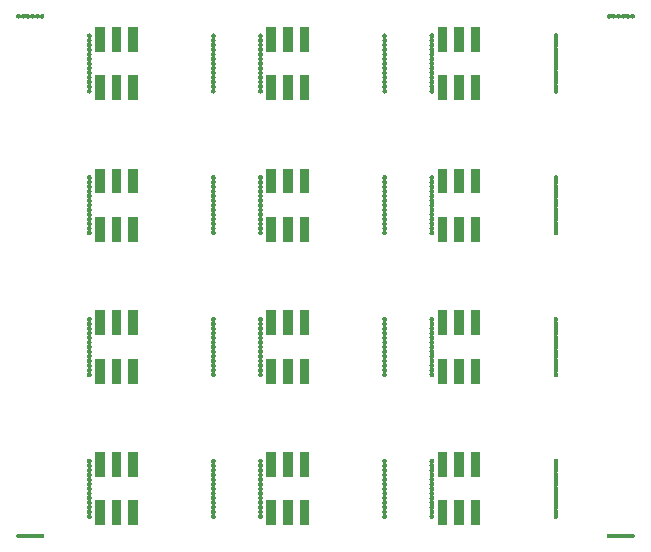
<source format=gbr>
G04 #@! TF.GenerationSoftware,KiCad,Pcbnew,5.0.2-bee76a0~70~ubuntu18.04.1*
G04 #@! TF.CreationDate,2020-03-02T10:40:19+01:00*
G04 #@! TF.ProjectId,output.schmitt_trigger_adapter,6f757470-7574-42e7-9363-686d6974745f,rev?*
G04 #@! TF.SameCoordinates,Original*
G04 #@! TF.FileFunction,Soldermask,Top*
G04 #@! TF.FilePolarity,Negative*
%FSLAX46Y46*%
G04 Gerber Fmt 4.6, Leading zero omitted, Abs format (unit mm)*
G04 Created by KiCad (PCBNEW 5.0.2-bee76a0~70~ubuntu18.04.1) date Mon 02 Mar 2020 10:40:19 AM CET*
%MOMM*%
%LPD*%
G01*
G04 APERTURE LIST*
%ADD10C,0.100000*%
G04 APERTURE END LIST*
D10*
G36*
X127029505Y-115800931D02*
X127058630Y-115806724D01*
X127095209Y-115821876D01*
X127128130Y-115843873D01*
X127128131Y-115843874D01*
X127130554Y-115845493D01*
X127152165Y-115857044D01*
X127175614Y-115864157D01*
X127200000Y-115866559D01*
X127224387Y-115864157D01*
X127247836Y-115857044D01*
X127269446Y-115845493D01*
X127271869Y-115843874D01*
X127271870Y-115843873D01*
X127304791Y-115821876D01*
X127341370Y-115806724D01*
X127370495Y-115800931D01*
X127380202Y-115799000D01*
X127419798Y-115799000D01*
X127429505Y-115800931D01*
X127458630Y-115806724D01*
X127495209Y-115821876D01*
X127528130Y-115843873D01*
X127528131Y-115843874D01*
X127530554Y-115845493D01*
X127552165Y-115857044D01*
X127575614Y-115864157D01*
X127600000Y-115866559D01*
X127624387Y-115864157D01*
X127647836Y-115857044D01*
X127669446Y-115845493D01*
X127671869Y-115843874D01*
X127671870Y-115843873D01*
X127704791Y-115821876D01*
X127741370Y-115806724D01*
X127770495Y-115800931D01*
X127780202Y-115799000D01*
X127819798Y-115799000D01*
X127829505Y-115800931D01*
X127858630Y-115806724D01*
X127895209Y-115821876D01*
X127928130Y-115843873D01*
X127928131Y-115843874D01*
X127930554Y-115845493D01*
X127952165Y-115857044D01*
X127975614Y-115864157D01*
X128000000Y-115866559D01*
X128024387Y-115864157D01*
X128047836Y-115857044D01*
X128069446Y-115845493D01*
X128071869Y-115843874D01*
X128071870Y-115843873D01*
X128104791Y-115821876D01*
X128141370Y-115806724D01*
X128170495Y-115800931D01*
X128180202Y-115799000D01*
X128219798Y-115799000D01*
X128229505Y-115800931D01*
X128258630Y-115806724D01*
X128295209Y-115821876D01*
X128328130Y-115843873D01*
X128328131Y-115843874D01*
X128330554Y-115845493D01*
X128352165Y-115857044D01*
X128375614Y-115864157D01*
X128400000Y-115866559D01*
X128424387Y-115864157D01*
X128447836Y-115857044D01*
X128469446Y-115845493D01*
X128471869Y-115843874D01*
X128471870Y-115843873D01*
X128504791Y-115821876D01*
X128541370Y-115806724D01*
X128570495Y-115800931D01*
X128580202Y-115799000D01*
X128619798Y-115799000D01*
X128629505Y-115800931D01*
X128658630Y-115806724D01*
X128695209Y-115821876D01*
X128728130Y-115843873D01*
X128728131Y-115843874D01*
X128730554Y-115845493D01*
X128752165Y-115857044D01*
X128775614Y-115864157D01*
X128800000Y-115866559D01*
X128824387Y-115864157D01*
X128847836Y-115857044D01*
X128869446Y-115845493D01*
X128871869Y-115843874D01*
X128871870Y-115843873D01*
X128904791Y-115821876D01*
X128941370Y-115806724D01*
X128970495Y-115800931D01*
X128980202Y-115799000D01*
X129019798Y-115799000D01*
X129029505Y-115800931D01*
X129058630Y-115806724D01*
X129095209Y-115821876D01*
X129095211Y-115821877D01*
X129111782Y-115832950D01*
X129128130Y-115843873D01*
X129156127Y-115871870D01*
X129178124Y-115904791D01*
X129193276Y-115941370D01*
X129201000Y-115980203D01*
X129201000Y-116019797D01*
X129193276Y-116058630D01*
X129178124Y-116095209D01*
X129178123Y-116095211D01*
X129156126Y-116128131D01*
X129128131Y-116156126D01*
X129095211Y-116178123D01*
X129095210Y-116178124D01*
X129095209Y-116178124D01*
X129058630Y-116193276D01*
X129029505Y-116199069D01*
X129019798Y-116201000D01*
X128980202Y-116201000D01*
X128970495Y-116199069D01*
X128941370Y-116193276D01*
X128904791Y-116178124D01*
X128871870Y-116156127D01*
X128871869Y-116156126D01*
X128869446Y-116154507D01*
X128847835Y-116142956D01*
X128824386Y-116135843D01*
X128800000Y-116133441D01*
X128775613Y-116135843D01*
X128752164Y-116142956D01*
X128730554Y-116154507D01*
X128728131Y-116156126D01*
X128728130Y-116156127D01*
X128695209Y-116178124D01*
X128658630Y-116193276D01*
X128629505Y-116199069D01*
X128619798Y-116201000D01*
X128580202Y-116201000D01*
X128570495Y-116199069D01*
X128541370Y-116193276D01*
X128504791Y-116178124D01*
X128471870Y-116156127D01*
X128471869Y-116156126D01*
X128469446Y-116154507D01*
X128447835Y-116142956D01*
X128424386Y-116135843D01*
X128400000Y-116133441D01*
X128375613Y-116135843D01*
X128352164Y-116142956D01*
X128330554Y-116154507D01*
X128328131Y-116156126D01*
X128328130Y-116156127D01*
X128295209Y-116178124D01*
X128258630Y-116193276D01*
X128229505Y-116199069D01*
X128219798Y-116201000D01*
X128180202Y-116201000D01*
X128170495Y-116199069D01*
X128141370Y-116193276D01*
X128104791Y-116178124D01*
X128071870Y-116156127D01*
X128071869Y-116156126D01*
X128069446Y-116154507D01*
X128047835Y-116142956D01*
X128024386Y-116135843D01*
X128000000Y-116133441D01*
X127975613Y-116135843D01*
X127952164Y-116142956D01*
X127930554Y-116154507D01*
X127928131Y-116156126D01*
X127928130Y-116156127D01*
X127895209Y-116178124D01*
X127858630Y-116193276D01*
X127829505Y-116199069D01*
X127819798Y-116201000D01*
X127780202Y-116201000D01*
X127770495Y-116199069D01*
X127741370Y-116193276D01*
X127704791Y-116178124D01*
X127671870Y-116156127D01*
X127671869Y-116156126D01*
X127669446Y-116154507D01*
X127647835Y-116142956D01*
X127624386Y-116135843D01*
X127600000Y-116133441D01*
X127575613Y-116135843D01*
X127552164Y-116142956D01*
X127530554Y-116154507D01*
X127528131Y-116156126D01*
X127528130Y-116156127D01*
X127495209Y-116178124D01*
X127458630Y-116193276D01*
X127429505Y-116199069D01*
X127419798Y-116201000D01*
X127380202Y-116201000D01*
X127370495Y-116199069D01*
X127341370Y-116193276D01*
X127304791Y-116178124D01*
X127271870Y-116156127D01*
X127271869Y-116156126D01*
X127269446Y-116154507D01*
X127247835Y-116142956D01*
X127224386Y-116135843D01*
X127200000Y-116133441D01*
X127175613Y-116135843D01*
X127152164Y-116142956D01*
X127130554Y-116154507D01*
X127128131Y-116156126D01*
X127128130Y-116156127D01*
X127095209Y-116178124D01*
X127058630Y-116193276D01*
X127029505Y-116199069D01*
X127019798Y-116201000D01*
X126980202Y-116201000D01*
X126970495Y-116199069D01*
X126941370Y-116193276D01*
X126904791Y-116178124D01*
X126904790Y-116178124D01*
X126904789Y-116178123D01*
X126871869Y-116156126D01*
X126843874Y-116128131D01*
X126821877Y-116095211D01*
X126821876Y-116095209D01*
X126806724Y-116058630D01*
X126799000Y-116019797D01*
X126799000Y-115980203D01*
X126806724Y-115941370D01*
X126821876Y-115904791D01*
X126843873Y-115871870D01*
X126871870Y-115843873D01*
X126888218Y-115832950D01*
X126904789Y-115821877D01*
X126904791Y-115821876D01*
X126941370Y-115806724D01*
X126970495Y-115800931D01*
X126980202Y-115799000D01*
X127019798Y-115799000D01*
X127029505Y-115800931D01*
X127029505Y-115800931D01*
G37*
G36*
X177029505Y-115800931D02*
X177058630Y-115806724D01*
X177095209Y-115821876D01*
X177128130Y-115843873D01*
X177128131Y-115843874D01*
X177130554Y-115845493D01*
X177152165Y-115857044D01*
X177175614Y-115864157D01*
X177200000Y-115866559D01*
X177224387Y-115864157D01*
X177247836Y-115857044D01*
X177269446Y-115845493D01*
X177271869Y-115843874D01*
X177271870Y-115843873D01*
X177304791Y-115821876D01*
X177341370Y-115806724D01*
X177370495Y-115800931D01*
X177380202Y-115799000D01*
X177419798Y-115799000D01*
X177429505Y-115800931D01*
X177458630Y-115806724D01*
X177495209Y-115821876D01*
X177528130Y-115843873D01*
X177528131Y-115843874D01*
X177530554Y-115845493D01*
X177552165Y-115857044D01*
X177575614Y-115864157D01*
X177600000Y-115866559D01*
X177624387Y-115864157D01*
X177647836Y-115857044D01*
X177669446Y-115845493D01*
X177671869Y-115843874D01*
X177671870Y-115843873D01*
X177704791Y-115821876D01*
X177741370Y-115806724D01*
X177770495Y-115800931D01*
X177780202Y-115799000D01*
X177819798Y-115799000D01*
X177829505Y-115800931D01*
X177858630Y-115806724D01*
X177895209Y-115821876D01*
X177928130Y-115843873D01*
X177928131Y-115843874D01*
X177930554Y-115845493D01*
X177952165Y-115857044D01*
X177975614Y-115864157D01*
X178000000Y-115866559D01*
X178024387Y-115864157D01*
X178047836Y-115857044D01*
X178069446Y-115845493D01*
X178071869Y-115843874D01*
X178071870Y-115843873D01*
X178104791Y-115821876D01*
X178141370Y-115806724D01*
X178170495Y-115800931D01*
X178180202Y-115799000D01*
X178219798Y-115799000D01*
X178229505Y-115800931D01*
X178258630Y-115806724D01*
X178295209Y-115821876D01*
X178328130Y-115843873D01*
X178328131Y-115843874D01*
X178330554Y-115845493D01*
X178352165Y-115857044D01*
X178375614Y-115864157D01*
X178400000Y-115866559D01*
X178424387Y-115864157D01*
X178447836Y-115857044D01*
X178469446Y-115845493D01*
X178471869Y-115843874D01*
X178471870Y-115843873D01*
X178504791Y-115821876D01*
X178541370Y-115806724D01*
X178570495Y-115800931D01*
X178580202Y-115799000D01*
X178619798Y-115799000D01*
X178629505Y-115800931D01*
X178658630Y-115806724D01*
X178695209Y-115821876D01*
X178728130Y-115843873D01*
X178728131Y-115843874D01*
X178730554Y-115845493D01*
X178752165Y-115857044D01*
X178775614Y-115864157D01*
X178800000Y-115866559D01*
X178824387Y-115864157D01*
X178847836Y-115857044D01*
X178869446Y-115845493D01*
X178871869Y-115843874D01*
X178871870Y-115843873D01*
X178904791Y-115821876D01*
X178941370Y-115806724D01*
X178970495Y-115800931D01*
X178980202Y-115799000D01*
X179019798Y-115799000D01*
X179029505Y-115800931D01*
X179058630Y-115806724D01*
X179095209Y-115821876D01*
X179095211Y-115821877D01*
X179111782Y-115832950D01*
X179128130Y-115843873D01*
X179156127Y-115871870D01*
X179178124Y-115904791D01*
X179193276Y-115941370D01*
X179201000Y-115980203D01*
X179201000Y-116019797D01*
X179193276Y-116058630D01*
X179178124Y-116095209D01*
X179178123Y-116095211D01*
X179156126Y-116128131D01*
X179128131Y-116156126D01*
X179095211Y-116178123D01*
X179095210Y-116178124D01*
X179095209Y-116178124D01*
X179058630Y-116193276D01*
X179029505Y-116199069D01*
X179019798Y-116201000D01*
X178980202Y-116201000D01*
X178970495Y-116199069D01*
X178941370Y-116193276D01*
X178904791Y-116178124D01*
X178871870Y-116156127D01*
X178871869Y-116156126D01*
X178869446Y-116154507D01*
X178847835Y-116142956D01*
X178824386Y-116135843D01*
X178800000Y-116133441D01*
X178775613Y-116135843D01*
X178752164Y-116142956D01*
X178730554Y-116154507D01*
X178728131Y-116156126D01*
X178728130Y-116156127D01*
X178695209Y-116178124D01*
X178658630Y-116193276D01*
X178629505Y-116199069D01*
X178619798Y-116201000D01*
X178580202Y-116201000D01*
X178570495Y-116199069D01*
X178541370Y-116193276D01*
X178504791Y-116178124D01*
X178471870Y-116156127D01*
X178471869Y-116156126D01*
X178469446Y-116154507D01*
X178447835Y-116142956D01*
X178424386Y-116135843D01*
X178400000Y-116133441D01*
X178375613Y-116135843D01*
X178352164Y-116142956D01*
X178330554Y-116154507D01*
X178328131Y-116156126D01*
X178328130Y-116156127D01*
X178295209Y-116178124D01*
X178258630Y-116193276D01*
X178229505Y-116199069D01*
X178219798Y-116201000D01*
X178180202Y-116201000D01*
X178170495Y-116199069D01*
X178141370Y-116193276D01*
X178104791Y-116178124D01*
X178071870Y-116156127D01*
X178071869Y-116156126D01*
X178069446Y-116154507D01*
X178047835Y-116142956D01*
X178024386Y-116135843D01*
X178000000Y-116133441D01*
X177975613Y-116135843D01*
X177952164Y-116142956D01*
X177930554Y-116154507D01*
X177928131Y-116156126D01*
X177928130Y-116156127D01*
X177895209Y-116178124D01*
X177858630Y-116193276D01*
X177829505Y-116199069D01*
X177819798Y-116201000D01*
X177780202Y-116201000D01*
X177770495Y-116199069D01*
X177741370Y-116193276D01*
X177704791Y-116178124D01*
X177671870Y-116156127D01*
X177671869Y-116156126D01*
X177669446Y-116154507D01*
X177647835Y-116142956D01*
X177624386Y-116135843D01*
X177600000Y-116133441D01*
X177575613Y-116135843D01*
X177552164Y-116142956D01*
X177530554Y-116154507D01*
X177528131Y-116156126D01*
X177528130Y-116156127D01*
X177495209Y-116178124D01*
X177458630Y-116193276D01*
X177429505Y-116199069D01*
X177419798Y-116201000D01*
X177380202Y-116201000D01*
X177370495Y-116199069D01*
X177341370Y-116193276D01*
X177304791Y-116178124D01*
X177271870Y-116156127D01*
X177271869Y-116156126D01*
X177269446Y-116154507D01*
X177247835Y-116142956D01*
X177224386Y-116135843D01*
X177200000Y-116133441D01*
X177175613Y-116135843D01*
X177152164Y-116142956D01*
X177130554Y-116154507D01*
X177128131Y-116156126D01*
X177128130Y-116156127D01*
X177095209Y-116178124D01*
X177058630Y-116193276D01*
X177029505Y-116199069D01*
X177019798Y-116201000D01*
X176980202Y-116201000D01*
X176970495Y-116199069D01*
X176941370Y-116193276D01*
X176904791Y-116178124D01*
X176904790Y-116178124D01*
X176904789Y-116178123D01*
X176871869Y-116156126D01*
X176843874Y-116128131D01*
X176821877Y-116095211D01*
X176821876Y-116095209D01*
X176806724Y-116058630D01*
X176799000Y-116019797D01*
X176799000Y-115980203D01*
X176806724Y-115941370D01*
X176821876Y-115904791D01*
X176843873Y-115871870D01*
X176871870Y-115843873D01*
X176888218Y-115832950D01*
X176904789Y-115821877D01*
X176904791Y-115821876D01*
X176941370Y-115806724D01*
X176970495Y-115800931D01*
X176980202Y-115799000D01*
X177019798Y-115799000D01*
X177029505Y-115800931D01*
X177029505Y-115800931D01*
G37*
G36*
X150201000Y-115101000D02*
X149399000Y-115101000D01*
X149399000Y-112999000D01*
X150201000Y-112999000D01*
X150201000Y-115101000D01*
X150201000Y-115101000D01*
G37*
G36*
X166101000Y-115101000D02*
X165299000Y-115101000D01*
X165299000Y-112999000D01*
X166101000Y-112999000D01*
X166101000Y-115101000D01*
X166101000Y-115101000D01*
G37*
G36*
X164701000Y-115101000D02*
X163899000Y-115101000D01*
X163899000Y-112999000D01*
X164701000Y-112999000D01*
X164701000Y-115101000D01*
X164701000Y-115101000D01*
G37*
G36*
X135701000Y-115101000D02*
X134899000Y-115101000D01*
X134899000Y-112999000D01*
X135701000Y-112999000D01*
X135701000Y-115101000D01*
X135701000Y-115101000D01*
G37*
G36*
X163301000Y-115101000D02*
X162499000Y-115101000D01*
X162499000Y-112999000D01*
X163301000Y-112999000D01*
X163301000Y-115101000D01*
X163301000Y-115101000D01*
G37*
G36*
X151601000Y-115101000D02*
X150799000Y-115101000D01*
X150799000Y-112999000D01*
X151601000Y-112999000D01*
X151601000Y-115101000D01*
X151601000Y-115101000D01*
G37*
G36*
X137101000Y-115101000D02*
X136299000Y-115101000D01*
X136299000Y-112999000D01*
X137101000Y-112999000D01*
X137101000Y-115101000D01*
X137101000Y-115101000D01*
G37*
G36*
X148801000Y-115101000D02*
X147999000Y-115101000D01*
X147999000Y-112999000D01*
X148801000Y-112999000D01*
X148801000Y-115101000D01*
X148801000Y-115101000D01*
G37*
G36*
X134301000Y-115101000D02*
X133499000Y-115101000D01*
X133499000Y-112999000D01*
X134301000Y-112999000D01*
X134301000Y-115101000D01*
X134301000Y-115101000D01*
G37*
G36*
X147529505Y-109450931D02*
X147558630Y-109456724D01*
X147595209Y-109471876D01*
X147595211Y-109471877D01*
X147611782Y-109482950D01*
X147628126Y-109493870D01*
X147628131Y-109493874D01*
X147656126Y-109521869D01*
X147678122Y-109554787D01*
X147678124Y-109554791D01*
X147693276Y-109591370D01*
X147701000Y-109630203D01*
X147701000Y-109669797D01*
X147693276Y-109708630D01*
X147678125Y-109745206D01*
X147678122Y-109745213D01*
X147657291Y-109776389D01*
X147645740Y-109798000D01*
X147638627Y-109821449D01*
X147636225Y-109845835D01*
X147638627Y-109870222D01*
X147645741Y-109893671D01*
X147657288Y-109915274D01*
X147678124Y-109946458D01*
X147693276Y-109983037D01*
X147701000Y-110021870D01*
X147701000Y-110061464D01*
X147693276Y-110100297D01*
X147678124Y-110136876D01*
X147678122Y-110136880D01*
X147657291Y-110168056D01*
X147645740Y-110189667D01*
X147638627Y-110213116D01*
X147636225Y-110237502D01*
X147638627Y-110261889D01*
X147645741Y-110285338D01*
X147657288Y-110306942D01*
X147678124Y-110338125D01*
X147693276Y-110374704D01*
X147701000Y-110413537D01*
X147701000Y-110453131D01*
X147693276Y-110491964D01*
X147678124Y-110528543D01*
X147657288Y-110559726D01*
X147645740Y-110581331D01*
X147638627Y-110604781D01*
X147636225Y-110629167D01*
X147638627Y-110653553D01*
X147645740Y-110677002D01*
X147657291Y-110698612D01*
X147678122Y-110729788D01*
X147678123Y-110729791D01*
X147678124Y-110729792D01*
X147693276Y-110766371D01*
X147701000Y-110805204D01*
X147701000Y-110844798D01*
X147693276Y-110883631D01*
X147678124Y-110920210D01*
X147678122Y-110920214D01*
X147657291Y-110951390D01*
X147645740Y-110973001D01*
X147638627Y-110996450D01*
X147636225Y-111020836D01*
X147638627Y-111045223D01*
X147645741Y-111068672D01*
X147657288Y-111090276D01*
X147678124Y-111121459D01*
X147693276Y-111158038D01*
X147701000Y-111196871D01*
X147701000Y-111236465D01*
X147693276Y-111275298D01*
X147678125Y-111311874D01*
X147678122Y-111311881D01*
X147657291Y-111343057D01*
X147645740Y-111364668D01*
X147638627Y-111388117D01*
X147636225Y-111412503D01*
X147638627Y-111436890D01*
X147645741Y-111460339D01*
X147657288Y-111481942D01*
X147678124Y-111513126D01*
X147693276Y-111549705D01*
X147701000Y-111588538D01*
X147701000Y-111628132D01*
X147693276Y-111666965D01*
X147678125Y-111703541D01*
X147678122Y-111703548D01*
X147657291Y-111734724D01*
X147645740Y-111756335D01*
X147638627Y-111779784D01*
X147636225Y-111804170D01*
X147638627Y-111828557D01*
X147645741Y-111852006D01*
X147657288Y-111873609D01*
X147678124Y-111904793D01*
X147693276Y-111941372D01*
X147701000Y-111980205D01*
X147701000Y-112019799D01*
X147693276Y-112058632D01*
X147678124Y-112095211D01*
X147678122Y-112095215D01*
X147657291Y-112126391D01*
X147645740Y-112148002D01*
X147638627Y-112171451D01*
X147636225Y-112195837D01*
X147638627Y-112220224D01*
X147645741Y-112243673D01*
X147657288Y-112265277D01*
X147678124Y-112296460D01*
X147693276Y-112333039D01*
X147701000Y-112371872D01*
X147701000Y-112411466D01*
X147693276Y-112450299D01*
X147678124Y-112486878D01*
X147657288Y-112518061D01*
X147645740Y-112539666D01*
X147638627Y-112563116D01*
X147636225Y-112587502D01*
X147638627Y-112611888D01*
X147645740Y-112635337D01*
X147657291Y-112656947D01*
X147678122Y-112688123D01*
X147678123Y-112688126D01*
X147678124Y-112688127D01*
X147693276Y-112724706D01*
X147701000Y-112763539D01*
X147701000Y-112803133D01*
X147693276Y-112841966D01*
X147678124Y-112878545D01*
X147657288Y-112909728D01*
X147645740Y-112931333D01*
X147638627Y-112954783D01*
X147636225Y-112979169D01*
X147638627Y-113003555D01*
X147645740Y-113027004D01*
X147657291Y-113048614D01*
X147678122Y-113079790D01*
X147678123Y-113079793D01*
X147678124Y-113079794D01*
X147693276Y-113116373D01*
X147701000Y-113155206D01*
X147701000Y-113194800D01*
X147693276Y-113233633D01*
X147678124Y-113270212D01*
X147678122Y-113270216D01*
X147657291Y-113301392D01*
X147645740Y-113323003D01*
X147638627Y-113346452D01*
X147636225Y-113370838D01*
X147638627Y-113395225D01*
X147645741Y-113418674D01*
X147657288Y-113440278D01*
X147678124Y-113471461D01*
X147693276Y-113508040D01*
X147701000Y-113546873D01*
X147701000Y-113586467D01*
X147693276Y-113625300D01*
X147678125Y-113661876D01*
X147678122Y-113661883D01*
X147657291Y-113693059D01*
X147645740Y-113714670D01*
X147638627Y-113738119D01*
X147636225Y-113762505D01*
X147638627Y-113786892D01*
X147645741Y-113810341D01*
X147657288Y-113831944D01*
X147678124Y-113863128D01*
X147693276Y-113899707D01*
X147701000Y-113938540D01*
X147701000Y-113978134D01*
X147693276Y-114016967D01*
X147678125Y-114053543D01*
X147678122Y-114053550D01*
X147657291Y-114084726D01*
X147645740Y-114106337D01*
X147638627Y-114129786D01*
X147636225Y-114154172D01*
X147638627Y-114178559D01*
X147645741Y-114202008D01*
X147657288Y-114223611D01*
X147678124Y-114254795D01*
X147693276Y-114291374D01*
X147701000Y-114330207D01*
X147701000Y-114369801D01*
X147693276Y-114408634D01*
X147678124Y-114445213D01*
X147656130Y-114478130D01*
X147656126Y-114478135D01*
X147628131Y-114506130D01*
X147595211Y-114528127D01*
X147595210Y-114528128D01*
X147595209Y-114528128D01*
X147558630Y-114543280D01*
X147529505Y-114549073D01*
X147519798Y-114551004D01*
X147480202Y-114551004D01*
X147470495Y-114549073D01*
X147441370Y-114543280D01*
X147404791Y-114528128D01*
X147404790Y-114528128D01*
X147404789Y-114528127D01*
X147371869Y-114506130D01*
X147343874Y-114478135D01*
X147343871Y-114478130D01*
X147321876Y-114445213D01*
X147306724Y-114408634D01*
X147299000Y-114369801D01*
X147299000Y-114330207D01*
X147306724Y-114291374D01*
X147321876Y-114254795D01*
X147342712Y-114223611D01*
X147354260Y-114202007D01*
X147361373Y-114178557D01*
X147363775Y-114154171D01*
X147361373Y-114129785D01*
X147354260Y-114106336D01*
X147342709Y-114084726D01*
X147321878Y-114053550D01*
X147321875Y-114053543D01*
X147306724Y-114016967D01*
X147299000Y-113978134D01*
X147299000Y-113938540D01*
X147306724Y-113899707D01*
X147321876Y-113863128D01*
X147342712Y-113831944D01*
X147354260Y-113810340D01*
X147361373Y-113786890D01*
X147363775Y-113762504D01*
X147361373Y-113738118D01*
X147354260Y-113714669D01*
X147342709Y-113693059D01*
X147321878Y-113661883D01*
X147321875Y-113661876D01*
X147306724Y-113625300D01*
X147299000Y-113586467D01*
X147299000Y-113546873D01*
X147306724Y-113508040D01*
X147321876Y-113471461D01*
X147342712Y-113440278D01*
X147354260Y-113418673D01*
X147361373Y-113395223D01*
X147363775Y-113370837D01*
X147361373Y-113346451D01*
X147354260Y-113323002D01*
X147342709Y-113301392D01*
X147321878Y-113270216D01*
X147321876Y-113270212D01*
X147306724Y-113233633D01*
X147299000Y-113194800D01*
X147299000Y-113155206D01*
X147306724Y-113116373D01*
X147321876Y-113079794D01*
X147321877Y-113079793D01*
X147321878Y-113079790D01*
X147342709Y-113048614D01*
X147354260Y-113027003D01*
X147361373Y-113003554D01*
X147363775Y-112979168D01*
X147361373Y-112954781D01*
X147354259Y-112931332D01*
X147342712Y-112909728D01*
X147321876Y-112878545D01*
X147306724Y-112841966D01*
X147299000Y-112803133D01*
X147299000Y-112763539D01*
X147306724Y-112724706D01*
X147321876Y-112688127D01*
X147321877Y-112688126D01*
X147321878Y-112688123D01*
X147342709Y-112656947D01*
X147354260Y-112635336D01*
X147361373Y-112611887D01*
X147363775Y-112587501D01*
X147361373Y-112563114D01*
X147354259Y-112539665D01*
X147342712Y-112518061D01*
X147321876Y-112486878D01*
X147306724Y-112450299D01*
X147299000Y-112411466D01*
X147299000Y-112371872D01*
X147306724Y-112333039D01*
X147321876Y-112296460D01*
X147342712Y-112265277D01*
X147354260Y-112243672D01*
X147361373Y-112220222D01*
X147363775Y-112195836D01*
X147361373Y-112171450D01*
X147354260Y-112148001D01*
X147342709Y-112126391D01*
X147321878Y-112095215D01*
X147321876Y-112095211D01*
X147306724Y-112058632D01*
X147299000Y-112019799D01*
X147299000Y-111980205D01*
X147306724Y-111941372D01*
X147321876Y-111904793D01*
X147321877Y-111904792D01*
X147321878Y-111904789D01*
X147342709Y-111873613D01*
X147354260Y-111852002D01*
X147361373Y-111828553D01*
X147363775Y-111804167D01*
X147361373Y-111779780D01*
X147354259Y-111756331D01*
X147342710Y-111734724D01*
X147321876Y-111703544D01*
X147306724Y-111666965D01*
X147299000Y-111628132D01*
X147299000Y-111588538D01*
X147306724Y-111549705D01*
X147321876Y-111513126D01*
X147342712Y-111481942D01*
X147354260Y-111460338D01*
X147361373Y-111436888D01*
X147363775Y-111412502D01*
X147361373Y-111388116D01*
X147354260Y-111364667D01*
X147342709Y-111343057D01*
X147321878Y-111311881D01*
X147321875Y-111311874D01*
X147306724Y-111275298D01*
X147299000Y-111236465D01*
X147299000Y-111196871D01*
X147306724Y-111158038D01*
X147321876Y-111121459D01*
X147342712Y-111090276D01*
X147354260Y-111068671D01*
X147361373Y-111045221D01*
X147363775Y-111020835D01*
X147361373Y-110996449D01*
X147354260Y-110973000D01*
X147342709Y-110951390D01*
X147321878Y-110920214D01*
X147321876Y-110920210D01*
X147306724Y-110883631D01*
X147299000Y-110844798D01*
X147299000Y-110805204D01*
X147306724Y-110766371D01*
X147321876Y-110729792D01*
X147321877Y-110729791D01*
X147321878Y-110729788D01*
X147342709Y-110698612D01*
X147354260Y-110677001D01*
X147361373Y-110653552D01*
X147363775Y-110629166D01*
X147361373Y-110604779D01*
X147354259Y-110581330D01*
X147342712Y-110559726D01*
X147321876Y-110528543D01*
X147306724Y-110491964D01*
X147299000Y-110453131D01*
X147299000Y-110413537D01*
X147306724Y-110374704D01*
X147321876Y-110338125D01*
X147321877Y-110338124D01*
X147321878Y-110338121D01*
X147342709Y-110306945D01*
X147354260Y-110285334D01*
X147361373Y-110261885D01*
X147363775Y-110237499D01*
X147361373Y-110213112D01*
X147354259Y-110189663D01*
X147342710Y-110168056D01*
X147321876Y-110136876D01*
X147306724Y-110100297D01*
X147299000Y-110061464D01*
X147299000Y-110021870D01*
X147306724Y-109983037D01*
X147321876Y-109946458D01*
X147342712Y-109915274D01*
X147354260Y-109893670D01*
X147361373Y-109870220D01*
X147363775Y-109845834D01*
X147361373Y-109821448D01*
X147354260Y-109797999D01*
X147342709Y-109776389D01*
X147321878Y-109745213D01*
X147321875Y-109745206D01*
X147306724Y-109708630D01*
X147299000Y-109669797D01*
X147299000Y-109630203D01*
X147306724Y-109591370D01*
X147321876Y-109554791D01*
X147321879Y-109554787D01*
X147343874Y-109521869D01*
X147371869Y-109493874D01*
X147371875Y-109493870D01*
X147388218Y-109482950D01*
X147404789Y-109471877D01*
X147404791Y-109471876D01*
X147441370Y-109456724D01*
X147470495Y-109450931D01*
X147480202Y-109449000D01*
X147519798Y-109449000D01*
X147529505Y-109450931D01*
X147529505Y-109450931D01*
G37*
G36*
X133029505Y-109450931D02*
X133058630Y-109456724D01*
X133095209Y-109471876D01*
X133095211Y-109471877D01*
X133111782Y-109482950D01*
X133128126Y-109493870D01*
X133128131Y-109493874D01*
X133156126Y-109521869D01*
X133178122Y-109554787D01*
X133178124Y-109554791D01*
X133193276Y-109591370D01*
X133201000Y-109630203D01*
X133201000Y-109669797D01*
X133193276Y-109708630D01*
X133178125Y-109745206D01*
X133178122Y-109745213D01*
X133157291Y-109776389D01*
X133145740Y-109798000D01*
X133138627Y-109821449D01*
X133136225Y-109845835D01*
X133138627Y-109870222D01*
X133145741Y-109893671D01*
X133157288Y-109915274D01*
X133178124Y-109946458D01*
X133193276Y-109983037D01*
X133201000Y-110021870D01*
X133201000Y-110061464D01*
X133193276Y-110100297D01*
X133178124Y-110136876D01*
X133178122Y-110136880D01*
X133157291Y-110168056D01*
X133145740Y-110189667D01*
X133138627Y-110213116D01*
X133136225Y-110237502D01*
X133138627Y-110261889D01*
X133145741Y-110285338D01*
X133157288Y-110306942D01*
X133178124Y-110338125D01*
X133193276Y-110374704D01*
X133201000Y-110413537D01*
X133201000Y-110453131D01*
X133193276Y-110491964D01*
X133178124Y-110528543D01*
X133157288Y-110559726D01*
X133145740Y-110581331D01*
X133138627Y-110604781D01*
X133136225Y-110629167D01*
X133138627Y-110653553D01*
X133145740Y-110677002D01*
X133157291Y-110698612D01*
X133178122Y-110729788D01*
X133178123Y-110729791D01*
X133178124Y-110729792D01*
X133193276Y-110766371D01*
X133201000Y-110805204D01*
X133201000Y-110844798D01*
X133193276Y-110883631D01*
X133178124Y-110920210D01*
X133178122Y-110920214D01*
X133157291Y-110951390D01*
X133145740Y-110973001D01*
X133138627Y-110996450D01*
X133136225Y-111020836D01*
X133138627Y-111045223D01*
X133145741Y-111068672D01*
X133157288Y-111090276D01*
X133178124Y-111121459D01*
X133193276Y-111158038D01*
X133201000Y-111196871D01*
X133201000Y-111236465D01*
X133193276Y-111275298D01*
X133178125Y-111311874D01*
X133178122Y-111311881D01*
X133157291Y-111343057D01*
X133145740Y-111364668D01*
X133138627Y-111388117D01*
X133136225Y-111412503D01*
X133138627Y-111436890D01*
X133145741Y-111460339D01*
X133157288Y-111481942D01*
X133178124Y-111513126D01*
X133193276Y-111549705D01*
X133201000Y-111588538D01*
X133201000Y-111628132D01*
X133193276Y-111666965D01*
X133178125Y-111703541D01*
X133178122Y-111703548D01*
X133157291Y-111734724D01*
X133145740Y-111756335D01*
X133138627Y-111779784D01*
X133136225Y-111804170D01*
X133138627Y-111828557D01*
X133145741Y-111852006D01*
X133157288Y-111873609D01*
X133178124Y-111904793D01*
X133193276Y-111941372D01*
X133201000Y-111980205D01*
X133201000Y-112019799D01*
X133193276Y-112058632D01*
X133178124Y-112095211D01*
X133178122Y-112095215D01*
X133157291Y-112126391D01*
X133145740Y-112148002D01*
X133138627Y-112171451D01*
X133136225Y-112195837D01*
X133138627Y-112220224D01*
X133145741Y-112243673D01*
X133157288Y-112265277D01*
X133178124Y-112296460D01*
X133193276Y-112333039D01*
X133201000Y-112371872D01*
X133201000Y-112411466D01*
X133193276Y-112450299D01*
X133178124Y-112486878D01*
X133157288Y-112518061D01*
X133145740Y-112539666D01*
X133138627Y-112563116D01*
X133136225Y-112587502D01*
X133138627Y-112611888D01*
X133145740Y-112635337D01*
X133157291Y-112656947D01*
X133178122Y-112688123D01*
X133178123Y-112688126D01*
X133178124Y-112688127D01*
X133193276Y-112724706D01*
X133201000Y-112763539D01*
X133201000Y-112803133D01*
X133193276Y-112841966D01*
X133178124Y-112878545D01*
X133157288Y-112909728D01*
X133145740Y-112931333D01*
X133138627Y-112954783D01*
X133136225Y-112979169D01*
X133138627Y-113003555D01*
X133145740Y-113027004D01*
X133157291Y-113048614D01*
X133178122Y-113079790D01*
X133178123Y-113079793D01*
X133178124Y-113079794D01*
X133193276Y-113116373D01*
X133201000Y-113155206D01*
X133201000Y-113194800D01*
X133193276Y-113233633D01*
X133178124Y-113270212D01*
X133178122Y-113270216D01*
X133157291Y-113301392D01*
X133145740Y-113323003D01*
X133138627Y-113346452D01*
X133136225Y-113370838D01*
X133138627Y-113395225D01*
X133145741Y-113418674D01*
X133157288Y-113440278D01*
X133178124Y-113471461D01*
X133193276Y-113508040D01*
X133201000Y-113546873D01*
X133201000Y-113586467D01*
X133193276Y-113625300D01*
X133178125Y-113661876D01*
X133178122Y-113661883D01*
X133157291Y-113693059D01*
X133145740Y-113714670D01*
X133138627Y-113738119D01*
X133136225Y-113762505D01*
X133138627Y-113786892D01*
X133145741Y-113810341D01*
X133157288Y-113831944D01*
X133178124Y-113863128D01*
X133193276Y-113899707D01*
X133201000Y-113938540D01*
X133201000Y-113978134D01*
X133193276Y-114016967D01*
X133178125Y-114053543D01*
X133178122Y-114053550D01*
X133157291Y-114084726D01*
X133145740Y-114106337D01*
X133138627Y-114129786D01*
X133136225Y-114154172D01*
X133138627Y-114178559D01*
X133145741Y-114202008D01*
X133157288Y-114223611D01*
X133178124Y-114254795D01*
X133193276Y-114291374D01*
X133201000Y-114330207D01*
X133201000Y-114369801D01*
X133193276Y-114408634D01*
X133178124Y-114445213D01*
X133156130Y-114478130D01*
X133156126Y-114478135D01*
X133128131Y-114506130D01*
X133095211Y-114528127D01*
X133095210Y-114528128D01*
X133095209Y-114528128D01*
X133058630Y-114543280D01*
X133029505Y-114549073D01*
X133019798Y-114551004D01*
X132980202Y-114551004D01*
X132970495Y-114549073D01*
X132941370Y-114543280D01*
X132904791Y-114528128D01*
X132904790Y-114528128D01*
X132904789Y-114528127D01*
X132871869Y-114506130D01*
X132843874Y-114478135D01*
X132843871Y-114478130D01*
X132821876Y-114445213D01*
X132806724Y-114408634D01*
X132799000Y-114369801D01*
X132799000Y-114330207D01*
X132806724Y-114291374D01*
X132821876Y-114254795D01*
X132842712Y-114223611D01*
X132854260Y-114202007D01*
X132861373Y-114178557D01*
X132863775Y-114154171D01*
X132861373Y-114129785D01*
X132854260Y-114106336D01*
X132842709Y-114084726D01*
X132821878Y-114053550D01*
X132821875Y-114053543D01*
X132806724Y-114016967D01*
X132799000Y-113978134D01*
X132799000Y-113938540D01*
X132806724Y-113899707D01*
X132821876Y-113863128D01*
X132842712Y-113831944D01*
X132854260Y-113810340D01*
X132861373Y-113786890D01*
X132863775Y-113762504D01*
X132861373Y-113738118D01*
X132854260Y-113714669D01*
X132842709Y-113693059D01*
X132821878Y-113661883D01*
X132821875Y-113661876D01*
X132806724Y-113625300D01*
X132799000Y-113586467D01*
X132799000Y-113546873D01*
X132806724Y-113508040D01*
X132821876Y-113471461D01*
X132842712Y-113440278D01*
X132854260Y-113418673D01*
X132861373Y-113395223D01*
X132863775Y-113370837D01*
X132861373Y-113346451D01*
X132854260Y-113323002D01*
X132842709Y-113301392D01*
X132821878Y-113270216D01*
X132821876Y-113270212D01*
X132806724Y-113233633D01*
X132799000Y-113194800D01*
X132799000Y-113155206D01*
X132806724Y-113116373D01*
X132821876Y-113079794D01*
X132821877Y-113079793D01*
X132821878Y-113079790D01*
X132842709Y-113048614D01*
X132854260Y-113027003D01*
X132861373Y-113003554D01*
X132863775Y-112979168D01*
X132861373Y-112954781D01*
X132854259Y-112931332D01*
X132842712Y-112909728D01*
X132821876Y-112878545D01*
X132806724Y-112841966D01*
X132799000Y-112803133D01*
X132799000Y-112763539D01*
X132806724Y-112724706D01*
X132821876Y-112688127D01*
X132821877Y-112688126D01*
X132821878Y-112688123D01*
X132842709Y-112656947D01*
X132854260Y-112635336D01*
X132861373Y-112611887D01*
X132863775Y-112587501D01*
X132861373Y-112563114D01*
X132854259Y-112539665D01*
X132842712Y-112518061D01*
X132821876Y-112486878D01*
X132806724Y-112450299D01*
X132799000Y-112411466D01*
X132799000Y-112371872D01*
X132806724Y-112333039D01*
X132821876Y-112296460D01*
X132842712Y-112265277D01*
X132854260Y-112243672D01*
X132861373Y-112220222D01*
X132863775Y-112195836D01*
X132861373Y-112171450D01*
X132854260Y-112148001D01*
X132842709Y-112126391D01*
X132821878Y-112095215D01*
X132821876Y-112095211D01*
X132806724Y-112058632D01*
X132799000Y-112019799D01*
X132799000Y-111980205D01*
X132806724Y-111941372D01*
X132821876Y-111904793D01*
X132821877Y-111904792D01*
X132821878Y-111904789D01*
X132842709Y-111873613D01*
X132854260Y-111852002D01*
X132861373Y-111828553D01*
X132863775Y-111804167D01*
X132861373Y-111779780D01*
X132854259Y-111756331D01*
X132842710Y-111734724D01*
X132821876Y-111703544D01*
X132806724Y-111666965D01*
X132799000Y-111628132D01*
X132799000Y-111588538D01*
X132806724Y-111549705D01*
X132821876Y-111513126D01*
X132842712Y-111481942D01*
X132854260Y-111460338D01*
X132861373Y-111436888D01*
X132863775Y-111412502D01*
X132861373Y-111388116D01*
X132854260Y-111364667D01*
X132842709Y-111343057D01*
X132821878Y-111311881D01*
X132821875Y-111311874D01*
X132806724Y-111275298D01*
X132799000Y-111236465D01*
X132799000Y-111196871D01*
X132806724Y-111158038D01*
X132821876Y-111121459D01*
X132842712Y-111090276D01*
X132854260Y-111068671D01*
X132861373Y-111045221D01*
X132863775Y-111020835D01*
X132861373Y-110996449D01*
X132854260Y-110973000D01*
X132842709Y-110951390D01*
X132821878Y-110920214D01*
X132821876Y-110920210D01*
X132806724Y-110883631D01*
X132799000Y-110844798D01*
X132799000Y-110805204D01*
X132806724Y-110766371D01*
X132821876Y-110729792D01*
X132821877Y-110729791D01*
X132821878Y-110729788D01*
X132842709Y-110698612D01*
X132854260Y-110677001D01*
X132861373Y-110653552D01*
X132863775Y-110629166D01*
X132861373Y-110604779D01*
X132854259Y-110581330D01*
X132842712Y-110559726D01*
X132821876Y-110528543D01*
X132806724Y-110491964D01*
X132799000Y-110453131D01*
X132799000Y-110413537D01*
X132806724Y-110374704D01*
X132821876Y-110338125D01*
X132821877Y-110338124D01*
X132821878Y-110338121D01*
X132842709Y-110306945D01*
X132854260Y-110285334D01*
X132861373Y-110261885D01*
X132863775Y-110237499D01*
X132861373Y-110213112D01*
X132854259Y-110189663D01*
X132842710Y-110168056D01*
X132821876Y-110136876D01*
X132806724Y-110100297D01*
X132799000Y-110061464D01*
X132799000Y-110021870D01*
X132806724Y-109983037D01*
X132821876Y-109946458D01*
X132842712Y-109915274D01*
X132854260Y-109893670D01*
X132861373Y-109870220D01*
X132863775Y-109845834D01*
X132861373Y-109821448D01*
X132854260Y-109797999D01*
X132842709Y-109776389D01*
X132821878Y-109745213D01*
X132821875Y-109745206D01*
X132806724Y-109708630D01*
X132799000Y-109669797D01*
X132799000Y-109630203D01*
X132806724Y-109591370D01*
X132821876Y-109554791D01*
X132821879Y-109554787D01*
X132843874Y-109521869D01*
X132871869Y-109493874D01*
X132871875Y-109493870D01*
X132888218Y-109482950D01*
X132904789Y-109471877D01*
X132904791Y-109471876D01*
X132941370Y-109456724D01*
X132970495Y-109450931D01*
X132980202Y-109449000D01*
X133019798Y-109449000D01*
X133029505Y-109450931D01*
X133029505Y-109450931D01*
G37*
G36*
X162029505Y-109450931D02*
X162058630Y-109456724D01*
X162095209Y-109471876D01*
X162095211Y-109471877D01*
X162111782Y-109482950D01*
X162128126Y-109493870D01*
X162128131Y-109493874D01*
X162156126Y-109521869D01*
X162178122Y-109554787D01*
X162178124Y-109554791D01*
X162193276Y-109591370D01*
X162201000Y-109630203D01*
X162201000Y-109669797D01*
X162193276Y-109708630D01*
X162178125Y-109745206D01*
X162178122Y-109745213D01*
X162157291Y-109776389D01*
X162145740Y-109798000D01*
X162138627Y-109821449D01*
X162136225Y-109845835D01*
X162138627Y-109870222D01*
X162145741Y-109893671D01*
X162157288Y-109915274D01*
X162178124Y-109946458D01*
X162193276Y-109983037D01*
X162201000Y-110021870D01*
X162201000Y-110061464D01*
X162193276Y-110100297D01*
X162178124Y-110136876D01*
X162178122Y-110136880D01*
X162157291Y-110168056D01*
X162145740Y-110189667D01*
X162138627Y-110213116D01*
X162136225Y-110237502D01*
X162138627Y-110261889D01*
X162145741Y-110285338D01*
X162157288Y-110306942D01*
X162178124Y-110338125D01*
X162193276Y-110374704D01*
X162201000Y-110413537D01*
X162201000Y-110453131D01*
X162193276Y-110491964D01*
X162178124Y-110528543D01*
X162157288Y-110559726D01*
X162145740Y-110581331D01*
X162138627Y-110604781D01*
X162136225Y-110629167D01*
X162138627Y-110653553D01*
X162145740Y-110677002D01*
X162157291Y-110698612D01*
X162178122Y-110729788D01*
X162178123Y-110729791D01*
X162178124Y-110729792D01*
X162193276Y-110766371D01*
X162201000Y-110805204D01*
X162201000Y-110844798D01*
X162193276Y-110883631D01*
X162178124Y-110920210D01*
X162178122Y-110920214D01*
X162157291Y-110951390D01*
X162145740Y-110973001D01*
X162138627Y-110996450D01*
X162136225Y-111020836D01*
X162138627Y-111045223D01*
X162145741Y-111068672D01*
X162157288Y-111090276D01*
X162178124Y-111121459D01*
X162193276Y-111158038D01*
X162201000Y-111196871D01*
X162201000Y-111236465D01*
X162193276Y-111275298D01*
X162178125Y-111311874D01*
X162178122Y-111311881D01*
X162157291Y-111343057D01*
X162145740Y-111364668D01*
X162138627Y-111388117D01*
X162136225Y-111412503D01*
X162138627Y-111436890D01*
X162145741Y-111460339D01*
X162157288Y-111481942D01*
X162178124Y-111513126D01*
X162193276Y-111549705D01*
X162201000Y-111588538D01*
X162201000Y-111628132D01*
X162193276Y-111666965D01*
X162178125Y-111703541D01*
X162178122Y-111703548D01*
X162157291Y-111734724D01*
X162145740Y-111756335D01*
X162138627Y-111779784D01*
X162136225Y-111804170D01*
X162138627Y-111828557D01*
X162145741Y-111852006D01*
X162157288Y-111873609D01*
X162178124Y-111904793D01*
X162193276Y-111941372D01*
X162201000Y-111980205D01*
X162201000Y-112019799D01*
X162193276Y-112058632D01*
X162178124Y-112095211D01*
X162178122Y-112095215D01*
X162157291Y-112126391D01*
X162145740Y-112148002D01*
X162138627Y-112171451D01*
X162136225Y-112195837D01*
X162138627Y-112220224D01*
X162145741Y-112243673D01*
X162157288Y-112265277D01*
X162178124Y-112296460D01*
X162193276Y-112333039D01*
X162201000Y-112371872D01*
X162201000Y-112411466D01*
X162193276Y-112450299D01*
X162178124Y-112486878D01*
X162157288Y-112518061D01*
X162145740Y-112539666D01*
X162138627Y-112563116D01*
X162136225Y-112587502D01*
X162138627Y-112611888D01*
X162145740Y-112635337D01*
X162157291Y-112656947D01*
X162178122Y-112688123D01*
X162178123Y-112688126D01*
X162178124Y-112688127D01*
X162193276Y-112724706D01*
X162201000Y-112763539D01*
X162201000Y-112803133D01*
X162193276Y-112841966D01*
X162178124Y-112878545D01*
X162157288Y-112909728D01*
X162145740Y-112931333D01*
X162138627Y-112954783D01*
X162136225Y-112979169D01*
X162138627Y-113003555D01*
X162145740Y-113027004D01*
X162157291Y-113048614D01*
X162178122Y-113079790D01*
X162178123Y-113079793D01*
X162178124Y-113079794D01*
X162193276Y-113116373D01*
X162201000Y-113155206D01*
X162201000Y-113194800D01*
X162193276Y-113233633D01*
X162178124Y-113270212D01*
X162178122Y-113270216D01*
X162157291Y-113301392D01*
X162145740Y-113323003D01*
X162138627Y-113346452D01*
X162136225Y-113370838D01*
X162138627Y-113395225D01*
X162145741Y-113418674D01*
X162157288Y-113440278D01*
X162178124Y-113471461D01*
X162193276Y-113508040D01*
X162201000Y-113546873D01*
X162201000Y-113586467D01*
X162193276Y-113625300D01*
X162178125Y-113661876D01*
X162178122Y-113661883D01*
X162157291Y-113693059D01*
X162145740Y-113714670D01*
X162138627Y-113738119D01*
X162136225Y-113762505D01*
X162138627Y-113786892D01*
X162145741Y-113810341D01*
X162157288Y-113831944D01*
X162178124Y-113863128D01*
X162193276Y-113899707D01*
X162201000Y-113938540D01*
X162201000Y-113978134D01*
X162193276Y-114016967D01*
X162178125Y-114053543D01*
X162178122Y-114053550D01*
X162157291Y-114084726D01*
X162145740Y-114106337D01*
X162138627Y-114129786D01*
X162136225Y-114154172D01*
X162138627Y-114178559D01*
X162145741Y-114202008D01*
X162157288Y-114223611D01*
X162178124Y-114254795D01*
X162193276Y-114291374D01*
X162201000Y-114330207D01*
X162201000Y-114369801D01*
X162193276Y-114408634D01*
X162178124Y-114445213D01*
X162156130Y-114478130D01*
X162156126Y-114478135D01*
X162128131Y-114506130D01*
X162095211Y-114528127D01*
X162095210Y-114528128D01*
X162095209Y-114528128D01*
X162058630Y-114543280D01*
X162029505Y-114549073D01*
X162019798Y-114551004D01*
X161980202Y-114551004D01*
X161970495Y-114549073D01*
X161941370Y-114543280D01*
X161904791Y-114528128D01*
X161904790Y-114528128D01*
X161904789Y-114528127D01*
X161871869Y-114506130D01*
X161843874Y-114478135D01*
X161843871Y-114478130D01*
X161821876Y-114445213D01*
X161806724Y-114408634D01*
X161799000Y-114369801D01*
X161799000Y-114330207D01*
X161806724Y-114291374D01*
X161821876Y-114254795D01*
X161842712Y-114223611D01*
X161854260Y-114202007D01*
X161861373Y-114178557D01*
X161863775Y-114154171D01*
X161861373Y-114129785D01*
X161854260Y-114106336D01*
X161842709Y-114084726D01*
X161821878Y-114053550D01*
X161821875Y-114053543D01*
X161806724Y-114016967D01*
X161799000Y-113978134D01*
X161799000Y-113938540D01*
X161806724Y-113899707D01*
X161821876Y-113863128D01*
X161842712Y-113831944D01*
X161854260Y-113810340D01*
X161861373Y-113786890D01*
X161863775Y-113762504D01*
X161861373Y-113738118D01*
X161854260Y-113714669D01*
X161842709Y-113693059D01*
X161821878Y-113661883D01*
X161821875Y-113661876D01*
X161806724Y-113625300D01*
X161799000Y-113586467D01*
X161799000Y-113546873D01*
X161806724Y-113508040D01*
X161821876Y-113471461D01*
X161842712Y-113440278D01*
X161854260Y-113418673D01*
X161861373Y-113395223D01*
X161863775Y-113370837D01*
X161861373Y-113346451D01*
X161854260Y-113323002D01*
X161842709Y-113301392D01*
X161821878Y-113270216D01*
X161821876Y-113270212D01*
X161806724Y-113233633D01*
X161799000Y-113194800D01*
X161799000Y-113155206D01*
X161806724Y-113116373D01*
X161821876Y-113079794D01*
X161821877Y-113079793D01*
X161821878Y-113079790D01*
X161842709Y-113048614D01*
X161854260Y-113027003D01*
X161861373Y-113003554D01*
X161863775Y-112979168D01*
X161861373Y-112954781D01*
X161854259Y-112931332D01*
X161842712Y-112909728D01*
X161821876Y-112878545D01*
X161806724Y-112841966D01*
X161799000Y-112803133D01*
X161799000Y-112763539D01*
X161806724Y-112724706D01*
X161821876Y-112688127D01*
X161821877Y-112688126D01*
X161821878Y-112688123D01*
X161842709Y-112656947D01*
X161854260Y-112635336D01*
X161861373Y-112611887D01*
X161863775Y-112587501D01*
X161861373Y-112563114D01*
X161854259Y-112539665D01*
X161842712Y-112518061D01*
X161821876Y-112486878D01*
X161806724Y-112450299D01*
X161799000Y-112411466D01*
X161799000Y-112371872D01*
X161806724Y-112333039D01*
X161821876Y-112296460D01*
X161842712Y-112265277D01*
X161854260Y-112243672D01*
X161861373Y-112220222D01*
X161863775Y-112195836D01*
X161861373Y-112171450D01*
X161854260Y-112148001D01*
X161842709Y-112126391D01*
X161821878Y-112095215D01*
X161821876Y-112095211D01*
X161806724Y-112058632D01*
X161799000Y-112019799D01*
X161799000Y-111980205D01*
X161806724Y-111941372D01*
X161821876Y-111904793D01*
X161821877Y-111904792D01*
X161821878Y-111904789D01*
X161842709Y-111873613D01*
X161854260Y-111852002D01*
X161861373Y-111828553D01*
X161863775Y-111804167D01*
X161861373Y-111779780D01*
X161854259Y-111756331D01*
X161842710Y-111734724D01*
X161821876Y-111703544D01*
X161806724Y-111666965D01*
X161799000Y-111628132D01*
X161799000Y-111588538D01*
X161806724Y-111549705D01*
X161821876Y-111513126D01*
X161842712Y-111481942D01*
X161854260Y-111460338D01*
X161861373Y-111436888D01*
X161863775Y-111412502D01*
X161861373Y-111388116D01*
X161854260Y-111364667D01*
X161842709Y-111343057D01*
X161821878Y-111311881D01*
X161821875Y-111311874D01*
X161806724Y-111275298D01*
X161799000Y-111236465D01*
X161799000Y-111196871D01*
X161806724Y-111158038D01*
X161821876Y-111121459D01*
X161842712Y-111090276D01*
X161854260Y-111068671D01*
X161861373Y-111045221D01*
X161863775Y-111020835D01*
X161861373Y-110996449D01*
X161854260Y-110973000D01*
X161842709Y-110951390D01*
X161821878Y-110920214D01*
X161821876Y-110920210D01*
X161806724Y-110883631D01*
X161799000Y-110844798D01*
X161799000Y-110805204D01*
X161806724Y-110766371D01*
X161821876Y-110729792D01*
X161821877Y-110729791D01*
X161821878Y-110729788D01*
X161842709Y-110698612D01*
X161854260Y-110677001D01*
X161861373Y-110653552D01*
X161863775Y-110629166D01*
X161861373Y-110604779D01*
X161854259Y-110581330D01*
X161842712Y-110559726D01*
X161821876Y-110528543D01*
X161806724Y-110491964D01*
X161799000Y-110453131D01*
X161799000Y-110413537D01*
X161806724Y-110374704D01*
X161821876Y-110338125D01*
X161821877Y-110338124D01*
X161821878Y-110338121D01*
X161842709Y-110306945D01*
X161854260Y-110285334D01*
X161861373Y-110261885D01*
X161863775Y-110237499D01*
X161861373Y-110213112D01*
X161854259Y-110189663D01*
X161842710Y-110168056D01*
X161821876Y-110136876D01*
X161806724Y-110100297D01*
X161799000Y-110061464D01*
X161799000Y-110021870D01*
X161806724Y-109983037D01*
X161821876Y-109946458D01*
X161842712Y-109915274D01*
X161854260Y-109893670D01*
X161861373Y-109870220D01*
X161863775Y-109845834D01*
X161861373Y-109821448D01*
X161854260Y-109797999D01*
X161842709Y-109776389D01*
X161821878Y-109745213D01*
X161821875Y-109745206D01*
X161806724Y-109708630D01*
X161799000Y-109669797D01*
X161799000Y-109630203D01*
X161806724Y-109591370D01*
X161821876Y-109554791D01*
X161821879Y-109554787D01*
X161843874Y-109521869D01*
X161871869Y-109493874D01*
X161871875Y-109493870D01*
X161888218Y-109482950D01*
X161904789Y-109471877D01*
X161904791Y-109471876D01*
X161941370Y-109456724D01*
X161970495Y-109450931D01*
X161980202Y-109449000D01*
X162019798Y-109449000D01*
X162029505Y-109450931D01*
X162029505Y-109450931D01*
G37*
G36*
X143529505Y-109450927D02*
X143558630Y-109456720D01*
X143595209Y-109471872D01*
X143595211Y-109471873D01*
X143611782Y-109482946D01*
X143628130Y-109493869D01*
X143656127Y-109521866D01*
X143678124Y-109554787D01*
X143693276Y-109591366D01*
X143701000Y-109630199D01*
X143701000Y-109669793D01*
X143693276Y-109708626D01*
X143678124Y-109745205D01*
X143657288Y-109776388D01*
X143645740Y-109797993D01*
X143638627Y-109821443D01*
X143636225Y-109845829D01*
X143638627Y-109870215D01*
X143645740Y-109893664D01*
X143657291Y-109915274D01*
X143678122Y-109946450D01*
X143678123Y-109946453D01*
X143678124Y-109946454D01*
X143693276Y-109983033D01*
X143701000Y-110021866D01*
X143701000Y-110061460D01*
X143693276Y-110100293D01*
X143678124Y-110136872D01*
X143678122Y-110136876D01*
X143657291Y-110168052D01*
X143645740Y-110189663D01*
X143638627Y-110213112D01*
X143636225Y-110237498D01*
X143638627Y-110261885D01*
X143645741Y-110285334D01*
X143657288Y-110306938D01*
X143678124Y-110338121D01*
X143693276Y-110374700D01*
X143701000Y-110413533D01*
X143701000Y-110453127D01*
X143693276Y-110491960D01*
X143678124Y-110528539D01*
X143678122Y-110528543D01*
X143657291Y-110559719D01*
X143645740Y-110581330D01*
X143638627Y-110604779D01*
X143636225Y-110629165D01*
X143638627Y-110653552D01*
X143645741Y-110677001D01*
X143657288Y-110698605D01*
X143678124Y-110729788D01*
X143693276Y-110766367D01*
X143701000Y-110805200D01*
X143701000Y-110844794D01*
X143693276Y-110883627D01*
X143678124Y-110920206D01*
X143678122Y-110920210D01*
X143657291Y-110951386D01*
X143645740Y-110972997D01*
X143638627Y-110996446D01*
X143636225Y-111020832D01*
X143638627Y-111045219D01*
X143645741Y-111068668D01*
X143657288Y-111090272D01*
X143678124Y-111121455D01*
X143693276Y-111158034D01*
X143701000Y-111196867D01*
X143701000Y-111236461D01*
X143693276Y-111275294D01*
X143678124Y-111311873D01*
X143678122Y-111311877D01*
X143657291Y-111343053D01*
X143645740Y-111364664D01*
X143638627Y-111388113D01*
X143636225Y-111412499D01*
X143638627Y-111436886D01*
X143645741Y-111460335D01*
X143657288Y-111481939D01*
X143678124Y-111513122D01*
X143693276Y-111549701D01*
X143701000Y-111588534D01*
X143701000Y-111628128D01*
X143693276Y-111666961D01*
X143678124Y-111703540D01*
X143657289Y-111734722D01*
X143645740Y-111756328D01*
X143638627Y-111779778D01*
X143636225Y-111804164D01*
X143638627Y-111828550D01*
X143645740Y-111851999D01*
X143657291Y-111873609D01*
X143678122Y-111904785D01*
X143678123Y-111904788D01*
X143678124Y-111904789D01*
X143693276Y-111941368D01*
X143701000Y-111980201D01*
X143701000Y-112019795D01*
X143693276Y-112058628D01*
X143678124Y-112095207D01*
X143678122Y-112095211D01*
X143657291Y-112126387D01*
X143645740Y-112147998D01*
X143638627Y-112171447D01*
X143636225Y-112195833D01*
X143638627Y-112220220D01*
X143645741Y-112243669D01*
X143657288Y-112265273D01*
X143678124Y-112296456D01*
X143693276Y-112333035D01*
X143701000Y-112371868D01*
X143701000Y-112411462D01*
X143693276Y-112450295D01*
X143678124Y-112486874D01*
X143678122Y-112486878D01*
X143657291Y-112518054D01*
X143645740Y-112539665D01*
X143638627Y-112563114D01*
X143636225Y-112587500D01*
X143638627Y-112611887D01*
X143645741Y-112635336D01*
X143657288Y-112656940D01*
X143678124Y-112688123D01*
X143693276Y-112724702D01*
X143701000Y-112763535D01*
X143701000Y-112803129D01*
X143693276Y-112841962D01*
X143678124Y-112878541D01*
X143678122Y-112878545D01*
X143657291Y-112909721D01*
X143645740Y-112931332D01*
X143638627Y-112954781D01*
X143636225Y-112979167D01*
X143638627Y-113003554D01*
X143645741Y-113027003D01*
X143657288Y-113048607D01*
X143678124Y-113079790D01*
X143693276Y-113116369D01*
X143701000Y-113155202D01*
X143701000Y-113194796D01*
X143693276Y-113233629D01*
X143678124Y-113270208D01*
X143678122Y-113270212D01*
X143657291Y-113301388D01*
X143645740Y-113322999D01*
X143638627Y-113346448D01*
X143636225Y-113370834D01*
X143638627Y-113395221D01*
X143645741Y-113418670D01*
X143657288Y-113440274D01*
X143678124Y-113471457D01*
X143693276Y-113508036D01*
X143701000Y-113546869D01*
X143701000Y-113586463D01*
X143693276Y-113625296D01*
X143678124Y-113661875D01*
X143657288Y-113693058D01*
X143645740Y-113714663D01*
X143638627Y-113738113D01*
X143636225Y-113762499D01*
X143638627Y-113786885D01*
X143645740Y-113810334D01*
X143657291Y-113831944D01*
X143678122Y-113863120D01*
X143678123Y-113863123D01*
X143678124Y-113863124D01*
X143693276Y-113899703D01*
X143701000Y-113938536D01*
X143701000Y-113978130D01*
X143693276Y-114016963D01*
X143678124Y-114053542D01*
X143657288Y-114084725D01*
X143645740Y-114106330D01*
X143638627Y-114129780D01*
X143636225Y-114154166D01*
X143638627Y-114178552D01*
X143645740Y-114202001D01*
X143657291Y-114223611D01*
X143678122Y-114254787D01*
X143678123Y-114254790D01*
X143678124Y-114254791D01*
X143693276Y-114291370D01*
X143701000Y-114330203D01*
X143701000Y-114369797D01*
X143693276Y-114408630D01*
X143678124Y-114445209D01*
X143678123Y-114445211D01*
X143678120Y-114445215D01*
X143656127Y-114478130D01*
X143628130Y-114506127D01*
X143628124Y-114506131D01*
X143595211Y-114528123D01*
X143595210Y-114528124D01*
X143595209Y-114528124D01*
X143558630Y-114543276D01*
X143529505Y-114549069D01*
X143519798Y-114551000D01*
X143480202Y-114551000D01*
X143470495Y-114549069D01*
X143441370Y-114543276D01*
X143404791Y-114528124D01*
X143404790Y-114528124D01*
X143404789Y-114528123D01*
X143371876Y-114506131D01*
X143371870Y-114506127D01*
X143343873Y-114478130D01*
X143321880Y-114445215D01*
X143321877Y-114445211D01*
X143321876Y-114445209D01*
X143306724Y-114408630D01*
X143299000Y-114369797D01*
X143299000Y-114330203D01*
X143306724Y-114291370D01*
X143321876Y-114254791D01*
X143321877Y-114254790D01*
X143321878Y-114254787D01*
X143342709Y-114223611D01*
X143354260Y-114202000D01*
X143361373Y-114178551D01*
X143363775Y-114154165D01*
X143361373Y-114129778D01*
X143354259Y-114106329D01*
X143342712Y-114084725D01*
X143321876Y-114053542D01*
X143306724Y-114016963D01*
X143299000Y-113978130D01*
X143299000Y-113938536D01*
X143306724Y-113899703D01*
X143321876Y-113863124D01*
X143321877Y-113863123D01*
X143321878Y-113863120D01*
X143342709Y-113831944D01*
X143354260Y-113810333D01*
X143361373Y-113786884D01*
X143363775Y-113762498D01*
X143361373Y-113738111D01*
X143354259Y-113714662D01*
X143342712Y-113693058D01*
X143321876Y-113661875D01*
X143306724Y-113625296D01*
X143299000Y-113586463D01*
X143299000Y-113546869D01*
X143306724Y-113508036D01*
X143321876Y-113471457D01*
X143342712Y-113440274D01*
X143354260Y-113418669D01*
X143361373Y-113395219D01*
X143363775Y-113370833D01*
X143361373Y-113346447D01*
X143354260Y-113322998D01*
X143342709Y-113301388D01*
X143321878Y-113270212D01*
X143321876Y-113270208D01*
X143306724Y-113233629D01*
X143299000Y-113194796D01*
X143299000Y-113155202D01*
X143306724Y-113116369D01*
X143321876Y-113079790D01*
X143321877Y-113079789D01*
X143321878Y-113079786D01*
X143342709Y-113048610D01*
X143354260Y-113026999D01*
X143361373Y-113003550D01*
X143363775Y-112979164D01*
X143361373Y-112954777D01*
X143354259Y-112931328D01*
X143342710Y-112909721D01*
X143321876Y-112878541D01*
X143306724Y-112841962D01*
X143299000Y-112803129D01*
X143299000Y-112763535D01*
X143306724Y-112724702D01*
X143321876Y-112688123D01*
X143342712Y-112656940D01*
X143354260Y-112635335D01*
X143361373Y-112611885D01*
X143363775Y-112587499D01*
X143361373Y-112563113D01*
X143354260Y-112539664D01*
X143342709Y-112518054D01*
X143321878Y-112486878D01*
X143321876Y-112486874D01*
X143306724Y-112450295D01*
X143299000Y-112411462D01*
X143299000Y-112371868D01*
X143306724Y-112333035D01*
X143321876Y-112296456D01*
X143342712Y-112265273D01*
X143354260Y-112243668D01*
X143361373Y-112220218D01*
X143363775Y-112195832D01*
X143361373Y-112171446D01*
X143354260Y-112147997D01*
X143342709Y-112126387D01*
X143321878Y-112095211D01*
X143321876Y-112095207D01*
X143306724Y-112058628D01*
X143299000Y-112019795D01*
X143299000Y-111980201D01*
X143306724Y-111941368D01*
X143321876Y-111904789D01*
X143321877Y-111904788D01*
X143321878Y-111904785D01*
X143342709Y-111873609D01*
X143354260Y-111851998D01*
X143361373Y-111828549D01*
X143363775Y-111804163D01*
X143361373Y-111779776D01*
X143354259Y-111756327D01*
X143342711Y-111734722D01*
X143321876Y-111703540D01*
X143306724Y-111666961D01*
X143299000Y-111628128D01*
X143299000Y-111588534D01*
X143306724Y-111549701D01*
X143321876Y-111513122D01*
X143321877Y-111513121D01*
X143321878Y-111513118D01*
X143342709Y-111481942D01*
X143354260Y-111460331D01*
X143361373Y-111436882D01*
X143363775Y-111412496D01*
X143361373Y-111388109D01*
X143354259Y-111364660D01*
X143342710Y-111343053D01*
X143321876Y-111311873D01*
X143306724Y-111275294D01*
X143299000Y-111236461D01*
X143299000Y-111196867D01*
X143306724Y-111158034D01*
X143321876Y-111121455D01*
X143342712Y-111090272D01*
X143354260Y-111068667D01*
X143361373Y-111045217D01*
X143363775Y-111020831D01*
X143361373Y-110996445D01*
X143354260Y-110972996D01*
X143342709Y-110951386D01*
X143321878Y-110920210D01*
X143321876Y-110920206D01*
X143306724Y-110883627D01*
X143299000Y-110844794D01*
X143299000Y-110805200D01*
X143306724Y-110766367D01*
X143321876Y-110729788D01*
X143342712Y-110698605D01*
X143354260Y-110677000D01*
X143361373Y-110653550D01*
X143363775Y-110629164D01*
X143361373Y-110604778D01*
X143354260Y-110581329D01*
X143342709Y-110559719D01*
X143321878Y-110528543D01*
X143321876Y-110528539D01*
X143306724Y-110491960D01*
X143299000Y-110453127D01*
X143299000Y-110413533D01*
X143306724Y-110374700D01*
X143321876Y-110338121D01*
X143342712Y-110306938D01*
X143354260Y-110285333D01*
X143361373Y-110261883D01*
X143363775Y-110237497D01*
X143361373Y-110213111D01*
X143354260Y-110189662D01*
X143342709Y-110168052D01*
X143321878Y-110136876D01*
X143321876Y-110136872D01*
X143306724Y-110100293D01*
X143299000Y-110061460D01*
X143299000Y-110021866D01*
X143306724Y-109983033D01*
X143321876Y-109946454D01*
X143321877Y-109946453D01*
X143321878Y-109946450D01*
X143342709Y-109915274D01*
X143354260Y-109893663D01*
X143361373Y-109870214D01*
X143363775Y-109845828D01*
X143361373Y-109821441D01*
X143354259Y-109797992D01*
X143342712Y-109776388D01*
X143321876Y-109745205D01*
X143306724Y-109708626D01*
X143299000Y-109669793D01*
X143299000Y-109630199D01*
X143306724Y-109591366D01*
X143321876Y-109554787D01*
X143343873Y-109521866D01*
X143371870Y-109493869D01*
X143388218Y-109482946D01*
X143404789Y-109471873D01*
X143404791Y-109471872D01*
X143441370Y-109456720D01*
X143470495Y-109450927D01*
X143480202Y-109448996D01*
X143519798Y-109448996D01*
X143529505Y-109450927D01*
X143529505Y-109450927D01*
G37*
G36*
X158029505Y-109450927D02*
X158058630Y-109456720D01*
X158095209Y-109471872D01*
X158095211Y-109471873D01*
X158111782Y-109482946D01*
X158128130Y-109493869D01*
X158156127Y-109521866D01*
X158178124Y-109554787D01*
X158193276Y-109591366D01*
X158201000Y-109630199D01*
X158201000Y-109669793D01*
X158193276Y-109708626D01*
X158178124Y-109745205D01*
X158157288Y-109776388D01*
X158145740Y-109797993D01*
X158138627Y-109821443D01*
X158136225Y-109845829D01*
X158138627Y-109870215D01*
X158145740Y-109893664D01*
X158157291Y-109915274D01*
X158178122Y-109946450D01*
X158178123Y-109946453D01*
X158178124Y-109946454D01*
X158193276Y-109983033D01*
X158201000Y-110021866D01*
X158201000Y-110061460D01*
X158193276Y-110100293D01*
X158178124Y-110136872D01*
X158178122Y-110136876D01*
X158157291Y-110168052D01*
X158145740Y-110189663D01*
X158138627Y-110213112D01*
X158136225Y-110237498D01*
X158138627Y-110261885D01*
X158145741Y-110285334D01*
X158157288Y-110306938D01*
X158178124Y-110338121D01*
X158193276Y-110374700D01*
X158201000Y-110413533D01*
X158201000Y-110453127D01*
X158193276Y-110491960D01*
X158178124Y-110528539D01*
X158178122Y-110528543D01*
X158157291Y-110559719D01*
X158145740Y-110581330D01*
X158138627Y-110604779D01*
X158136225Y-110629165D01*
X158138627Y-110653552D01*
X158145741Y-110677001D01*
X158157288Y-110698605D01*
X158178124Y-110729788D01*
X158193276Y-110766367D01*
X158201000Y-110805200D01*
X158201000Y-110844794D01*
X158193276Y-110883627D01*
X158178124Y-110920206D01*
X158178122Y-110920210D01*
X158157291Y-110951386D01*
X158145740Y-110972997D01*
X158138627Y-110996446D01*
X158136225Y-111020832D01*
X158138627Y-111045219D01*
X158145741Y-111068668D01*
X158157288Y-111090272D01*
X158178124Y-111121455D01*
X158193276Y-111158034D01*
X158201000Y-111196867D01*
X158201000Y-111236461D01*
X158193276Y-111275294D01*
X158178124Y-111311873D01*
X158178122Y-111311877D01*
X158157291Y-111343053D01*
X158145740Y-111364664D01*
X158138627Y-111388113D01*
X158136225Y-111412499D01*
X158138627Y-111436886D01*
X158145741Y-111460335D01*
X158157288Y-111481939D01*
X158178124Y-111513122D01*
X158193276Y-111549701D01*
X158201000Y-111588534D01*
X158201000Y-111628128D01*
X158193276Y-111666961D01*
X158178124Y-111703540D01*
X158157289Y-111734722D01*
X158145740Y-111756328D01*
X158138627Y-111779778D01*
X158136225Y-111804164D01*
X158138627Y-111828550D01*
X158145740Y-111851999D01*
X158157291Y-111873609D01*
X158178122Y-111904785D01*
X158178123Y-111904788D01*
X158178124Y-111904789D01*
X158193276Y-111941368D01*
X158201000Y-111980201D01*
X158201000Y-112019795D01*
X158193276Y-112058628D01*
X158178124Y-112095207D01*
X158178122Y-112095211D01*
X158157291Y-112126387D01*
X158145740Y-112147998D01*
X158138627Y-112171447D01*
X158136225Y-112195833D01*
X158138627Y-112220220D01*
X158145741Y-112243669D01*
X158157288Y-112265273D01*
X158178124Y-112296456D01*
X158193276Y-112333035D01*
X158201000Y-112371868D01*
X158201000Y-112411462D01*
X158193276Y-112450295D01*
X158178124Y-112486874D01*
X158178122Y-112486878D01*
X158157291Y-112518054D01*
X158145740Y-112539665D01*
X158138627Y-112563114D01*
X158136225Y-112587500D01*
X158138627Y-112611887D01*
X158145741Y-112635336D01*
X158157288Y-112656940D01*
X158178124Y-112688123D01*
X158193276Y-112724702D01*
X158201000Y-112763535D01*
X158201000Y-112803129D01*
X158193276Y-112841962D01*
X158178124Y-112878541D01*
X158178122Y-112878545D01*
X158157291Y-112909721D01*
X158145740Y-112931332D01*
X158138627Y-112954781D01*
X158136225Y-112979167D01*
X158138627Y-113003554D01*
X158145741Y-113027003D01*
X158157288Y-113048607D01*
X158178124Y-113079790D01*
X158193276Y-113116369D01*
X158201000Y-113155202D01*
X158201000Y-113194796D01*
X158193276Y-113233629D01*
X158178124Y-113270208D01*
X158178122Y-113270212D01*
X158157291Y-113301388D01*
X158145740Y-113322999D01*
X158138627Y-113346448D01*
X158136225Y-113370834D01*
X158138627Y-113395221D01*
X158145741Y-113418670D01*
X158157288Y-113440274D01*
X158178124Y-113471457D01*
X158193276Y-113508036D01*
X158201000Y-113546869D01*
X158201000Y-113586463D01*
X158193276Y-113625296D01*
X158178124Y-113661875D01*
X158157288Y-113693058D01*
X158145740Y-113714663D01*
X158138627Y-113738113D01*
X158136225Y-113762499D01*
X158138627Y-113786885D01*
X158145740Y-113810334D01*
X158157291Y-113831944D01*
X158178122Y-113863120D01*
X158178123Y-113863123D01*
X158178124Y-113863124D01*
X158193276Y-113899703D01*
X158201000Y-113938536D01*
X158201000Y-113978130D01*
X158193276Y-114016963D01*
X158178124Y-114053542D01*
X158157288Y-114084725D01*
X158145740Y-114106330D01*
X158138627Y-114129780D01*
X158136225Y-114154166D01*
X158138627Y-114178552D01*
X158145740Y-114202001D01*
X158157291Y-114223611D01*
X158178122Y-114254787D01*
X158178123Y-114254790D01*
X158178124Y-114254791D01*
X158193276Y-114291370D01*
X158201000Y-114330203D01*
X158201000Y-114369797D01*
X158193276Y-114408630D01*
X158178124Y-114445209D01*
X158178123Y-114445211D01*
X158178120Y-114445215D01*
X158156127Y-114478130D01*
X158128130Y-114506127D01*
X158128124Y-114506131D01*
X158095211Y-114528123D01*
X158095210Y-114528124D01*
X158095209Y-114528124D01*
X158058630Y-114543276D01*
X158029505Y-114549069D01*
X158019798Y-114551000D01*
X157980202Y-114551000D01*
X157970495Y-114549069D01*
X157941370Y-114543276D01*
X157904791Y-114528124D01*
X157904790Y-114528124D01*
X157904789Y-114528123D01*
X157871876Y-114506131D01*
X157871870Y-114506127D01*
X157843873Y-114478130D01*
X157821880Y-114445215D01*
X157821877Y-114445211D01*
X157821876Y-114445209D01*
X157806724Y-114408630D01*
X157799000Y-114369797D01*
X157799000Y-114330203D01*
X157806724Y-114291370D01*
X157821876Y-114254791D01*
X157821877Y-114254790D01*
X157821878Y-114254787D01*
X157842709Y-114223611D01*
X157854260Y-114202000D01*
X157861373Y-114178551D01*
X157863775Y-114154165D01*
X157861373Y-114129778D01*
X157854259Y-114106329D01*
X157842712Y-114084725D01*
X157821876Y-114053542D01*
X157806724Y-114016963D01*
X157799000Y-113978130D01*
X157799000Y-113938536D01*
X157806724Y-113899703D01*
X157821876Y-113863124D01*
X157821877Y-113863123D01*
X157821878Y-113863120D01*
X157842709Y-113831944D01*
X157854260Y-113810333D01*
X157861373Y-113786884D01*
X157863775Y-113762498D01*
X157861373Y-113738111D01*
X157854259Y-113714662D01*
X157842712Y-113693058D01*
X157821876Y-113661875D01*
X157806724Y-113625296D01*
X157799000Y-113586463D01*
X157799000Y-113546869D01*
X157806724Y-113508036D01*
X157821876Y-113471457D01*
X157842712Y-113440274D01*
X157854260Y-113418669D01*
X157861373Y-113395219D01*
X157863775Y-113370833D01*
X157861373Y-113346447D01*
X157854260Y-113322998D01*
X157842709Y-113301388D01*
X157821878Y-113270212D01*
X157821876Y-113270208D01*
X157806724Y-113233629D01*
X157799000Y-113194796D01*
X157799000Y-113155202D01*
X157806724Y-113116369D01*
X157821876Y-113079790D01*
X157821877Y-113079789D01*
X157821878Y-113079786D01*
X157842709Y-113048610D01*
X157854260Y-113026999D01*
X157861373Y-113003550D01*
X157863775Y-112979164D01*
X157861373Y-112954777D01*
X157854259Y-112931328D01*
X157842710Y-112909721D01*
X157821876Y-112878541D01*
X157806724Y-112841962D01*
X157799000Y-112803129D01*
X157799000Y-112763535D01*
X157806724Y-112724702D01*
X157821876Y-112688123D01*
X157842712Y-112656940D01*
X157854260Y-112635335D01*
X157861373Y-112611885D01*
X157863775Y-112587499D01*
X157861373Y-112563113D01*
X157854260Y-112539664D01*
X157842709Y-112518054D01*
X157821878Y-112486878D01*
X157821876Y-112486874D01*
X157806724Y-112450295D01*
X157799000Y-112411462D01*
X157799000Y-112371868D01*
X157806724Y-112333035D01*
X157821876Y-112296456D01*
X157842712Y-112265273D01*
X157854260Y-112243668D01*
X157861373Y-112220218D01*
X157863775Y-112195832D01*
X157861373Y-112171446D01*
X157854260Y-112147997D01*
X157842709Y-112126387D01*
X157821878Y-112095211D01*
X157821876Y-112095207D01*
X157806724Y-112058628D01*
X157799000Y-112019795D01*
X157799000Y-111980201D01*
X157806724Y-111941368D01*
X157821876Y-111904789D01*
X157821877Y-111904788D01*
X157821878Y-111904785D01*
X157842709Y-111873609D01*
X157854260Y-111851998D01*
X157861373Y-111828549D01*
X157863775Y-111804163D01*
X157861373Y-111779776D01*
X157854259Y-111756327D01*
X157842711Y-111734722D01*
X157821876Y-111703540D01*
X157806724Y-111666961D01*
X157799000Y-111628128D01*
X157799000Y-111588534D01*
X157806724Y-111549701D01*
X157821876Y-111513122D01*
X157821877Y-111513121D01*
X157821878Y-111513118D01*
X157842709Y-111481942D01*
X157854260Y-111460331D01*
X157861373Y-111436882D01*
X157863775Y-111412496D01*
X157861373Y-111388109D01*
X157854259Y-111364660D01*
X157842710Y-111343053D01*
X157821876Y-111311873D01*
X157806724Y-111275294D01*
X157799000Y-111236461D01*
X157799000Y-111196867D01*
X157806724Y-111158034D01*
X157821876Y-111121455D01*
X157842712Y-111090272D01*
X157854260Y-111068667D01*
X157861373Y-111045217D01*
X157863775Y-111020831D01*
X157861373Y-110996445D01*
X157854260Y-110972996D01*
X157842709Y-110951386D01*
X157821878Y-110920210D01*
X157821876Y-110920206D01*
X157806724Y-110883627D01*
X157799000Y-110844794D01*
X157799000Y-110805200D01*
X157806724Y-110766367D01*
X157821876Y-110729788D01*
X157842712Y-110698605D01*
X157854260Y-110677000D01*
X157861373Y-110653550D01*
X157863775Y-110629164D01*
X157861373Y-110604778D01*
X157854260Y-110581329D01*
X157842709Y-110559719D01*
X157821878Y-110528543D01*
X157821876Y-110528539D01*
X157806724Y-110491960D01*
X157799000Y-110453127D01*
X157799000Y-110413533D01*
X157806724Y-110374700D01*
X157821876Y-110338121D01*
X157842712Y-110306938D01*
X157854260Y-110285333D01*
X157861373Y-110261883D01*
X157863775Y-110237497D01*
X157861373Y-110213111D01*
X157854260Y-110189662D01*
X157842709Y-110168052D01*
X157821878Y-110136876D01*
X157821876Y-110136872D01*
X157806724Y-110100293D01*
X157799000Y-110061460D01*
X157799000Y-110021866D01*
X157806724Y-109983033D01*
X157821876Y-109946454D01*
X157821877Y-109946453D01*
X157821878Y-109946450D01*
X157842709Y-109915274D01*
X157854260Y-109893663D01*
X157861373Y-109870214D01*
X157863775Y-109845828D01*
X157861373Y-109821441D01*
X157854259Y-109797992D01*
X157842712Y-109776388D01*
X157821876Y-109745205D01*
X157806724Y-109708626D01*
X157799000Y-109669793D01*
X157799000Y-109630199D01*
X157806724Y-109591366D01*
X157821876Y-109554787D01*
X157843873Y-109521866D01*
X157871870Y-109493869D01*
X157888218Y-109482946D01*
X157904789Y-109471873D01*
X157904791Y-109471872D01*
X157941370Y-109456720D01*
X157970495Y-109450927D01*
X157980202Y-109448996D01*
X158019798Y-109448996D01*
X158029505Y-109450927D01*
X158029505Y-109450927D01*
G37*
G36*
X172529505Y-109450927D02*
X172558630Y-109456720D01*
X172595209Y-109471872D01*
X172595211Y-109471873D01*
X172611782Y-109482946D01*
X172628130Y-109493869D01*
X172656127Y-109521866D01*
X172678124Y-109554787D01*
X172693276Y-109591366D01*
X172701000Y-109630199D01*
X172701000Y-109669793D01*
X172693276Y-109708626D01*
X172678124Y-109745205D01*
X172657288Y-109776388D01*
X172645740Y-109797993D01*
X172638627Y-109821443D01*
X172636225Y-109845829D01*
X172638627Y-109870215D01*
X172645740Y-109893664D01*
X172657291Y-109915274D01*
X172678122Y-109946450D01*
X172678123Y-109946453D01*
X172678124Y-109946454D01*
X172693276Y-109983033D01*
X172701000Y-110021866D01*
X172701000Y-110061460D01*
X172693276Y-110100293D01*
X172678124Y-110136872D01*
X172678122Y-110136876D01*
X172657291Y-110168052D01*
X172645740Y-110189663D01*
X172638627Y-110213112D01*
X172636225Y-110237498D01*
X172638627Y-110261885D01*
X172645741Y-110285334D01*
X172657288Y-110306938D01*
X172678124Y-110338121D01*
X172693276Y-110374700D01*
X172701000Y-110413533D01*
X172701000Y-110453127D01*
X172693276Y-110491960D01*
X172678124Y-110528539D01*
X172678122Y-110528543D01*
X172657291Y-110559719D01*
X172645740Y-110581330D01*
X172638627Y-110604779D01*
X172636225Y-110629165D01*
X172638627Y-110653552D01*
X172645741Y-110677001D01*
X172657288Y-110698605D01*
X172678124Y-110729788D01*
X172693276Y-110766367D01*
X172701000Y-110805200D01*
X172701000Y-110844794D01*
X172693276Y-110883627D01*
X172678124Y-110920206D01*
X172678122Y-110920210D01*
X172657291Y-110951386D01*
X172645740Y-110972997D01*
X172638627Y-110996446D01*
X172636225Y-111020832D01*
X172638627Y-111045219D01*
X172645741Y-111068668D01*
X172657288Y-111090272D01*
X172678124Y-111121455D01*
X172693276Y-111158034D01*
X172701000Y-111196867D01*
X172701000Y-111236461D01*
X172693276Y-111275294D01*
X172678124Y-111311873D01*
X172678122Y-111311877D01*
X172657291Y-111343053D01*
X172645740Y-111364664D01*
X172638627Y-111388113D01*
X172636225Y-111412499D01*
X172638627Y-111436886D01*
X172645741Y-111460335D01*
X172657288Y-111481939D01*
X172678124Y-111513122D01*
X172693276Y-111549701D01*
X172701000Y-111588534D01*
X172701000Y-111628128D01*
X172693276Y-111666961D01*
X172678124Y-111703540D01*
X172657289Y-111734722D01*
X172645740Y-111756328D01*
X172638627Y-111779778D01*
X172636225Y-111804164D01*
X172638627Y-111828550D01*
X172645740Y-111851999D01*
X172657291Y-111873609D01*
X172678122Y-111904785D01*
X172678123Y-111904788D01*
X172678124Y-111904789D01*
X172693276Y-111941368D01*
X172701000Y-111980201D01*
X172701000Y-112019795D01*
X172693276Y-112058628D01*
X172678124Y-112095207D01*
X172678122Y-112095211D01*
X172657291Y-112126387D01*
X172645740Y-112147998D01*
X172638627Y-112171447D01*
X172636225Y-112195833D01*
X172638627Y-112220220D01*
X172645741Y-112243669D01*
X172657288Y-112265273D01*
X172678124Y-112296456D01*
X172693276Y-112333035D01*
X172701000Y-112371868D01*
X172701000Y-112411462D01*
X172693276Y-112450295D01*
X172678124Y-112486874D01*
X172678122Y-112486878D01*
X172657291Y-112518054D01*
X172645740Y-112539665D01*
X172638627Y-112563114D01*
X172636225Y-112587500D01*
X172638627Y-112611887D01*
X172645741Y-112635336D01*
X172657288Y-112656940D01*
X172678124Y-112688123D01*
X172693276Y-112724702D01*
X172701000Y-112763535D01*
X172701000Y-112803129D01*
X172693276Y-112841962D01*
X172678124Y-112878541D01*
X172678122Y-112878545D01*
X172657291Y-112909721D01*
X172645740Y-112931332D01*
X172638627Y-112954781D01*
X172636225Y-112979167D01*
X172638627Y-113003554D01*
X172645741Y-113027003D01*
X172657288Y-113048607D01*
X172678124Y-113079790D01*
X172693276Y-113116369D01*
X172701000Y-113155202D01*
X172701000Y-113194796D01*
X172693276Y-113233629D01*
X172678124Y-113270208D01*
X172678122Y-113270212D01*
X172657291Y-113301388D01*
X172645740Y-113322999D01*
X172638627Y-113346448D01*
X172636225Y-113370834D01*
X172638627Y-113395221D01*
X172645741Y-113418670D01*
X172657288Y-113440274D01*
X172678124Y-113471457D01*
X172693276Y-113508036D01*
X172701000Y-113546869D01*
X172701000Y-113586463D01*
X172693276Y-113625296D01*
X172678124Y-113661875D01*
X172657288Y-113693058D01*
X172645740Y-113714663D01*
X172638627Y-113738113D01*
X172636225Y-113762499D01*
X172638627Y-113786885D01*
X172645740Y-113810334D01*
X172657291Y-113831944D01*
X172678122Y-113863120D01*
X172678123Y-113863123D01*
X172678124Y-113863124D01*
X172693276Y-113899703D01*
X172701000Y-113938536D01*
X172701000Y-113978130D01*
X172693276Y-114016963D01*
X172678124Y-114053542D01*
X172657288Y-114084725D01*
X172645740Y-114106330D01*
X172638627Y-114129780D01*
X172636225Y-114154166D01*
X172638627Y-114178552D01*
X172645740Y-114202001D01*
X172657291Y-114223611D01*
X172678122Y-114254787D01*
X172678123Y-114254790D01*
X172678124Y-114254791D01*
X172693276Y-114291370D01*
X172701000Y-114330203D01*
X172701000Y-114369797D01*
X172693276Y-114408630D01*
X172678124Y-114445209D01*
X172678123Y-114445211D01*
X172678120Y-114445215D01*
X172656127Y-114478130D01*
X172628130Y-114506127D01*
X172628124Y-114506131D01*
X172595211Y-114528123D01*
X172595210Y-114528124D01*
X172595209Y-114528124D01*
X172558630Y-114543276D01*
X172529505Y-114549069D01*
X172519798Y-114551000D01*
X172480202Y-114551000D01*
X172470495Y-114549069D01*
X172441370Y-114543276D01*
X172404791Y-114528124D01*
X172404790Y-114528124D01*
X172404789Y-114528123D01*
X172371876Y-114506131D01*
X172371870Y-114506127D01*
X172343873Y-114478130D01*
X172321880Y-114445215D01*
X172321877Y-114445211D01*
X172321876Y-114445209D01*
X172306724Y-114408630D01*
X172299000Y-114369797D01*
X172299000Y-114330203D01*
X172306724Y-114291370D01*
X172321876Y-114254791D01*
X172321877Y-114254790D01*
X172321878Y-114254787D01*
X172342709Y-114223611D01*
X172354260Y-114202000D01*
X172361373Y-114178551D01*
X172363775Y-114154165D01*
X172361373Y-114129778D01*
X172354259Y-114106329D01*
X172342712Y-114084725D01*
X172321876Y-114053542D01*
X172306724Y-114016963D01*
X172299000Y-113978130D01*
X172299000Y-113938536D01*
X172306724Y-113899703D01*
X172321876Y-113863124D01*
X172321877Y-113863123D01*
X172321878Y-113863120D01*
X172342709Y-113831944D01*
X172354260Y-113810333D01*
X172361373Y-113786884D01*
X172363775Y-113762498D01*
X172361373Y-113738111D01*
X172354259Y-113714662D01*
X172342712Y-113693058D01*
X172321876Y-113661875D01*
X172306724Y-113625296D01*
X172299000Y-113586463D01*
X172299000Y-113546869D01*
X172306724Y-113508036D01*
X172321876Y-113471457D01*
X172342712Y-113440274D01*
X172354260Y-113418669D01*
X172361373Y-113395219D01*
X172363775Y-113370833D01*
X172361373Y-113346447D01*
X172354260Y-113322998D01*
X172342709Y-113301388D01*
X172321878Y-113270212D01*
X172321876Y-113270208D01*
X172306724Y-113233629D01*
X172299000Y-113194796D01*
X172299000Y-113155202D01*
X172306724Y-113116369D01*
X172321876Y-113079790D01*
X172321877Y-113079789D01*
X172321878Y-113079786D01*
X172342709Y-113048610D01*
X172354260Y-113026999D01*
X172361373Y-113003550D01*
X172363775Y-112979164D01*
X172361373Y-112954777D01*
X172354259Y-112931328D01*
X172342710Y-112909721D01*
X172321876Y-112878541D01*
X172306724Y-112841962D01*
X172299000Y-112803129D01*
X172299000Y-112763535D01*
X172306724Y-112724702D01*
X172321876Y-112688123D01*
X172342712Y-112656940D01*
X172354260Y-112635335D01*
X172361373Y-112611885D01*
X172363775Y-112587499D01*
X172361373Y-112563113D01*
X172354260Y-112539664D01*
X172342709Y-112518054D01*
X172321878Y-112486878D01*
X172321876Y-112486874D01*
X172306724Y-112450295D01*
X172299000Y-112411462D01*
X172299000Y-112371868D01*
X172306724Y-112333035D01*
X172321876Y-112296456D01*
X172342712Y-112265273D01*
X172354260Y-112243668D01*
X172361373Y-112220218D01*
X172363775Y-112195832D01*
X172361373Y-112171446D01*
X172354260Y-112147997D01*
X172342709Y-112126387D01*
X172321878Y-112095211D01*
X172321876Y-112095207D01*
X172306724Y-112058628D01*
X172299000Y-112019795D01*
X172299000Y-111980201D01*
X172306724Y-111941368D01*
X172321876Y-111904789D01*
X172321877Y-111904788D01*
X172321878Y-111904785D01*
X172342709Y-111873609D01*
X172354260Y-111851998D01*
X172361373Y-111828549D01*
X172363775Y-111804163D01*
X172361373Y-111779776D01*
X172354259Y-111756327D01*
X172342711Y-111734722D01*
X172321876Y-111703540D01*
X172306724Y-111666961D01*
X172299000Y-111628128D01*
X172299000Y-111588534D01*
X172306724Y-111549701D01*
X172321876Y-111513122D01*
X172321877Y-111513121D01*
X172321878Y-111513118D01*
X172342709Y-111481942D01*
X172354260Y-111460331D01*
X172361373Y-111436882D01*
X172363775Y-111412496D01*
X172361373Y-111388109D01*
X172354259Y-111364660D01*
X172342710Y-111343053D01*
X172321876Y-111311873D01*
X172306724Y-111275294D01*
X172299000Y-111236461D01*
X172299000Y-111196867D01*
X172306724Y-111158034D01*
X172321876Y-111121455D01*
X172342712Y-111090272D01*
X172354260Y-111068667D01*
X172361373Y-111045217D01*
X172363775Y-111020831D01*
X172361373Y-110996445D01*
X172354260Y-110972996D01*
X172342709Y-110951386D01*
X172321878Y-110920210D01*
X172321876Y-110920206D01*
X172306724Y-110883627D01*
X172299000Y-110844794D01*
X172299000Y-110805200D01*
X172306724Y-110766367D01*
X172321876Y-110729788D01*
X172342712Y-110698605D01*
X172354260Y-110677000D01*
X172361373Y-110653550D01*
X172363775Y-110629164D01*
X172361373Y-110604778D01*
X172354260Y-110581329D01*
X172342709Y-110559719D01*
X172321878Y-110528543D01*
X172321876Y-110528539D01*
X172306724Y-110491960D01*
X172299000Y-110453127D01*
X172299000Y-110413533D01*
X172306724Y-110374700D01*
X172321876Y-110338121D01*
X172342712Y-110306938D01*
X172354260Y-110285333D01*
X172361373Y-110261883D01*
X172363775Y-110237497D01*
X172361373Y-110213111D01*
X172354260Y-110189662D01*
X172342709Y-110168052D01*
X172321878Y-110136876D01*
X172321876Y-110136872D01*
X172306724Y-110100293D01*
X172299000Y-110061460D01*
X172299000Y-110021866D01*
X172306724Y-109983033D01*
X172321876Y-109946454D01*
X172321877Y-109946453D01*
X172321878Y-109946450D01*
X172342709Y-109915274D01*
X172354260Y-109893663D01*
X172361373Y-109870214D01*
X172363775Y-109845828D01*
X172361373Y-109821441D01*
X172354259Y-109797992D01*
X172342712Y-109776388D01*
X172321876Y-109745205D01*
X172306724Y-109708626D01*
X172299000Y-109669793D01*
X172299000Y-109630199D01*
X172306724Y-109591366D01*
X172321876Y-109554787D01*
X172343873Y-109521866D01*
X172371870Y-109493869D01*
X172388218Y-109482946D01*
X172404789Y-109471873D01*
X172404791Y-109471872D01*
X172441370Y-109456720D01*
X172470495Y-109450927D01*
X172480202Y-109448996D01*
X172519798Y-109448996D01*
X172529505Y-109450927D01*
X172529505Y-109450927D01*
G37*
G36*
X148801000Y-111001000D02*
X147999000Y-111001000D01*
X147999000Y-108899000D01*
X148801000Y-108899000D01*
X148801000Y-111001000D01*
X148801000Y-111001000D01*
G37*
G36*
X134301000Y-111001000D02*
X133499000Y-111001000D01*
X133499000Y-108899000D01*
X134301000Y-108899000D01*
X134301000Y-111001000D01*
X134301000Y-111001000D01*
G37*
G36*
X135701000Y-111001000D02*
X134899000Y-111001000D01*
X134899000Y-108899000D01*
X135701000Y-108899000D01*
X135701000Y-111001000D01*
X135701000Y-111001000D01*
G37*
G36*
X137101000Y-111001000D02*
X136299000Y-111001000D01*
X136299000Y-108899000D01*
X137101000Y-108899000D01*
X137101000Y-111001000D01*
X137101000Y-111001000D01*
G37*
G36*
X166101000Y-111001000D02*
X165299000Y-111001000D01*
X165299000Y-108899000D01*
X166101000Y-108899000D01*
X166101000Y-111001000D01*
X166101000Y-111001000D01*
G37*
G36*
X151601000Y-111001000D02*
X150799000Y-111001000D01*
X150799000Y-108899000D01*
X151601000Y-108899000D01*
X151601000Y-111001000D01*
X151601000Y-111001000D01*
G37*
G36*
X150201000Y-111001000D02*
X149399000Y-111001000D01*
X149399000Y-108899000D01*
X150201000Y-108899000D01*
X150201000Y-111001000D01*
X150201000Y-111001000D01*
G37*
G36*
X164701000Y-111001000D02*
X163899000Y-111001000D01*
X163899000Y-108899000D01*
X164701000Y-108899000D01*
X164701000Y-111001000D01*
X164701000Y-111001000D01*
G37*
G36*
X163301000Y-111001000D02*
X162499000Y-111001000D01*
X162499000Y-108899000D01*
X163301000Y-108899000D01*
X163301000Y-111001000D01*
X163301000Y-111001000D01*
G37*
G36*
X148801000Y-103101000D02*
X147999000Y-103101000D01*
X147999000Y-100999000D01*
X148801000Y-100999000D01*
X148801000Y-103101000D01*
X148801000Y-103101000D01*
G37*
G36*
X166101000Y-103101000D02*
X165299000Y-103101000D01*
X165299000Y-100999000D01*
X166101000Y-100999000D01*
X166101000Y-103101000D01*
X166101000Y-103101000D01*
G37*
G36*
X164701000Y-103101000D02*
X163899000Y-103101000D01*
X163899000Y-100999000D01*
X164701000Y-100999000D01*
X164701000Y-103101000D01*
X164701000Y-103101000D01*
G37*
G36*
X163301000Y-103101000D02*
X162499000Y-103101000D01*
X162499000Y-100999000D01*
X163301000Y-100999000D01*
X163301000Y-103101000D01*
X163301000Y-103101000D01*
G37*
G36*
X151601000Y-103101000D02*
X150799000Y-103101000D01*
X150799000Y-100999000D01*
X151601000Y-100999000D01*
X151601000Y-103101000D01*
X151601000Y-103101000D01*
G37*
G36*
X150201000Y-103101000D02*
X149399000Y-103101000D01*
X149399000Y-100999000D01*
X150201000Y-100999000D01*
X150201000Y-103101000D01*
X150201000Y-103101000D01*
G37*
G36*
X134301000Y-103101000D02*
X133499000Y-103101000D01*
X133499000Y-100999000D01*
X134301000Y-100999000D01*
X134301000Y-103101000D01*
X134301000Y-103101000D01*
G37*
G36*
X137101000Y-103101000D02*
X136299000Y-103101000D01*
X136299000Y-100999000D01*
X137101000Y-100999000D01*
X137101000Y-103101000D01*
X137101000Y-103101000D01*
G37*
G36*
X135701000Y-103101000D02*
X134899000Y-103101000D01*
X134899000Y-100999000D01*
X135701000Y-100999000D01*
X135701000Y-103101000D01*
X135701000Y-103101000D01*
G37*
G36*
X133029505Y-97450931D02*
X133058630Y-97456724D01*
X133095209Y-97471876D01*
X133095211Y-97471877D01*
X133111782Y-97482950D01*
X133128126Y-97493870D01*
X133128131Y-97493874D01*
X133156126Y-97521869D01*
X133178122Y-97554787D01*
X133178124Y-97554791D01*
X133193276Y-97591370D01*
X133201000Y-97630203D01*
X133201000Y-97669797D01*
X133193276Y-97708630D01*
X133178124Y-97745209D01*
X133178122Y-97745213D01*
X133157291Y-97776389D01*
X133145740Y-97798000D01*
X133138627Y-97821449D01*
X133136225Y-97845835D01*
X133138627Y-97870222D01*
X133145741Y-97893671D01*
X133157288Y-97915275D01*
X133178124Y-97946458D01*
X133193276Y-97983037D01*
X133201000Y-98021870D01*
X133201000Y-98061464D01*
X133193276Y-98100297D01*
X133178124Y-98136876D01*
X133178122Y-98136880D01*
X133157291Y-98168056D01*
X133145740Y-98189667D01*
X133138627Y-98213116D01*
X133136225Y-98237502D01*
X133138627Y-98261889D01*
X133145741Y-98285338D01*
X133157288Y-98306942D01*
X133178124Y-98338125D01*
X133193276Y-98374704D01*
X133201000Y-98413537D01*
X133201000Y-98453131D01*
X133193276Y-98491964D01*
X133178124Y-98528543D01*
X133157288Y-98559726D01*
X133145740Y-98581331D01*
X133138627Y-98604781D01*
X133136225Y-98629167D01*
X133138627Y-98653553D01*
X133145740Y-98677002D01*
X133157291Y-98698612D01*
X133178122Y-98729788D01*
X133178123Y-98729791D01*
X133178124Y-98729792D01*
X133193276Y-98766371D01*
X133201000Y-98805204D01*
X133201000Y-98844798D01*
X133193276Y-98883631D01*
X133178124Y-98920210D01*
X133178122Y-98920214D01*
X133157291Y-98951390D01*
X133145740Y-98973001D01*
X133138627Y-98996450D01*
X133136225Y-99020836D01*
X133138627Y-99045223D01*
X133145741Y-99068672D01*
X133157288Y-99090276D01*
X133178124Y-99121459D01*
X133193276Y-99158038D01*
X133201000Y-99196871D01*
X133201000Y-99236465D01*
X133193276Y-99275298D01*
X133178124Y-99311877D01*
X133178122Y-99311881D01*
X133157291Y-99343057D01*
X133145740Y-99364668D01*
X133138627Y-99388117D01*
X133136225Y-99412503D01*
X133138627Y-99436890D01*
X133145741Y-99460339D01*
X133157288Y-99481943D01*
X133178124Y-99513126D01*
X133193276Y-99549705D01*
X133201000Y-99588538D01*
X133201000Y-99628132D01*
X133193276Y-99666965D01*
X133178125Y-99703541D01*
X133178122Y-99703548D01*
X133157291Y-99734724D01*
X133145740Y-99756335D01*
X133138627Y-99779784D01*
X133136225Y-99804170D01*
X133138627Y-99828557D01*
X133145741Y-99852006D01*
X133157288Y-99873609D01*
X133178124Y-99904793D01*
X133193276Y-99941372D01*
X133201000Y-99980205D01*
X133201000Y-100019799D01*
X133193276Y-100058632D01*
X133178124Y-100095211D01*
X133178122Y-100095215D01*
X133157291Y-100126391D01*
X133145740Y-100148002D01*
X133138627Y-100171451D01*
X133136225Y-100195837D01*
X133138627Y-100220224D01*
X133145741Y-100243673D01*
X133157288Y-100265277D01*
X133178124Y-100296460D01*
X133193276Y-100333039D01*
X133201000Y-100371872D01*
X133201000Y-100411466D01*
X133193276Y-100450299D01*
X133178124Y-100486878D01*
X133157288Y-100518061D01*
X133145740Y-100539666D01*
X133138627Y-100563116D01*
X133136225Y-100587502D01*
X133138627Y-100611888D01*
X133145740Y-100635337D01*
X133157291Y-100656947D01*
X133178122Y-100688123D01*
X133178123Y-100688126D01*
X133178124Y-100688127D01*
X133193276Y-100724706D01*
X133201000Y-100763539D01*
X133201000Y-100803133D01*
X133193276Y-100841966D01*
X133178124Y-100878545D01*
X133178122Y-100878549D01*
X133157291Y-100909725D01*
X133145740Y-100931336D01*
X133138627Y-100954785D01*
X133136225Y-100979171D01*
X133138627Y-101003558D01*
X133145741Y-101027007D01*
X133157288Y-101048611D01*
X133178124Y-101079794D01*
X133193276Y-101116373D01*
X133201000Y-101155206D01*
X133201000Y-101194800D01*
X133193276Y-101233633D01*
X133178125Y-101270209D01*
X133178122Y-101270216D01*
X133157291Y-101301392D01*
X133145740Y-101323003D01*
X133138627Y-101346452D01*
X133136225Y-101370838D01*
X133138627Y-101395225D01*
X133145741Y-101418674D01*
X133157288Y-101440277D01*
X133178124Y-101471461D01*
X133193276Y-101508040D01*
X133201000Y-101546873D01*
X133201000Y-101586467D01*
X133193276Y-101625300D01*
X133178125Y-101661876D01*
X133178122Y-101661883D01*
X133157291Y-101693059D01*
X133145740Y-101714670D01*
X133138627Y-101738119D01*
X133136225Y-101762505D01*
X133138627Y-101786892D01*
X133145741Y-101810341D01*
X133157288Y-101831944D01*
X133178124Y-101863128D01*
X133193276Y-101899707D01*
X133201000Y-101938540D01*
X133201000Y-101978134D01*
X133193276Y-102016967D01*
X133178124Y-102053546D01*
X133178122Y-102053550D01*
X133157291Y-102084726D01*
X133145740Y-102106337D01*
X133138627Y-102129786D01*
X133136225Y-102154172D01*
X133138627Y-102178559D01*
X133145741Y-102202008D01*
X133157288Y-102223612D01*
X133178124Y-102254795D01*
X133193276Y-102291374D01*
X133201000Y-102330207D01*
X133201000Y-102369801D01*
X133193276Y-102408634D01*
X133178124Y-102445213D01*
X133156130Y-102478130D01*
X133156126Y-102478135D01*
X133128131Y-102506130D01*
X133095211Y-102528127D01*
X133095210Y-102528128D01*
X133095209Y-102528128D01*
X133058630Y-102543280D01*
X133029505Y-102549073D01*
X133019798Y-102551004D01*
X132980202Y-102551004D01*
X132970495Y-102549073D01*
X132941370Y-102543280D01*
X132904791Y-102528128D01*
X132904790Y-102528128D01*
X132904789Y-102528127D01*
X132871869Y-102506130D01*
X132843874Y-102478135D01*
X132843871Y-102478130D01*
X132821876Y-102445213D01*
X132806724Y-102408634D01*
X132799000Y-102369801D01*
X132799000Y-102330207D01*
X132806724Y-102291374D01*
X132821876Y-102254795D01*
X132842712Y-102223612D01*
X132854260Y-102202007D01*
X132861373Y-102178557D01*
X132863775Y-102154171D01*
X132861373Y-102129785D01*
X132854260Y-102106336D01*
X132842709Y-102084726D01*
X132821878Y-102053550D01*
X132821876Y-102053546D01*
X132806724Y-102016967D01*
X132799000Y-101978134D01*
X132799000Y-101938540D01*
X132806724Y-101899707D01*
X132821876Y-101863128D01*
X132821877Y-101863127D01*
X132821878Y-101863124D01*
X132842709Y-101831948D01*
X132854260Y-101810337D01*
X132861373Y-101786888D01*
X132863775Y-101762502D01*
X132861373Y-101738115D01*
X132854259Y-101714666D01*
X132842710Y-101693059D01*
X132821876Y-101661879D01*
X132806724Y-101625300D01*
X132799000Y-101586467D01*
X132799000Y-101546873D01*
X132806724Y-101508040D01*
X132821876Y-101471461D01*
X132842712Y-101440277D01*
X132854260Y-101418673D01*
X132861373Y-101395223D01*
X132863775Y-101370837D01*
X132861373Y-101346451D01*
X132854260Y-101323002D01*
X132842709Y-101301392D01*
X132821878Y-101270216D01*
X132821875Y-101270209D01*
X132806724Y-101233633D01*
X132799000Y-101194800D01*
X132799000Y-101155206D01*
X132806724Y-101116373D01*
X132821876Y-101079794D01*
X132842712Y-101048611D01*
X132854260Y-101027006D01*
X132861373Y-101003556D01*
X132863775Y-100979170D01*
X132861373Y-100954784D01*
X132854260Y-100931335D01*
X132842709Y-100909725D01*
X132821878Y-100878549D01*
X132821876Y-100878545D01*
X132806724Y-100841966D01*
X132799000Y-100803133D01*
X132799000Y-100763539D01*
X132806724Y-100724706D01*
X132821876Y-100688127D01*
X132821877Y-100688126D01*
X132821878Y-100688123D01*
X132842709Y-100656947D01*
X132854260Y-100635336D01*
X132861373Y-100611887D01*
X132863775Y-100587501D01*
X132861373Y-100563114D01*
X132854259Y-100539665D01*
X132842712Y-100518061D01*
X132821876Y-100486878D01*
X132806724Y-100450299D01*
X132799000Y-100411466D01*
X132799000Y-100371872D01*
X132806724Y-100333039D01*
X132821876Y-100296460D01*
X132821877Y-100296459D01*
X132821878Y-100296456D01*
X132842709Y-100265280D01*
X132854260Y-100243669D01*
X132861373Y-100220220D01*
X132863775Y-100195834D01*
X132861373Y-100171447D01*
X132854259Y-100147998D01*
X132842710Y-100126391D01*
X132821876Y-100095211D01*
X132806724Y-100058632D01*
X132799000Y-100019799D01*
X132799000Y-99980205D01*
X132806724Y-99941372D01*
X132821876Y-99904793D01*
X132842712Y-99873609D01*
X132854260Y-99852005D01*
X132861373Y-99828555D01*
X132863775Y-99804169D01*
X132861373Y-99779783D01*
X132854260Y-99756334D01*
X132842709Y-99734724D01*
X132821878Y-99703548D01*
X132821875Y-99703541D01*
X132806724Y-99666965D01*
X132799000Y-99628132D01*
X132799000Y-99588538D01*
X132806724Y-99549705D01*
X132821876Y-99513126D01*
X132821877Y-99513125D01*
X132821878Y-99513122D01*
X132842709Y-99481946D01*
X132854260Y-99460335D01*
X132861373Y-99436886D01*
X132863775Y-99412500D01*
X132861373Y-99388113D01*
X132854259Y-99364664D01*
X132842710Y-99343057D01*
X132821876Y-99311877D01*
X132806724Y-99275298D01*
X132799000Y-99236465D01*
X132799000Y-99196871D01*
X132806724Y-99158038D01*
X132821876Y-99121459D01*
X132842712Y-99090276D01*
X132854260Y-99068671D01*
X132861373Y-99045221D01*
X132863775Y-99020835D01*
X132861373Y-98996449D01*
X132854260Y-98973000D01*
X132842709Y-98951390D01*
X132821878Y-98920214D01*
X132821876Y-98920210D01*
X132806724Y-98883631D01*
X132799000Y-98844798D01*
X132799000Y-98805204D01*
X132806724Y-98766371D01*
X132821876Y-98729792D01*
X132821877Y-98729791D01*
X132821878Y-98729788D01*
X132842709Y-98698612D01*
X132854260Y-98677001D01*
X132861373Y-98653552D01*
X132863775Y-98629166D01*
X132861373Y-98604779D01*
X132854259Y-98581330D01*
X132842712Y-98559726D01*
X132821876Y-98528543D01*
X132806724Y-98491964D01*
X132799000Y-98453131D01*
X132799000Y-98413537D01*
X132806724Y-98374704D01*
X132821876Y-98338125D01*
X132842712Y-98306942D01*
X132854260Y-98285337D01*
X132861373Y-98261887D01*
X132863775Y-98237501D01*
X132861373Y-98213115D01*
X132854260Y-98189666D01*
X132842709Y-98168056D01*
X132821878Y-98136880D01*
X132821876Y-98136876D01*
X132806724Y-98100297D01*
X132799000Y-98061464D01*
X132799000Y-98021870D01*
X132806724Y-97983037D01*
X132821876Y-97946458D01*
X132842712Y-97915275D01*
X132854260Y-97893670D01*
X132861373Y-97870220D01*
X132863775Y-97845834D01*
X132861373Y-97821448D01*
X132854260Y-97797999D01*
X132842709Y-97776389D01*
X132821878Y-97745213D01*
X132821876Y-97745209D01*
X132806724Y-97708630D01*
X132799000Y-97669797D01*
X132799000Y-97630203D01*
X132806724Y-97591370D01*
X132821876Y-97554791D01*
X132821879Y-97554787D01*
X132843874Y-97521869D01*
X132871869Y-97493874D01*
X132871875Y-97493870D01*
X132888218Y-97482950D01*
X132904789Y-97471877D01*
X132904791Y-97471876D01*
X132941370Y-97456724D01*
X132970495Y-97450931D01*
X132980202Y-97449000D01*
X133019798Y-97449000D01*
X133029505Y-97450931D01*
X133029505Y-97450931D01*
G37*
G36*
X147529505Y-97450931D02*
X147558630Y-97456724D01*
X147595209Y-97471876D01*
X147595211Y-97471877D01*
X147611782Y-97482950D01*
X147628126Y-97493870D01*
X147628131Y-97493874D01*
X147656126Y-97521869D01*
X147678122Y-97554787D01*
X147678124Y-97554791D01*
X147693276Y-97591370D01*
X147701000Y-97630203D01*
X147701000Y-97669797D01*
X147693276Y-97708630D01*
X147678124Y-97745209D01*
X147678122Y-97745213D01*
X147657291Y-97776389D01*
X147645740Y-97798000D01*
X147638627Y-97821449D01*
X147636225Y-97845835D01*
X147638627Y-97870222D01*
X147645741Y-97893671D01*
X147657288Y-97915275D01*
X147678124Y-97946458D01*
X147693276Y-97983037D01*
X147701000Y-98021870D01*
X147701000Y-98061464D01*
X147693276Y-98100297D01*
X147678124Y-98136876D01*
X147678122Y-98136880D01*
X147657291Y-98168056D01*
X147645740Y-98189667D01*
X147638627Y-98213116D01*
X147636225Y-98237502D01*
X147638627Y-98261889D01*
X147645741Y-98285338D01*
X147657288Y-98306942D01*
X147678124Y-98338125D01*
X147693276Y-98374704D01*
X147701000Y-98413537D01*
X147701000Y-98453131D01*
X147693276Y-98491964D01*
X147678124Y-98528543D01*
X147657288Y-98559726D01*
X147645740Y-98581331D01*
X147638627Y-98604781D01*
X147636225Y-98629167D01*
X147638627Y-98653553D01*
X147645740Y-98677002D01*
X147657291Y-98698612D01*
X147678122Y-98729788D01*
X147678123Y-98729791D01*
X147678124Y-98729792D01*
X147693276Y-98766371D01*
X147701000Y-98805204D01*
X147701000Y-98844798D01*
X147693276Y-98883631D01*
X147678124Y-98920210D01*
X147678122Y-98920214D01*
X147657291Y-98951390D01*
X147645740Y-98973001D01*
X147638627Y-98996450D01*
X147636225Y-99020836D01*
X147638627Y-99045223D01*
X147645741Y-99068672D01*
X147657288Y-99090276D01*
X147678124Y-99121459D01*
X147693276Y-99158038D01*
X147701000Y-99196871D01*
X147701000Y-99236465D01*
X147693276Y-99275298D01*
X147678124Y-99311877D01*
X147678122Y-99311881D01*
X147657291Y-99343057D01*
X147645740Y-99364668D01*
X147638627Y-99388117D01*
X147636225Y-99412503D01*
X147638627Y-99436890D01*
X147645741Y-99460339D01*
X147657288Y-99481943D01*
X147678124Y-99513126D01*
X147693276Y-99549705D01*
X147701000Y-99588538D01*
X147701000Y-99628132D01*
X147693276Y-99666965D01*
X147678125Y-99703541D01*
X147678122Y-99703548D01*
X147657291Y-99734724D01*
X147645740Y-99756335D01*
X147638627Y-99779784D01*
X147636225Y-99804170D01*
X147638627Y-99828557D01*
X147645741Y-99852006D01*
X147657288Y-99873609D01*
X147678124Y-99904793D01*
X147693276Y-99941372D01*
X147701000Y-99980205D01*
X147701000Y-100019799D01*
X147693276Y-100058632D01*
X147678124Y-100095211D01*
X147678122Y-100095215D01*
X147657291Y-100126391D01*
X147645740Y-100148002D01*
X147638627Y-100171451D01*
X147636225Y-100195837D01*
X147638627Y-100220224D01*
X147645741Y-100243673D01*
X147657288Y-100265277D01*
X147678124Y-100296460D01*
X147693276Y-100333039D01*
X147701000Y-100371872D01*
X147701000Y-100411466D01*
X147693276Y-100450299D01*
X147678124Y-100486878D01*
X147657288Y-100518061D01*
X147645740Y-100539666D01*
X147638627Y-100563116D01*
X147636225Y-100587502D01*
X147638627Y-100611888D01*
X147645740Y-100635337D01*
X147657291Y-100656947D01*
X147678122Y-100688123D01*
X147678123Y-100688126D01*
X147678124Y-100688127D01*
X147693276Y-100724706D01*
X147701000Y-100763539D01*
X147701000Y-100803133D01*
X147693276Y-100841966D01*
X147678124Y-100878545D01*
X147678122Y-100878549D01*
X147657291Y-100909725D01*
X147645740Y-100931336D01*
X147638627Y-100954785D01*
X147636225Y-100979171D01*
X147638627Y-101003558D01*
X147645741Y-101027007D01*
X147657288Y-101048611D01*
X147678124Y-101079794D01*
X147693276Y-101116373D01*
X147701000Y-101155206D01*
X147701000Y-101194800D01*
X147693276Y-101233633D01*
X147678125Y-101270209D01*
X147678122Y-101270216D01*
X147657291Y-101301392D01*
X147645740Y-101323003D01*
X147638627Y-101346452D01*
X147636225Y-101370838D01*
X147638627Y-101395225D01*
X147645741Y-101418674D01*
X147657288Y-101440277D01*
X147678124Y-101471461D01*
X147693276Y-101508040D01*
X147701000Y-101546873D01*
X147701000Y-101586467D01*
X147693276Y-101625300D01*
X147678125Y-101661876D01*
X147678122Y-101661883D01*
X147657291Y-101693059D01*
X147645740Y-101714670D01*
X147638627Y-101738119D01*
X147636225Y-101762505D01*
X147638627Y-101786892D01*
X147645741Y-101810341D01*
X147657288Y-101831944D01*
X147678124Y-101863128D01*
X147693276Y-101899707D01*
X147701000Y-101938540D01*
X147701000Y-101978134D01*
X147693276Y-102016967D01*
X147678124Y-102053546D01*
X147678122Y-102053550D01*
X147657291Y-102084726D01*
X147645740Y-102106337D01*
X147638627Y-102129786D01*
X147636225Y-102154172D01*
X147638627Y-102178559D01*
X147645741Y-102202008D01*
X147657288Y-102223612D01*
X147678124Y-102254795D01*
X147693276Y-102291374D01*
X147701000Y-102330207D01*
X147701000Y-102369801D01*
X147693276Y-102408634D01*
X147678124Y-102445213D01*
X147656130Y-102478130D01*
X147656126Y-102478135D01*
X147628131Y-102506130D01*
X147595211Y-102528127D01*
X147595210Y-102528128D01*
X147595209Y-102528128D01*
X147558630Y-102543280D01*
X147529505Y-102549073D01*
X147519798Y-102551004D01*
X147480202Y-102551004D01*
X147470495Y-102549073D01*
X147441370Y-102543280D01*
X147404791Y-102528128D01*
X147404790Y-102528128D01*
X147404789Y-102528127D01*
X147371869Y-102506130D01*
X147343874Y-102478135D01*
X147343871Y-102478130D01*
X147321876Y-102445213D01*
X147306724Y-102408634D01*
X147299000Y-102369801D01*
X147299000Y-102330207D01*
X147306724Y-102291374D01*
X147321876Y-102254795D01*
X147342712Y-102223612D01*
X147354260Y-102202007D01*
X147361373Y-102178557D01*
X147363775Y-102154171D01*
X147361373Y-102129785D01*
X147354260Y-102106336D01*
X147342709Y-102084726D01*
X147321878Y-102053550D01*
X147321876Y-102053546D01*
X147306724Y-102016967D01*
X147299000Y-101978134D01*
X147299000Y-101938540D01*
X147306724Y-101899707D01*
X147321876Y-101863128D01*
X147321877Y-101863127D01*
X147321878Y-101863124D01*
X147342709Y-101831948D01*
X147354260Y-101810337D01*
X147361373Y-101786888D01*
X147363775Y-101762502D01*
X147361373Y-101738115D01*
X147354259Y-101714666D01*
X147342710Y-101693059D01*
X147321876Y-101661879D01*
X147306724Y-101625300D01*
X147299000Y-101586467D01*
X147299000Y-101546873D01*
X147306724Y-101508040D01*
X147321876Y-101471461D01*
X147342712Y-101440277D01*
X147354260Y-101418673D01*
X147361373Y-101395223D01*
X147363775Y-101370837D01*
X147361373Y-101346451D01*
X147354260Y-101323002D01*
X147342709Y-101301392D01*
X147321878Y-101270216D01*
X147321875Y-101270209D01*
X147306724Y-101233633D01*
X147299000Y-101194800D01*
X147299000Y-101155206D01*
X147306724Y-101116373D01*
X147321876Y-101079794D01*
X147342712Y-101048611D01*
X147354260Y-101027006D01*
X147361373Y-101003556D01*
X147363775Y-100979170D01*
X147361373Y-100954784D01*
X147354260Y-100931335D01*
X147342709Y-100909725D01*
X147321878Y-100878549D01*
X147321876Y-100878545D01*
X147306724Y-100841966D01*
X147299000Y-100803133D01*
X147299000Y-100763539D01*
X147306724Y-100724706D01*
X147321876Y-100688127D01*
X147321877Y-100688126D01*
X147321878Y-100688123D01*
X147342709Y-100656947D01*
X147354260Y-100635336D01*
X147361373Y-100611887D01*
X147363775Y-100587501D01*
X147361373Y-100563114D01*
X147354259Y-100539665D01*
X147342712Y-100518061D01*
X147321876Y-100486878D01*
X147306724Y-100450299D01*
X147299000Y-100411466D01*
X147299000Y-100371872D01*
X147306724Y-100333039D01*
X147321876Y-100296460D01*
X147321877Y-100296459D01*
X147321878Y-100296456D01*
X147342709Y-100265280D01*
X147354260Y-100243669D01*
X147361373Y-100220220D01*
X147363775Y-100195834D01*
X147361373Y-100171447D01*
X147354259Y-100147998D01*
X147342710Y-100126391D01*
X147321876Y-100095211D01*
X147306724Y-100058632D01*
X147299000Y-100019799D01*
X147299000Y-99980205D01*
X147306724Y-99941372D01*
X147321876Y-99904793D01*
X147342712Y-99873609D01*
X147354260Y-99852005D01*
X147361373Y-99828555D01*
X147363775Y-99804169D01*
X147361373Y-99779783D01*
X147354260Y-99756334D01*
X147342709Y-99734724D01*
X147321878Y-99703548D01*
X147321875Y-99703541D01*
X147306724Y-99666965D01*
X147299000Y-99628132D01*
X147299000Y-99588538D01*
X147306724Y-99549705D01*
X147321876Y-99513126D01*
X147321877Y-99513125D01*
X147321878Y-99513122D01*
X147342709Y-99481946D01*
X147354260Y-99460335D01*
X147361373Y-99436886D01*
X147363775Y-99412500D01*
X147361373Y-99388113D01*
X147354259Y-99364664D01*
X147342710Y-99343057D01*
X147321876Y-99311877D01*
X147306724Y-99275298D01*
X147299000Y-99236465D01*
X147299000Y-99196871D01*
X147306724Y-99158038D01*
X147321876Y-99121459D01*
X147342712Y-99090276D01*
X147354260Y-99068671D01*
X147361373Y-99045221D01*
X147363775Y-99020835D01*
X147361373Y-98996449D01*
X147354260Y-98973000D01*
X147342709Y-98951390D01*
X147321878Y-98920214D01*
X147321876Y-98920210D01*
X147306724Y-98883631D01*
X147299000Y-98844798D01*
X147299000Y-98805204D01*
X147306724Y-98766371D01*
X147321876Y-98729792D01*
X147321877Y-98729791D01*
X147321878Y-98729788D01*
X147342709Y-98698612D01*
X147354260Y-98677001D01*
X147361373Y-98653552D01*
X147363775Y-98629166D01*
X147361373Y-98604779D01*
X147354259Y-98581330D01*
X147342712Y-98559726D01*
X147321876Y-98528543D01*
X147306724Y-98491964D01*
X147299000Y-98453131D01*
X147299000Y-98413537D01*
X147306724Y-98374704D01*
X147321876Y-98338125D01*
X147342712Y-98306942D01*
X147354260Y-98285337D01*
X147361373Y-98261887D01*
X147363775Y-98237501D01*
X147361373Y-98213115D01*
X147354260Y-98189666D01*
X147342709Y-98168056D01*
X147321878Y-98136880D01*
X147321876Y-98136876D01*
X147306724Y-98100297D01*
X147299000Y-98061464D01*
X147299000Y-98021870D01*
X147306724Y-97983037D01*
X147321876Y-97946458D01*
X147342712Y-97915275D01*
X147354260Y-97893670D01*
X147361373Y-97870220D01*
X147363775Y-97845834D01*
X147361373Y-97821448D01*
X147354260Y-97797999D01*
X147342709Y-97776389D01*
X147321878Y-97745213D01*
X147321876Y-97745209D01*
X147306724Y-97708630D01*
X147299000Y-97669797D01*
X147299000Y-97630203D01*
X147306724Y-97591370D01*
X147321876Y-97554791D01*
X147321879Y-97554787D01*
X147343874Y-97521869D01*
X147371869Y-97493874D01*
X147371875Y-97493870D01*
X147388218Y-97482950D01*
X147404789Y-97471877D01*
X147404791Y-97471876D01*
X147441370Y-97456724D01*
X147470495Y-97450931D01*
X147480202Y-97449000D01*
X147519798Y-97449000D01*
X147529505Y-97450931D01*
X147529505Y-97450931D01*
G37*
G36*
X162029505Y-97450931D02*
X162058630Y-97456724D01*
X162095209Y-97471876D01*
X162095211Y-97471877D01*
X162111782Y-97482950D01*
X162128126Y-97493870D01*
X162128131Y-97493874D01*
X162156126Y-97521869D01*
X162178122Y-97554787D01*
X162178124Y-97554791D01*
X162193276Y-97591370D01*
X162201000Y-97630203D01*
X162201000Y-97669797D01*
X162193276Y-97708630D01*
X162178124Y-97745209D01*
X162178122Y-97745213D01*
X162157291Y-97776389D01*
X162145740Y-97798000D01*
X162138627Y-97821449D01*
X162136225Y-97845835D01*
X162138627Y-97870222D01*
X162145741Y-97893671D01*
X162157288Y-97915275D01*
X162178124Y-97946458D01*
X162193276Y-97983037D01*
X162201000Y-98021870D01*
X162201000Y-98061464D01*
X162193276Y-98100297D01*
X162178124Y-98136876D01*
X162178122Y-98136880D01*
X162157291Y-98168056D01*
X162145740Y-98189667D01*
X162138627Y-98213116D01*
X162136225Y-98237502D01*
X162138627Y-98261889D01*
X162145741Y-98285338D01*
X162157288Y-98306942D01*
X162178124Y-98338125D01*
X162193276Y-98374704D01*
X162201000Y-98413537D01*
X162201000Y-98453131D01*
X162193276Y-98491964D01*
X162178124Y-98528543D01*
X162157288Y-98559726D01*
X162145740Y-98581331D01*
X162138627Y-98604781D01*
X162136225Y-98629167D01*
X162138627Y-98653553D01*
X162145740Y-98677002D01*
X162157291Y-98698612D01*
X162178122Y-98729788D01*
X162178123Y-98729791D01*
X162178124Y-98729792D01*
X162193276Y-98766371D01*
X162201000Y-98805204D01*
X162201000Y-98844798D01*
X162193276Y-98883631D01*
X162178124Y-98920210D01*
X162178122Y-98920214D01*
X162157291Y-98951390D01*
X162145740Y-98973001D01*
X162138627Y-98996450D01*
X162136225Y-99020836D01*
X162138627Y-99045223D01*
X162145741Y-99068672D01*
X162157288Y-99090276D01*
X162178124Y-99121459D01*
X162193276Y-99158038D01*
X162201000Y-99196871D01*
X162201000Y-99236465D01*
X162193276Y-99275298D01*
X162178124Y-99311877D01*
X162178122Y-99311881D01*
X162157291Y-99343057D01*
X162145740Y-99364668D01*
X162138627Y-99388117D01*
X162136225Y-99412503D01*
X162138627Y-99436890D01*
X162145741Y-99460339D01*
X162157288Y-99481943D01*
X162178124Y-99513126D01*
X162193276Y-99549705D01*
X162201000Y-99588538D01*
X162201000Y-99628132D01*
X162193276Y-99666965D01*
X162178125Y-99703541D01*
X162178122Y-99703548D01*
X162157291Y-99734724D01*
X162145740Y-99756335D01*
X162138627Y-99779784D01*
X162136225Y-99804170D01*
X162138627Y-99828557D01*
X162145741Y-99852006D01*
X162157288Y-99873609D01*
X162178124Y-99904793D01*
X162193276Y-99941372D01*
X162201000Y-99980205D01*
X162201000Y-100019799D01*
X162193276Y-100058632D01*
X162178124Y-100095211D01*
X162178122Y-100095215D01*
X162157291Y-100126391D01*
X162145740Y-100148002D01*
X162138627Y-100171451D01*
X162136225Y-100195837D01*
X162138627Y-100220224D01*
X162145741Y-100243673D01*
X162157288Y-100265277D01*
X162178124Y-100296460D01*
X162193276Y-100333039D01*
X162201000Y-100371872D01*
X162201000Y-100411466D01*
X162193276Y-100450299D01*
X162178124Y-100486878D01*
X162157288Y-100518061D01*
X162145740Y-100539666D01*
X162138627Y-100563116D01*
X162136225Y-100587502D01*
X162138627Y-100611888D01*
X162145740Y-100635337D01*
X162157291Y-100656947D01*
X162178122Y-100688123D01*
X162178123Y-100688126D01*
X162178124Y-100688127D01*
X162193276Y-100724706D01*
X162201000Y-100763539D01*
X162201000Y-100803133D01*
X162193276Y-100841966D01*
X162178124Y-100878545D01*
X162178122Y-100878549D01*
X162157291Y-100909725D01*
X162145740Y-100931336D01*
X162138627Y-100954785D01*
X162136225Y-100979171D01*
X162138627Y-101003558D01*
X162145741Y-101027007D01*
X162157288Y-101048611D01*
X162178124Y-101079794D01*
X162193276Y-101116373D01*
X162201000Y-101155206D01*
X162201000Y-101194800D01*
X162193276Y-101233633D01*
X162178125Y-101270209D01*
X162178122Y-101270216D01*
X162157291Y-101301392D01*
X162145740Y-101323003D01*
X162138627Y-101346452D01*
X162136225Y-101370838D01*
X162138627Y-101395225D01*
X162145741Y-101418674D01*
X162157288Y-101440277D01*
X162178124Y-101471461D01*
X162193276Y-101508040D01*
X162201000Y-101546873D01*
X162201000Y-101586467D01*
X162193276Y-101625300D01*
X162178125Y-101661876D01*
X162178122Y-101661883D01*
X162157291Y-101693059D01*
X162145740Y-101714670D01*
X162138627Y-101738119D01*
X162136225Y-101762505D01*
X162138627Y-101786892D01*
X162145741Y-101810341D01*
X162157288Y-101831944D01*
X162178124Y-101863128D01*
X162193276Y-101899707D01*
X162201000Y-101938540D01*
X162201000Y-101978134D01*
X162193276Y-102016967D01*
X162178124Y-102053546D01*
X162178122Y-102053550D01*
X162157291Y-102084726D01*
X162145740Y-102106337D01*
X162138627Y-102129786D01*
X162136225Y-102154172D01*
X162138627Y-102178559D01*
X162145741Y-102202008D01*
X162157288Y-102223612D01*
X162178124Y-102254795D01*
X162193276Y-102291374D01*
X162201000Y-102330207D01*
X162201000Y-102369801D01*
X162193276Y-102408634D01*
X162178124Y-102445213D01*
X162156130Y-102478130D01*
X162156126Y-102478135D01*
X162128131Y-102506130D01*
X162095211Y-102528127D01*
X162095210Y-102528128D01*
X162095209Y-102528128D01*
X162058630Y-102543280D01*
X162029505Y-102549073D01*
X162019798Y-102551004D01*
X161980202Y-102551004D01*
X161970495Y-102549073D01*
X161941370Y-102543280D01*
X161904791Y-102528128D01*
X161904790Y-102528128D01*
X161904789Y-102528127D01*
X161871869Y-102506130D01*
X161843874Y-102478135D01*
X161843871Y-102478130D01*
X161821876Y-102445213D01*
X161806724Y-102408634D01*
X161799000Y-102369801D01*
X161799000Y-102330207D01*
X161806724Y-102291374D01*
X161821876Y-102254795D01*
X161842712Y-102223612D01*
X161854260Y-102202007D01*
X161861373Y-102178557D01*
X161863775Y-102154171D01*
X161861373Y-102129785D01*
X161854260Y-102106336D01*
X161842709Y-102084726D01*
X161821878Y-102053550D01*
X161821876Y-102053546D01*
X161806724Y-102016967D01*
X161799000Y-101978134D01*
X161799000Y-101938540D01*
X161806724Y-101899707D01*
X161821876Y-101863128D01*
X161821877Y-101863127D01*
X161821878Y-101863124D01*
X161842709Y-101831948D01*
X161854260Y-101810337D01*
X161861373Y-101786888D01*
X161863775Y-101762502D01*
X161861373Y-101738115D01*
X161854259Y-101714666D01*
X161842710Y-101693059D01*
X161821876Y-101661879D01*
X161806724Y-101625300D01*
X161799000Y-101586467D01*
X161799000Y-101546873D01*
X161806724Y-101508040D01*
X161821876Y-101471461D01*
X161842712Y-101440277D01*
X161854260Y-101418673D01*
X161861373Y-101395223D01*
X161863775Y-101370837D01*
X161861373Y-101346451D01*
X161854260Y-101323002D01*
X161842709Y-101301392D01*
X161821878Y-101270216D01*
X161821875Y-101270209D01*
X161806724Y-101233633D01*
X161799000Y-101194800D01*
X161799000Y-101155206D01*
X161806724Y-101116373D01*
X161821876Y-101079794D01*
X161842712Y-101048611D01*
X161854260Y-101027006D01*
X161861373Y-101003556D01*
X161863775Y-100979170D01*
X161861373Y-100954784D01*
X161854260Y-100931335D01*
X161842709Y-100909725D01*
X161821878Y-100878549D01*
X161821876Y-100878545D01*
X161806724Y-100841966D01*
X161799000Y-100803133D01*
X161799000Y-100763539D01*
X161806724Y-100724706D01*
X161821876Y-100688127D01*
X161821877Y-100688126D01*
X161821878Y-100688123D01*
X161842709Y-100656947D01*
X161854260Y-100635336D01*
X161861373Y-100611887D01*
X161863775Y-100587501D01*
X161861373Y-100563114D01*
X161854259Y-100539665D01*
X161842712Y-100518061D01*
X161821876Y-100486878D01*
X161806724Y-100450299D01*
X161799000Y-100411466D01*
X161799000Y-100371872D01*
X161806724Y-100333039D01*
X161821876Y-100296460D01*
X161821877Y-100296459D01*
X161821878Y-100296456D01*
X161842709Y-100265280D01*
X161854260Y-100243669D01*
X161861373Y-100220220D01*
X161863775Y-100195834D01*
X161861373Y-100171447D01*
X161854259Y-100147998D01*
X161842710Y-100126391D01*
X161821876Y-100095211D01*
X161806724Y-100058632D01*
X161799000Y-100019799D01*
X161799000Y-99980205D01*
X161806724Y-99941372D01*
X161821876Y-99904793D01*
X161842712Y-99873609D01*
X161854260Y-99852005D01*
X161861373Y-99828555D01*
X161863775Y-99804169D01*
X161861373Y-99779783D01*
X161854260Y-99756334D01*
X161842709Y-99734724D01*
X161821878Y-99703548D01*
X161821875Y-99703541D01*
X161806724Y-99666965D01*
X161799000Y-99628132D01*
X161799000Y-99588538D01*
X161806724Y-99549705D01*
X161821876Y-99513126D01*
X161821877Y-99513125D01*
X161821878Y-99513122D01*
X161842709Y-99481946D01*
X161854260Y-99460335D01*
X161861373Y-99436886D01*
X161863775Y-99412500D01*
X161861373Y-99388113D01*
X161854259Y-99364664D01*
X161842710Y-99343057D01*
X161821876Y-99311877D01*
X161806724Y-99275298D01*
X161799000Y-99236465D01*
X161799000Y-99196871D01*
X161806724Y-99158038D01*
X161821876Y-99121459D01*
X161842712Y-99090276D01*
X161854260Y-99068671D01*
X161861373Y-99045221D01*
X161863775Y-99020835D01*
X161861373Y-98996449D01*
X161854260Y-98973000D01*
X161842709Y-98951390D01*
X161821878Y-98920214D01*
X161821876Y-98920210D01*
X161806724Y-98883631D01*
X161799000Y-98844798D01*
X161799000Y-98805204D01*
X161806724Y-98766371D01*
X161821876Y-98729792D01*
X161821877Y-98729791D01*
X161821878Y-98729788D01*
X161842709Y-98698612D01*
X161854260Y-98677001D01*
X161861373Y-98653552D01*
X161863775Y-98629166D01*
X161861373Y-98604779D01*
X161854259Y-98581330D01*
X161842712Y-98559726D01*
X161821876Y-98528543D01*
X161806724Y-98491964D01*
X161799000Y-98453131D01*
X161799000Y-98413537D01*
X161806724Y-98374704D01*
X161821876Y-98338125D01*
X161842712Y-98306942D01*
X161854260Y-98285337D01*
X161861373Y-98261887D01*
X161863775Y-98237501D01*
X161861373Y-98213115D01*
X161854260Y-98189666D01*
X161842709Y-98168056D01*
X161821878Y-98136880D01*
X161821876Y-98136876D01*
X161806724Y-98100297D01*
X161799000Y-98061464D01*
X161799000Y-98021870D01*
X161806724Y-97983037D01*
X161821876Y-97946458D01*
X161842712Y-97915275D01*
X161854260Y-97893670D01*
X161861373Y-97870220D01*
X161863775Y-97845834D01*
X161861373Y-97821448D01*
X161854260Y-97797999D01*
X161842709Y-97776389D01*
X161821878Y-97745213D01*
X161821876Y-97745209D01*
X161806724Y-97708630D01*
X161799000Y-97669797D01*
X161799000Y-97630203D01*
X161806724Y-97591370D01*
X161821876Y-97554791D01*
X161821879Y-97554787D01*
X161843874Y-97521869D01*
X161871869Y-97493874D01*
X161871875Y-97493870D01*
X161888218Y-97482950D01*
X161904789Y-97471877D01*
X161904791Y-97471876D01*
X161941370Y-97456724D01*
X161970495Y-97450931D01*
X161980202Y-97449000D01*
X162019798Y-97449000D01*
X162029505Y-97450931D01*
X162029505Y-97450931D01*
G37*
G36*
X143529505Y-97450927D02*
X143558630Y-97456720D01*
X143595209Y-97471872D01*
X143595211Y-97471873D01*
X143611782Y-97482946D01*
X143628130Y-97493869D01*
X143656127Y-97521866D01*
X143678124Y-97554787D01*
X143693276Y-97591366D01*
X143701000Y-97630199D01*
X143701000Y-97669793D01*
X143693276Y-97708626D01*
X143678124Y-97745205D01*
X143678122Y-97745209D01*
X143657291Y-97776385D01*
X143645740Y-97797996D01*
X143638627Y-97821445D01*
X143636225Y-97845831D01*
X143638627Y-97870218D01*
X143645741Y-97893667D01*
X143657288Y-97915271D01*
X143678124Y-97946454D01*
X143693276Y-97983033D01*
X143701000Y-98021866D01*
X143701000Y-98061460D01*
X143693276Y-98100293D01*
X143678124Y-98136872D01*
X143678122Y-98136876D01*
X143657291Y-98168052D01*
X143645740Y-98189663D01*
X143638627Y-98213112D01*
X143636225Y-98237498D01*
X143638627Y-98261885D01*
X143645741Y-98285334D01*
X143657288Y-98306938D01*
X143678124Y-98338121D01*
X143693276Y-98374700D01*
X143701000Y-98413533D01*
X143701000Y-98453127D01*
X143693276Y-98491960D01*
X143678124Y-98528539D01*
X143678122Y-98528543D01*
X143657291Y-98559719D01*
X143645740Y-98581330D01*
X143638627Y-98604779D01*
X143636225Y-98629165D01*
X143638627Y-98653552D01*
X143645741Y-98677001D01*
X143657288Y-98698605D01*
X143678124Y-98729788D01*
X143693276Y-98766367D01*
X143701000Y-98805200D01*
X143701000Y-98844794D01*
X143693276Y-98883627D01*
X143678124Y-98920206D01*
X143678122Y-98920210D01*
X143657291Y-98951386D01*
X143645740Y-98972997D01*
X143638627Y-98996446D01*
X143636225Y-99020832D01*
X143638627Y-99045219D01*
X143645741Y-99068668D01*
X143657288Y-99090272D01*
X143678124Y-99121455D01*
X143693276Y-99158034D01*
X143701000Y-99196867D01*
X143701000Y-99236461D01*
X143693276Y-99275294D01*
X143678124Y-99311873D01*
X143678122Y-99311877D01*
X143657291Y-99343053D01*
X143645740Y-99364664D01*
X143638627Y-99388113D01*
X143636225Y-99412499D01*
X143638627Y-99436886D01*
X143645741Y-99460335D01*
X143657288Y-99481939D01*
X143678124Y-99513122D01*
X143693276Y-99549701D01*
X143701000Y-99588534D01*
X143701000Y-99628128D01*
X143693276Y-99666961D01*
X143678124Y-99703540D01*
X143657288Y-99734723D01*
X143645740Y-99756328D01*
X143638627Y-99779778D01*
X143636225Y-99804164D01*
X143638627Y-99828550D01*
X143645740Y-99851999D01*
X143657291Y-99873609D01*
X143678122Y-99904785D01*
X143678123Y-99904788D01*
X143678124Y-99904789D01*
X143693276Y-99941368D01*
X143701000Y-99980201D01*
X143701000Y-100019795D01*
X143693276Y-100058628D01*
X143678124Y-100095207D01*
X143678122Y-100095211D01*
X143657291Y-100126387D01*
X143645740Y-100147998D01*
X143638627Y-100171447D01*
X143636225Y-100195833D01*
X143638627Y-100220220D01*
X143645741Y-100243669D01*
X143657288Y-100265273D01*
X143678124Y-100296456D01*
X143693276Y-100333035D01*
X143701000Y-100371868D01*
X143701000Y-100411462D01*
X143693276Y-100450295D01*
X143678124Y-100486874D01*
X143678122Y-100486878D01*
X143657291Y-100518054D01*
X143645740Y-100539665D01*
X143638627Y-100563114D01*
X143636225Y-100587500D01*
X143638627Y-100611887D01*
X143645741Y-100635336D01*
X143657288Y-100656940D01*
X143678124Y-100688123D01*
X143693276Y-100724702D01*
X143701000Y-100763535D01*
X143701000Y-100803129D01*
X143693276Y-100841962D01*
X143678124Y-100878541D01*
X143678122Y-100878545D01*
X143657291Y-100909721D01*
X143645740Y-100931332D01*
X143638627Y-100954781D01*
X143636225Y-100979167D01*
X143638627Y-101003554D01*
X143645741Y-101027003D01*
X143657288Y-101048607D01*
X143678124Y-101079790D01*
X143693276Y-101116369D01*
X143701000Y-101155202D01*
X143701000Y-101194796D01*
X143693276Y-101233629D01*
X143678124Y-101270208D01*
X143678122Y-101270212D01*
X143657291Y-101301388D01*
X143645740Y-101322999D01*
X143638627Y-101346448D01*
X143636225Y-101370834D01*
X143638627Y-101395221D01*
X143645741Y-101418670D01*
X143657288Y-101440274D01*
X143678124Y-101471457D01*
X143693276Y-101508036D01*
X143701000Y-101546869D01*
X143701000Y-101586463D01*
X143693276Y-101625296D01*
X143678124Y-101661875D01*
X143657289Y-101693057D01*
X143645740Y-101714663D01*
X143638627Y-101738113D01*
X143636225Y-101762499D01*
X143638627Y-101786885D01*
X143645740Y-101810334D01*
X143657291Y-101831944D01*
X143678122Y-101863120D01*
X143678123Y-101863123D01*
X143678124Y-101863124D01*
X143693276Y-101899703D01*
X143701000Y-101938536D01*
X143701000Y-101978130D01*
X143693276Y-102016963D01*
X143678124Y-102053542D01*
X143678122Y-102053546D01*
X143657291Y-102084722D01*
X143645740Y-102106333D01*
X143638627Y-102129782D01*
X143636225Y-102154168D01*
X143638627Y-102178555D01*
X143645741Y-102202004D01*
X143657288Y-102223608D01*
X143678124Y-102254791D01*
X143693276Y-102291370D01*
X143701000Y-102330203D01*
X143701000Y-102369797D01*
X143693276Y-102408630D01*
X143678124Y-102445209D01*
X143678123Y-102445211D01*
X143678120Y-102445215D01*
X143656127Y-102478130D01*
X143628130Y-102506127D01*
X143628124Y-102506131D01*
X143595211Y-102528123D01*
X143595210Y-102528124D01*
X143595209Y-102528124D01*
X143558630Y-102543276D01*
X143529505Y-102549069D01*
X143519798Y-102551000D01*
X143480202Y-102551000D01*
X143470495Y-102549069D01*
X143441370Y-102543276D01*
X143404791Y-102528124D01*
X143404790Y-102528124D01*
X143404789Y-102528123D01*
X143371876Y-102506131D01*
X143371870Y-102506127D01*
X143343873Y-102478130D01*
X143321880Y-102445215D01*
X143321877Y-102445211D01*
X143321876Y-102445209D01*
X143306724Y-102408630D01*
X143299000Y-102369797D01*
X143299000Y-102330203D01*
X143306724Y-102291370D01*
X143321876Y-102254791D01*
X143342712Y-102223608D01*
X143354260Y-102202003D01*
X143361373Y-102178553D01*
X143363775Y-102154167D01*
X143361373Y-102129781D01*
X143354260Y-102106332D01*
X143342709Y-102084722D01*
X143321878Y-102053546D01*
X143321876Y-102053542D01*
X143306724Y-102016963D01*
X143299000Y-101978130D01*
X143299000Y-101938536D01*
X143306724Y-101899703D01*
X143321876Y-101863124D01*
X143321877Y-101863123D01*
X143321878Y-101863120D01*
X143342709Y-101831944D01*
X143354260Y-101810333D01*
X143361373Y-101786884D01*
X143363775Y-101762498D01*
X143361373Y-101738111D01*
X143354259Y-101714662D01*
X143342711Y-101693057D01*
X143321876Y-101661875D01*
X143306724Y-101625296D01*
X143299000Y-101586463D01*
X143299000Y-101546869D01*
X143306724Y-101508036D01*
X143321876Y-101471457D01*
X143321877Y-101471456D01*
X143321878Y-101471453D01*
X143342709Y-101440277D01*
X143354260Y-101418666D01*
X143361373Y-101395217D01*
X143363775Y-101370831D01*
X143361373Y-101346444D01*
X143354259Y-101322995D01*
X143342710Y-101301388D01*
X143321876Y-101270208D01*
X143306724Y-101233629D01*
X143299000Y-101194796D01*
X143299000Y-101155202D01*
X143306724Y-101116369D01*
X143321876Y-101079790D01*
X143342712Y-101048607D01*
X143354260Y-101027002D01*
X143361373Y-101003552D01*
X143363775Y-100979166D01*
X143361373Y-100954780D01*
X143354260Y-100931331D01*
X143342709Y-100909721D01*
X143321878Y-100878545D01*
X143321876Y-100878541D01*
X143306724Y-100841962D01*
X143299000Y-100803129D01*
X143299000Y-100763535D01*
X143306724Y-100724702D01*
X143321876Y-100688123D01*
X143342712Y-100656940D01*
X143354260Y-100635335D01*
X143361373Y-100611885D01*
X143363775Y-100587499D01*
X143361373Y-100563113D01*
X143354260Y-100539664D01*
X143342709Y-100518054D01*
X143321878Y-100486878D01*
X143321876Y-100486874D01*
X143306724Y-100450295D01*
X143299000Y-100411462D01*
X143299000Y-100371868D01*
X143306724Y-100333035D01*
X143321876Y-100296456D01*
X143342712Y-100265273D01*
X143354260Y-100243668D01*
X143361373Y-100220218D01*
X143363775Y-100195832D01*
X143361373Y-100171446D01*
X143354260Y-100147997D01*
X143342709Y-100126387D01*
X143321878Y-100095211D01*
X143321876Y-100095207D01*
X143306724Y-100058628D01*
X143299000Y-100019795D01*
X143299000Y-99980201D01*
X143306724Y-99941368D01*
X143321876Y-99904789D01*
X143321877Y-99904788D01*
X143321878Y-99904785D01*
X143342709Y-99873609D01*
X143354260Y-99851998D01*
X143361373Y-99828549D01*
X143363775Y-99804163D01*
X143361373Y-99779776D01*
X143354259Y-99756327D01*
X143342712Y-99734723D01*
X143321876Y-99703540D01*
X143306724Y-99666961D01*
X143299000Y-99628128D01*
X143299000Y-99588534D01*
X143306724Y-99549701D01*
X143321876Y-99513122D01*
X143342712Y-99481939D01*
X143354260Y-99460334D01*
X143361373Y-99436884D01*
X143363775Y-99412498D01*
X143361373Y-99388112D01*
X143354260Y-99364663D01*
X143342709Y-99343053D01*
X143321878Y-99311877D01*
X143321876Y-99311873D01*
X143306724Y-99275294D01*
X143299000Y-99236461D01*
X143299000Y-99196867D01*
X143306724Y-99158034D01*
X143321876Y-99121455D01*
X143342712Y-99090272D01*
X143354260Y-99068667D01*
X143361373Y-99045217D01*
X143363775Y-99020831D01*
X143361373Y-98996445D01*
X143354260Y-98972996D01*
X143342709Y-98951386D01*
X143321878Y-98920210D01*
X143321876Y-98920206D01*
X143306724Y-98883627D01*
X143299000Y-98844794D01*
X143299000Y-98805200D01*
X143306724Y-98766367D01*
X143321876Y-98729788D01*
X143342712Y-98698605D01*
X143354260Y-98677000D01*
X143361373Y-98653550D01*
X143363775Y-98629164D01*
X143361373Y-98604778D01*
X143354260Y-98581329D01*
X143342709Y-98559719D01*
X143321878Y-98528543D01*
X143321876Y-98528539D01*
X143306724Y-98491960D01*
X143299000Y-98453127D01*
X143299000Y-98413533D01*
X143306724Y-98374700D01*
X143321876Y-98338121D01*
X143342712Y-98306938D01*
X143354260Y-98285333D01*
X143361373Y-98261883D01*
X143363775Y-98237497D01*
X143361373Y-98213111D01*
X143354260Y-98189662D01*
X143342709Y-98168052D01*
X143321878Y-98136876D01*
X143321876Y-98136872D01*
X143306724Y-98100293D01*
X143299000Y-98061460D01*
X143299000Y-98021866D01*
X143306724Y-97983033D01*
X143321876Y-97946454D01*
X143342712Y-97915271D01*
X143354260Y-97893666D01*
X143361373Y-97870216D01*
X143363775Y-97845830D01*
X143361373Y-97821444D01*
X143354260Y-97797995D01*
X143342709Y-97776385D01*
X143321878Y-97745209D01*
X143321876Y-97745205D01*
X143306724Y-97708626D01*
X143299000Y-97669793D01*
X143299000Y-97630199D01*
X143306724Y-97591366D01*
X143321876Y-97554787D01*
X143343873Y-97521866D01*
X143371870Y-97493869D01*
X143388218Y-97482946D01*
X143404789Y-97471873D01*
X143404791Y-97471872D01*
X143441370Y-97456720D01*
X143470495Y-97450927D01*
X143480202Y-97448996D01*
X143519798Y-97448996D01*
X143529505Y-97450927D01*
X143529505Y-97450927D01*
G37*
G36*
X172529505Y-97450927D02*
X172558630Y-97456720D01*
X172595209Y-97471872D01*
X172595211Y-97471873D01*
X172611782Y-97482946D01*
X172628130Y-97493869D01*
X172656127Y-97521866D01*
X172678124Y-97554787D01*
X172693276Y-97591366D01*
X172701000Y-97630199D01*
X172701000Y-97669793D01*
X172693276Y-97708626D01*
X172678124Y-97745205D01*
X172678122Y-97745209D01*
X172657291Y-97776385D01*
X172645740Y-97797996D01*
X172638627Y-97821445D01*
X172636225Y-97845831D01*
X172638627Y-97870218D01*
X172645741Y-97893667D01*
X172657288Y-97915271D01*
X172678124Y-97946454D01*
X172693276Y-97983033D01*
X172701000Y-98021866D01*
X172701000Y-98061460D01*
X172693276Y-98100293D01*
X172678124Y-98136872D01*
X172678122Y-98136876D01*
X172657291Y-98168052D01*
X172645740Y-98189663D01*
X172638627Y-98213112D01*
X172636225Y-98237498D01*
X172638627Y-98261885D01*
X172645741Y-98285334D01*
X172657288Y-98306938D01*
X172678124Y-98338121D01*
X172693276Y-98374700D01*
X172701000Y-98413533D01*
X172701000Y-98453127D01*
X172693276Y-98491960D01*
X172678124Y-98528539D01*
X172678122Y-98528543D01*
X172657291Y-98559719D01*
X172645740Y-98581330D01*
X172638627Y-98604779D01*
X172636225Y-98629165D01*
X172638627Y-98653552D01*
X172645741Y-98677001D01*
X172657288Y-98698605D01*
X172678124Y-98729788D01*
X172693276Y-98766367D01*
X172701000Y-98805200D01*
X172701000Y-98844794D01*
X172693276Y-98883627D01*
X172678124Y-98920206D01*
X172678122Y-98920210D01*
X172657291Y-98951386D01*
X172645740Y-98972997D01*
X172638627Y-98996446D01*
X172636225Y-99020832D01*
X172638627Y-99045219D01*
X172645741Y-99068668D01*
X172657288Y-99090272D01*
X172678124Y-99121455D01*
X172693276Y-99158034D01*
X172701000Y-99196867D01*
X172701000Y-99236461D01*
X172693276Y-99275294D01*
X172678124Y-99311873D01*
X172678122Y-99311877D01*
X172657291Y-99343053D01*
X172645740Y-99364664D01*
X172638627Y-99388113D01*
X172636225Y-99412499D01*
X172638627Y-99436886D01*
X172645741Y-99460335D01*
X172657288Y-99481939D01*
X172678124Y-99513122D01*
X172693276Y-99549701D01*
X172701000Y-99588534D01*
X172701000Y-99628128D01*
X172693276Y-99666961D01*
X172678124Y-99703540D01*
X172657288Y-99734723D01*
X172645740Y-99756328D01*
X172638627Y-99779778D01*
X172636225Y-99804164D01*
X172638627Y-99828550D01*
X172645740Y-99851999D01*
X172657291Y-99873609D01*
X172678122Y-99904785D01*
X172678123Y-99904788D01*
X172678124Y-99904789D01*
X172693276Y-99941368D01*
X172701000Y-99980201D01*
X172701000Y-100019795D01*
X172693276Y-100058628D01*
X172678124Y-100095207D01*
X172678122Y-100095211D01*
X172657291Y-100126387D01*
X172645740Y-100147998D01*
X172638627Y-100171447D01*
X172636225Y-100195833D01*
X172638627Y-100220220D01*
X172645741Y-100243669D01*
X172657288Y-100265273D01*
X172678124Y-100296456D01*
X172693276Y-100333035D01*
X172701000Y-100371868D01*
X172701000Y-100411462D01*
X172693276Y-100450295D01*
X172678124Y-100486874D01*
X172678122Y-100486878D01*
X172657291Y-100518054D01*
X172645740Y-100539665D01*
X172638627Y-100563114D01*
X172636225Y-100587500D01*
X172638627Y-100611887D01*
X172645741Y-100635336D01*
X172657288Y-100656940D01*
X172678124Y-100688123D01*
X172693276Y-100724702D01*
X172701000Y-100763535D01*
X172701000Y-100803129D01*
X172693276Y-100841962D01*
X172678124Y-100878541D01*
X172678122Y-100878545D01*
X172657291Y-100909721D01*
X172645740Y-100931332D01*
X172638627Y-100954781D01*
X172636225Y-100979167D01*
X172638627Y-101003554D01*
X172645741Y-101027003D01*
X172657288Y-101048607D01*
X172678124Y-101079790D01*
X172693276Y-101116369D01*
X172701000Y-101155202D01*
X172701000Y-101194796D01*
X172693276Y-101233629D01*
X172678124Y-101270208D01*
X172678122Y-101270212D01*
X172657291Y-101301388D01*
X172645740Y-101322999D01*
X172638627Y-101346448D01*
X172636225Y-101370834D01*
X172638627Y-101395221D01*
X172645741Y-101418670D01*
X172657288Y-101440274D01*
X172678124Y-101471457D01*
X172693276Y-101508036D01*
X172701000Y-101546869D01*
X172701000Y-101586463D01*
X172693276Y-101625296D01*
X172678124Y-101661875D01*
X172657289Y-101693057D01*
X172645740Y-101714663D01*
X172638627Y-101738113D01*
X172636225Y-101762499D01*
X172638627Y-101786885D01*
X172645740Y-101810334D01*
X172657291Y-101831944D01*
X172678122Y-101863120D01*
X172678123Y-101863123D01*
X172678124Y-101863124D01*
X172693276Y-101899703D01*
X172701000Y-101938536D01*
X172701000Y-101978130D01*
X172693276Y-102016963D01*
X172678124Y-102053542D01*
X172678122Y-102053546D01*
X172657291Y-102084722D01*
X172645740Y-102106333D01*
X172638627Y-102129782D01*
X172636225Y-102154168D01*
X172638627Y-102178555D01*
X172645741Y-102202004D01*
X172657288Y-102223608D01*
X172678124Y-102254791D01*
X172693276Y-102291370D01*
X172701000Y-102330203D01*
X172701000Y-102369797D01*
X172693276Y-102408630D01*
X172678124Y-102445209D01*
X172678123Y-102445211D01*
X172678120Y-102445215D01*
X172656127Y-102478130D01*
X172628130Y-102506127D01*
X172628124Y-102506131D01*
X172595211Y-102528123D01*
X172595210Y-102528124D01*
X172595209Y-102528124D01*
X172558630Y-102543276D01*
X172529505Y-102549069D01*
X172519798Y-102551000D01*
X172480202Y-102551000D01*
X172470495Y-102549069D01*
X172441370Y-102543276D01*
X172404791Y-102528124D01*
X172404790Y-102528124D01*
X172404789Y-102528123D01*
X172371876Y-102506131D01*
X172371870Y-102506127D01*
X172343873Y-102478130D01*
X172321880Y-102445215D01*
X172321877Y-102445211D01*
X172321876Y-102445209D01*
X172306724Y-102408630D01*
X172299000Y-102369797D01*
X172299000Y-102330203D01*
X172306724Y-102291370D01*
X172321876Y-102254791D01*
X172342712Y-102223608D01*
X172354260Y-102202003D01*
X172361373Y-102178553D01*
X172363775Y-102154167D01*
X172361373Y-102129781D01*
X172354260Y-102106332D01*
X172342709Y-102084722D01*
X172321878Y-102053546D01*
X172321876Y-102053542D01*
X172306724Y-102016963D01*
X172299000Y-101978130D01*
X172299000Y-101938536D01*
X172306724Y-101899703D01*
X172321876Y-101863124D01*
X172321877Y-101863123D01*
X172321878Y-101863120D01*
X172342709Y-101831944D01*
X172354260Y-101810333D01*
X172361373Y-101786884D01*
X172363775Y-101762498D01*
X172361373Y-101738111D01*
X172354259Y-101714662D01*
X172342711Y-101693057D01*
X172321876Y-101661875D01*
X172306724Y-101625296D01*
X172299000Y-101586463D01*
X172299000Y-101546869D01*
X172306724Y-101508036D01*
X172321876Y-101471457D01*
X172321877Y-101471456D01*
X172321878Y-101471453D01*
X172342709Y-101440277D01*
X172354260Y-101418666D01*
X172361373Y-101395217D01*
X172363775Y-101370831D01*
X172361373Y-101346444D01*
X172354259Y-101322995D01*
X172342710Y-101301388D01*
X172321876Y-101270208D01*
X172306724Y-101233629D01*
X172299000Y-101194796D01*
X172299000Y-101155202D01*
X172306724Y-101116369D01*
X172321876Y-101079790D01*
X172342712Y-101048607D01*
X172354260Y-101027002D01*
X172361373Y-101003552D01*
X172363775Y-100979166D01*
X172361373Y-100954780D01*
X172354260Y-100931331D01*
X172342709Y-100909721D01*
X172321878Y-100878545D01*
X172321876Y-100878541D01*
X172306724Y-100841962D01*
X172299000Y-100803129D01*
X172299000Y-100763535D01*
X172306724Y-100724702D01*
X172321876Y-100688123D01*
X172342712Y-100656940D01*
X172354260Y-100635335D01*
X172361373Y-100611885D01*
X172363775Y-100587499D01*
X172361373Y-100563113D01*
X172354260Y-100539664D01*
X172342709Y-100518054D01*
X172321878Y-100486878D01*
X172321876Y-100486874D01*
X172306724Y-100450295D01*
X172299000Y-100411462D01*
X172299000Y-100371868D01*
X172306724Y-100333035D01*
X172321876Y-100296456D01*
X172342712Y-100265273D01*
X172354260Y-100243668D01*
X172361373Y-100220218D01*
X172363775Y-100195832D01*
X172361373Y-100171446D01*
X172354260Y-100147997D01*
X172342709Y-100126387D01*
X172321878Y-100095211D01*
X172321876Y-100095207D01*
X172306724Y-100058628D01*
X172299000Y-100019795D01*
X172299000Y-99980201D01*
X172306724Y-99941368D01*
X172321876Y-99904789D01*
X172321877Y-99904788D01*
X172321878Y-99904785D01*
X172342709Y-99873609D01*
X172354260Y-99851998D01*
X172361373Y-99828549D01*
X172363775Y-99804163D01*
X172361373Y-99779776D01*
X172354259Y-99756327D01*
X172342712Y-99734723D01*
X172321876Y-99703540D01*
X172306724Y-99666961D01*
X172299000Y-99628128D01*
X172299000Y-99588534D01*
X172306724Y-99549701D01*
X172321876Y-99513122D01*
X172342712Y-99481939D01*
X172354260Y-99460334D01*
X172361373Y-99436884D01*
X172363775Y-99412498D01*
X172361373Y-99388112D01*
X172354260Y-99364663D01*
X172342709Y-99343053D01*
X172321878Y-99311877D01*
X172321876Y-99311873D01*
X172306724Y-99275294D01*
X172299000Y-99236461D01*
X172299000Y-99196867D01*
X172306724Y-99158034D01*
X172321876Y-99121455D01*
X172342712Y-99090272D01*
X172354260Y-99068667D01*
X172361373Y-99045217D01*
X172363775Y-99020831D01*
X172361373Y-98996445D01*
X172354260Y-98972996D01*
X172342709Y-98951386D01*
X172321878Y-98920210D01*
X172321876Y-98920206D01*
X172306724Y-98883627D01*
X172299000Y-98844794D01*
X172299000Y-98805200D01*
X172306724Y-98766367D01*
X172321876Y-98729788D01*
X172342712Y-98698605D01*
X172354260Y-98677000D01*
X172361373Y-98653550D01*
X172363775Y-98629164D01*
X172361373Y-98604778D01*
X172354260Y-98581329D01*
X172342709Y-98559719D01*
X172321878Y-98528543D01*
X172321876Y-98528539D01*
X172306724Y-98491960D01*
X172299000Y-98453127D01*
X172299000Y-98413533D01*
X172306724Y-98374700D01*
X172321876Y-98338121D01*
X172342712Y-98306938D01*
X172354260Y-98285333D01*
X172361373Y-98261883D01*
X172363775Y-98237497D01*
X172361373Y-98213111D01*
X172354260Y-98189662D01*
X172342709Y-98168052D01*
X172321878Y-98136876D01*
X172321876Y-98136872D01*
X172306724Y-98100293D01*
X172299000Y-98061460D01*
X172299000Y-98021866D01*
X172306724Y-97983033D01*
X172321876Y-97946454D01*
X172342712Y-97915271D01*
X172354260Y-97893666D01*
X172361373Y-97870216D01*
X172363775Y-97845830D01*
X172361373Y-97821444D01*
X172354260Y-97797995D01*
X172342709Y-97776385D01*
X172321878Y-97745209D01*
X172321876Y-97745205D01*
X172306724Y-97708626D01*
X172299000Y-97669793D01*
X172299000Y-97630199D01*
X172306724Y-97591366D01*
X172321876Y-97554787D01*
X172343873Y-97521866D01*
X172371870Y-97493869D01*
X172388218Y-97482946D01*
X172404789Y-97471873D01*
X172404791Y-97471872D01*
X172441370Y-97456720D01*
X172470495Y-97450927D01*
X172480202Y-97448996D01*
X172519798Y-97448996D01*
X172529505Y-97450927D01*
X172529505Y-97450927D01*
G37*
G36*
X158029505Y-97450927D02*
X158058630Y-97456720D01*
X158095209Y-97471872D01*
X158095211Y-97471873D01*
X158111782Y-97482946D01*
X158128130Y-97493869D01*
X158156127Y-97521866D01*
X158178124Y-97554787D01*
X158193276Y-97591366D01*
X158201000Y-97630199D01*
X158201000Y-97669793D01*
X158193276Y-97708626D01*
X158178124Y-97745205D01*
X158178122Y-97745209D01*
X158157291Y-97776385D01*
X158145740Y-97797996D01*
X158138627Y-97821445D01*
X158136225Y-97845831D01*
X158138627Y-97870218D01*
X158145741Y-97893667D01*
X158157288Y-97915271D01*
X158178124Y-97946454D01*
X158193276Y-97983033D01*
X158201000Y-98021866D01*
X158201000Y-98061460D01*
X158193276Y-98100293D01*
X158178124Y-98136872D01*
X158178122Y-98136876D01*
X158157291Y-98168052D01*
X158145740Y-98189663D01*
X158138627Y-98213112D01*
X158136225Y-98237498D01*
X158138627Y-98261885D01*
X158145741Y-98285334D01*
X158157288Y-98306938D01*
X158178124Y-98338121D01*
X158193276Y-98374700D01*
X158201000Y-98413533D01*
X158201000Y-98453127D01*
X158193276Y-98491960D01*
X158178124Y-98528539D01*
X158178122Y-98528543D01*
X158157291Y-98559719D01*
X158145740Y-98581330D01*
X158138627Y-98604779D01*
X158136225Y-98629165D01*
X158138627Y-98653552D01*
X158145741Y-98677001D01*
X158157288Y-98698605D01*
X158178124Y-98729788D01*
X158193276Y-98766367D01*
X158201000Y-98805200D01*
X158201000Y-98844794D01*
X158193276Y-98883627D01*
X158178124Y-98920206D01*
X158178122Y-98920210D01*
X158157291Y-98951386D01*
X158145740Y-98972997D01*
X158138627Y-98996446D01*
X158136225Y-99020832D01*
X158138627Y-99045219D01*
X158145741Y-99068668D01*
X158157288Y-99090272D01*
X158178124Y-99121455D01*
X158193276Y-99158034D01*
X158201000Y-99196867D01*
X158201000Y-99236461D01*
X158193276Y-99275294D01*
X158178124Y-99311873D01*
X158178122Y-99311877D01*
X158157291Y-99343053D01*
X158145740Y-99364664D01*
X158138627Y-99388113D01*
X158136225Y-99412499D01*
X158138627Y-99436886D01*
X158145741Y-99460335D01*
X158157288Y-99481939D01*
X158178124Y-99513122D01*
X158193276Y-99549701D01*
X158201000Y-99588534D01*
X158201000Y-99628128D01*
X158193276Y-99666961D01*
X158178124Y-99703540D01*
X158157288Y-99734723D01*
X158145740Y-99756328D01*
X158138627Y-99779778D01*
X158136225Y-99804164D01*
X158138627Y-99828550D01*
X158145740Y-99851999D01*
X158157291Y-99873609D01*
X158178122Y-99904785D01*
X158178123Y-99904788D01*
X158178124Y-99904789D01*
X158193276Y-99941368D01*
X158201000Y-99980201D01*
X158201000Y-100019795D01*
X158193276Y-100058628D01*
X158178124Y-100095207D01*
X158178122Y-100095211D01*
X158157291Y-100126387D01*
X158145740Y-100147998D01*
X158138627Y-100171447D01*
X158136225Y-100195833D01*
X158138627Y-100220220D01*
X158145741Y-100243669D01*
X158157288Y-100265273D01*
X158178124Y-100296456D01*
X158193276Y-100333035D01*
X158201000Y-100371868D01*
X158201000Y-100411462D01*
X158193276Y-100450295D01*
X158178124Y-100486874D01*
X158178122Y-100486878D01*
X158157291Y-100518054D01*
X158145740Y-100539665D01*
X158138627Y-100563114D01*
X158136225Y-100587500D01*
X158138627Y-100611887D01*
X158145741Y-100635336D01*
X158157288Y-100656940D01*
X158178124Y-100688123D01*
X158193276Y-100724702D01*
X158201000Y-100763535D01*
X158201000Y-100803129D01*
X158193276Y-100841962D01*
X158178124Y-100878541D01*
X158178122Y-100878545D01*
X158157291Y-100909721D01*
X158145740Y-100931332D01*
X158138627Y-100954781D01*
X158136225Y-100979167D01*
X158138627Y-101003554D01*
X158145741Y-101027003D01*
X158157288Y-101048607D01*
X158178124Y-101079790D01*
X158193276Y-101116369D01*
X158201000Y-101155202D01*
X158201000Y-101194796D01*
X158193276Y-101233629D01*
X158178124Y-101270208D01*
X158178122Y-101270212D01*
X158157291Y-101301388D01*
X158145740Y-101322999D01*
X158138627Y-101346448D01*
X158136225Y-101370834D01*
X158138627Y-101395221D01*
X158145741Y-101418670D01*
X158157288Y-101440274D01*
X158178124Y-101471457D01*
X158193276Y-101508036D01*
X158201000Y-101546869D01*
X158201000Y-101586463D01*
X158193276Y-101625296D01*
X158178124Y-101661875D01*
X158157289Y-101693057D01*
X158145740Y-101714663D01*
X158138627Y-101738113D01*
X158136225Y-101762499D01*
X158138627Y-101786885D01*
X158145740Y-101810334D01*
X158157291Y-101831944D01*
X158178122Y-101863120D01*
X158178123Y-101863123D01*
X158178124Y-101863124D01*
X158193276Y-101899703D01*
X158201000Y-101938536D01*
X158201000Y-101978130D01*
X158193276Y-102016963D01*
X158178124Y-102053542D01*
X158178122Y-102053546D01*
X158157291Y-102084722D01*
X158145740Y-102106333D01*
X158138627Y-102129782D01*
X158136225Y-102154168D01*
X158138627Y-102178555D01*
X158145741Y-102202004D01*
X158157288Y-102223608D01*
X158178124Y-102254791D01*
X158193276Y-102291370D01*
X158201000Y-102330203D01*
X158201000Y-102369797D01*
X158193276Y-102408630D01*
X158178124Y-102445209D01*
X158178123Y-102445211D01*
X158178120Y-102445215D01*
X158156127Y-102478130D01*
X158128130Y-102506127D01*
X158128124Y-102506131D01*
X158095211Y-102528123D01*
X158095210Y-102528124D01*
X158095209Y-102528124D01*
X158058630Y-102543276D01*
X158029505Y-102549069D01*
X158019798Y-102551000D01*
X157980202Y-102551000D01*
X157970495Y-102549069D01*
X157941370Y-102543276D01*
X157904791Y-102528124D01*
X157904790Y-102528124D01*
X157904789Y-102528123D01*
X157871876Y-102506131D01*
X157871870Y-102506127D01*
X157843873Y-102478130D01*
X157821880Y-102445215D01*
X157821877Y-102445211D01*
X157821876Y-102445209D01*
X157806724Y-102408630D01*
X157799000Y-102369797D01*
X157799000Y-102330203D01*
X157806724Y-102291370D01*
X157821876Y-102254791D01*
X157842712Y-102223608D01*
X157854260Y-102202003D01*
X157861373Y-102178553D01*
X157863775Y-102154167D01*
X157861373Y-102129781D01*
X157854260Y-102106332D01*
X157842709Y-102084722D01*
X157821878Y-102053546D01*
X157821876Y-102053542D01*
X157806724Y-102016963D01*
X157799000Y-101978130D01*
X157799000Y-101938536D01*
X157806724Y-101899703D01*
X157821876Y-101863124D01*
X157821877Y-101863123D01*
X157821878Y-101863120D01*
X157842709Y-101831944D01*
X157854260Y-101810333D01*
X157861373Y-101786884D01*
X157863775Y-101762498D01*
X157861373Y-101738111D01*
X157854259Y-101714662D01*
X157842711Y-101693057D01*
X157821876Y-101661875D01*
X157806724Y-101625296D01*
X157799000Y-101586463D01*
X157799000Y-101546869D01*
X157806724Y-101508036D01*
X157821876Y-101471457D01*
X157821877Y-101471456D01*
X157821878Y-101471453D01*
X157842709Y-101440277D01*
X157854260Y-101418666D01*
X157861373Y-101395217D01*
X157863775Y-101370831D01*
X157861373Y-101346444D01*
X157854259Y-101322995D01*
X157842710Y-101301388D01*
X157821876Y-101270208D01*
X157806724Y-101233629D01*
X157799000Y-101194796D01*
X157799000Y-101155202D01*
X157806724Y-101116369D01*
X157821876Y-101079790D01*
X157842712Y-101048607D01*
X157854260Y-101027002D01*
X157861373Y-101003552D01*
X157863775Y-100979166D01*
X157861373Y-100954780D01*
X157854260Y-100931331D01*
X157842709Y-100909721D01*
X157821878Y-100878545D01*
X157821876Y-100878541D01*
X157806724Y-100841962D01*
X157799000Y-100803129D01*
X157799000Y-100763535D01*
X157806724Y-100724702D01*
X157821876Y-100688123D01*
X157842712Y-100656940D01*
X157854260Y-100635335D01*
X157861373Y-100611885D01*
X157863775Y-100587499D01*
X157861373Y-100563113D01*
X157854260Y-100539664D01*
X157842709Y-100518054D01*
X157821878Y-100486878D01*
X157821876Y-100486874D01*
X157806724Y-100450295D01*
X157799000Y-100411462D01*
X157799000Y-100371868D01*
X157806724Y-100333035D01*
X157821876Y-100296456D01*
X157842712Y-100265273D01*
X157854260Y-100243668D01*
X157861373Y-100220218D01*
X157863775Y-100195832D01*
X157861373Y-100171446D01*
X157854260Y-100147997D01*
X157842709Y-100126387D01*
X157821878Y-100095211D01*
X157821876Y-100095207D01*
X157806724Y-100058628D01*
X157799000Y-100019795D01*
X157799000Y-99980201D01*
X157806724Y-99941368D01*
X157821876Y-99904789D01*
X157821877Y-99904788D01*
X157821878Y-99904785D01*
X157842709Y-99873609D01*
X157854260Y-99851998D01*
X157861373Y-99828549D01*
X157863775Y-99804163D01*
X157861373Y-99779776D01*
X157854259Y-99756327D01*
X157842712Y-99734723D01*
X157821876Y-99703540D01*
X157806724Y-99666961D01*
X157799000Y-99628128D01*
X157799000Y-99588534D01*
X157806724Y-99549701D01*
X157821876Y-99513122D01*
X157842712Y-99481939D01*
X157854260Y-99460334D01*
X157861373Y-99436884D01*
X157863775Y-99412498D01*
X157861373Y-99388112D01*
X157854260Y-99364663D01*
X157842709Y-99343053D01*
X157821878Y-99311877D01*
X157821876Y-99311873D01*
X157806724Y-99275294D01*
X157799000Y-99236461D01*
X157799000Y-99196867D01*
X157806724Y-99158034D01*
X157821876Y-99121455D01*
X157842712Y-99090272D01*
X157854260Y-99068667D01*
X157861373Y-99045217D01*
X157863775Y-99020831D01*
X157861373Y-98996445D01*
X157854260Y-98972996D01*
X157842709Y-98951386D01*
X157821878Y-98920210D01*
X157821876Y-98920206D01*
X157806724Y-98883627D01*
X157799000Y-98844794D01*
X157799000Y-98805200D01*
X157806724Y-98766367D01*
X157821876Y-98729788D01*
X157842712Y-98698605D01*
X157854260Y-98677000D01*
X157861373Y-98653550D01*
X157863775Y-98629164D01*
X157861373Y-98604778D01*
X157854260Y-98581329D01*
X157842709Y-98559719D01*
X157821878Y-98528543D01*
X157821876Y-98528539D01*
X157806724Y-98491960D01*
X157799000Y-98453127D01*
X157799000Y-98413533D01*
X157806724Y-98374700D01*
X157821876Y-98338121D01*
X157842712Y-98306938D01*
X157854260Y-98285333D01*
X157861373Y-98261883D01*
X157863775Y-98237497D01*
X157861373Y-98213111D01*
X157854260Y-98189662D01*
X157842709Y-98168052D01*
X157821878Y-98136876D01*
X157821876Y-98136872D01*
X157806724Y-98100293D01*
X157799000Y-98061460D01*
X157799000Y-98021866D01*
X157806724Y-97983033D01*
X157821876Y-97946454D01*
X157842712Y-97915271D01*
X157854260Y-97893666D01*
X157861373Y-97870216D01*
X157863775Y-97845830D01*
X157861373Y-97821444D01*
X157854260Y-97797995D01*
X157842709Y-97776385D01*
X157821878Y-97745209D01*
X157821876Y-97745205D01*
X157806724Y-97708626D01*
X157799000Y-97669793D01*
X157799000Y-97630199D01*
X157806724Y-97591366D01*
X157821876Y-97554787D01*
X157843873Y-97521866D01*
X157871870Y-97493869D01*
X157888218Y-97482946D01*
X157904789Y-97471873D01*
X157904791Y-97471872D01*
X157941370Y-97456720D01*
X157970495Y-97450927D01*
X157980202Y-97448996D01*
X158019798Y-97448996D01*
X158029505Y-97450927D01*
X158029505Y-97450927D01*
G37*
G36*
X150201000Y-99001000D02*
X149399000Y-99001000D01*
X149399000Y-96899000D01*
X150201000Y-96899000D01*
X150201000Y-99001000D01*
X150201000Y-99001000D01*
G37*
G36*
X148801000Y-99001000D02*
X147999000Y-99001000D01*
X147999000Y-96899000D01*
X148801000Y-96899000D01*
X148801000Y-99001000D01*
X148801000Y-99001000D01*
G37*
G36*
X166101000Y-99001000D02*
X165299000Y-99001000D01*
X165299000Y-96899000D01*
X166101000Y-96899000D01*
X166101000Y-99001000D01*
X166101000Y-99001000D01*
G37*
G36*
X137101000Y-99001000D02*
X136299000Y-99001000D01*
X136299000Y-96899000D01*
X137101000Y-96899000D01*
X137101000Y-99001000D01*
X137101000Y-99001000D01*
G37*
G36*
X135701000Y-99001000D02*
X134899000Y-99001000D01*
X134899000Y-96899000D01*
X135701000Y-96899000D01*
X135701000Y-99001000D01*
X135701000Y-99001000D01*
G37*
G36*
X134301000Y-99001000D02*
X133499000Y-99001000D01*
X133499000Y-96899000D01*
X134301000Y-96899000D01*
X134301000Y-99001000D01*
X134301000Y-99001000D01*
G37*
G36*
X151601000Y-99001000D02*
X150799000Y-99001000D01*
X150799000Y-96899000D01*
X151601000Y-96899000D01*
X151601000Y-99001000D01*
X151601000Y-99001000D01*
G37*
G36*
X163301000Y-99001000D02*
X162499000Y-99001000D01*
X162499000Y-96899000D01*
X163301000Y-96899000D01*
X163301000Y-99001000D01*
X163301000Y-99001000D01*
G37*
G36*
X164701000Y-99001000D02*
X163899000Y-99001000D01*
X163899000Y-96899000D01*
X164701000Y-96899000D01*
X164701000Y-99001000D01*
X164701000Y-99001000D01*
G37*
G36*
X164701000Y-91101000D02*
X163899000Y-91101000D01*
X163899000Y-88999000D01*
X164701000Y-88999000D01*
X164701000Y-91101000D01*
X164701000Y-91101000D01*
G37*
G36*
X163301000Y-91101000D02*
X162499000Y-91101000D01*
X162499000Y-88999000D01*
X163301000Y-88999000D01*
X163301000Y-91101000D01*
X163301000Y-91101000D01*
G37*
G36*
X151601000Y-91101000D02*
X150799000Y-91101000D01*
X150799000Y-88999000D01*
X151601000Y-88999000D01*
X151601000Y-91101000D01*
X151601000Y-91101000D01*
G37*
G36*
X150201000Y-91101000D02*
X149399000Y-91101000D01*
X149399000Y-88999000D01*
X150201000Y-88999000D01*
X150201000Y-91101000D01*
X150201000Y-91101000D01*
G37*
G36*
X148801000Y-91101000D02*
X147999000Y-91101000D01*
X147999000Y-88999000D01*
X148801000Y-88999000D01*
X148801000Y-91101000D01*
X148801000Y-91101000D01*
G37*
G36*
X166101000Y-91101000D02*
X165299000Y-91101000D01*
X165299000Y-88999000D01*
X166101000Y-88999000D01*
X166101000Y-91101000D01*
X166101000Y-91101000D01*
G37*
G36*
X137101000Y-91101000D02*
X136299000Y-91101000D01*
X136299000Y-88999000D01*
X137101000Y-88999000D01*
X137101000Y-91101000D01*
X137101000Y-91101000D01*
G37*
G36*
X135701000Y-91101000D02*
X134899000Y-91101000D01*
X134899000Y-88999000D01*
X135701000Y-88999000D01*
X135701000Y-91101000D01*
X135701000Y-91101000D01*
G37*
G36*
X134301000Y-91101000D02*
X133499000Y-91101000D01*
X133499000Y-88999000D01*
X134301000Y-88999000D01*
X134301000Y-91101000D01*
X134301000Y-91101000D01*
G37*
G36*
X133029505Y-85450931D02*
X133058630Y-85456724D01*
X133095209Y-85471876D01*
X133095211Y-85471877D01*
X133111782Y-85482950D01*
X133128126Y-85493870D01*
X133128131Y-85493874D01*
X133156126Y-85521869D01*
X133178122Y-85554787D01*
X133178124Y-85554791D01*
X133193276Y-85591370D01*
X133201000Y-85630203D01*
X133201000Y-85669797D01*
X133193276Y-85708630D01*
X133178124Y-85745209D01*
X133178122Y-85745213D01*
X133157291Y-85776389D01*
X133145740Y-85798000D01*
X133138627Y-85821449D01*
X133136225Y-85845835D01*
X133138627Y-85870222D01*
X133145741Y-85893671D01*
X133157288Y-85915275D01*
X133178124Y-85946458D01*
X133193276Y-85983037D01*
X133201000Y-86021870D01*
X133201000Y-86061464D01*
X133193276Y-86100297D01*
X133178124Y-86136876D01*
X133157290Y-86168056D01*
X133145740Y-86189664D01*
X133138627Y-86213114D01*
X133136225Y-86237500D01*
X133138627Y-86261886D01*
X133145740Y-86285335D01*
X133157291Y-86306945D01*
X133178122Y-86338121D01*
X133178123Y-86338124D01*
X133178124Y-86338125D01*
X133193276Y-86374704D01*
X133201000Y-86413537D01*
X133201000Y-86453131D01*
X133193276Y-86491964D01*
X133178124Y-86528543D01*
X133178122Y-86528547D01*
X133157291Y-86559723D01*
X133145740Y-86581334D01*
X133138627Y-86604783D01*
X133136225Y-86629169D01*
X133138627Y-86653556D01*
X133145741Y-86677005D01*
X133157288Y-86698609D01*
X133178124Y-86729792D01*
X133193276Y-86766371D01*
X133201000Y-86805204D01*
X133201000Y-86844798D01*
X133193276Y-86883631D01*
X133178125Y-86920207D01*
X133178122Y-86920214D01*
X133157291Y-86951390D01*
X133145740Y-86973001D01*
X133138627Y-86996450D01*
X133136225Y-87020836D01*
X133138627Y-87045223D01*
X133145741Y-87068672D01*
X133157288Y-87090275D01*
X133178124Y-87121459D01*
X133193276Y-87158038D01*
X133201000Y-87196871D01*
X133201000Y-87236465D01*
X133193276Y-87275298D01*
X133178124Y-87311877D01*
X133157288Y-87343060D01*
X133145740Y-87364665D01*
X133138627Y-87388115D01*
X133136225Y-87412501D01*
X133138627Y-87436887D01*
X133145740Y-87460336D01*
X133157291Y-87481946D01*
X133178122Y-87513122D01*
X133178123Y-87513125D01*
X133178124Y-87513126D01*
X133193276Y-87549705D01*
X133201000Y-87588538D01*
X133201000Y-87628132D01*
X133193276Y-87666965D01*
X133178124Y-87703544D01*
X133178122Y-87703548D01*
X133157291Y-87734724D01*
X133145740Y-87756335D01*
X133138627Y-87779784D01*
X133136225Y-87804170D01*
X133138627Y-87828557D01*
X133145741Y-87852006D01*
X133157288Y-87873610D01*
X133178124Y-87904793D01*
X133193276Y-87941372D01*
X133201000Y-87980205D01*
X133201000Y-88019799D01*
X133193276Y-88058632D01*
X133178124Y-88095211D01*
X133178122Y-88095215D01*
X133157291Y-88126391D01*
X133145740Y-88148002D01*
X133138627Y-88171451D01*
X133136225Y-88195837D01*
X133138627Y-88220224D01*
X133145741Y-88243673D01*
X133157288Y-88265277D01*
X133178124Y-88296460D01*
X133193276Y-88333039D01*
X133201000Y-88371872D01*
X133201000Y-88411466D01*
X133193276Y-88450299D01*
X133178125Y-88486875D01*
X133178122Y-88486882D01*
X133157291Y-88518058D01*
X133145740Y-88539669D01*
X133138627Y-88563118D01*
X133136225Y-88587504D01*
X133138627Y-88611891D01*
X133145741Y-88635340D01*
X133157288Y-88656943D01*
X133178124Y-88688127D01*
X133193276Y-88724706D01*
X133201000Y-88763539D01*
X133201000Y-88803133D01*
X133193276Y-88841966D01*
X133178124Y-88878545D01*
X133178122Y-88878549D01*
X133157291Y-88909725D01*
X133145740Y-88931336D01*
X133138627Y-88954785D01*
X133136225Y-88979171D01*
X133138627Y-89003558D01*
X133145741Y-89027007D01*
X133157288Y-89048611D01*
X133178124Y-89079794D01*
X133193276Y-89116373D01*
X133201000Y-89155206D01*
X133201000Y-89194800D01*
X133193276Y-89233633D01*
X133178125Y-89270209D01*
X133178122Y-89270216D01*
X133157291Y-89301392D01*
X133145740Y-89323003D01*
X133138627Y-89346452D01*
X133136225Y-89370838D01*
X133138627Y-89395225D01*
X133145741Y-89418674D01*
X133157288Y-89440277D01*
X133178124Y-89471461D01*
X133193276Y-89508040D01*
X133201000Y-89546873D01*
X133201000Y-89586467D01*
X133193276Y-89625300D01*
X133178124Y-89661879D01*
X133178122Y-89661883D01*
X133157291Y-89693059D01*
X133145740Y-89714670D01*
X133138627Y-89738119D01*
X133136225Y-89762505D01*
X133138627Y-89786892D01*
X133145741Y-89810341D01*
X133157288Y-89831945D01*
X133178124Y-89863128D01*
X133193276Y-89899707D01*
X133201000Y-89938540D01*
X133201000Y-89978134D01*
X133193276Y-90016967D01*
X133178124Y-90053546D01*
X133178122Y-90053550D01*
X133157291Y-90084726D01*
X133145740Y-90106337D01*
X133138627Y-90129786D01*
X133136225Y-90154172D01*
X133138627Y-90178559D01*
X133145741Y-90202008D01*
X133157288Y-90223612D01*
X133178124Y-90254795D01*
X133193276Y-90291374D01*
X133201000Y-90330207D01*
X133201000Y-90369801D01*
X133193276Y-90408634D01*
X133178124Y-90445213D01*
X133156130Y-90478130D01*
X133156126Y-90478135D01*
X133128131Y-90506130D01*
X133095211Y-90528127D01*
X133095210Y-90528128D01*
X133095209Y-90528128D01*
X133058630Y-90543280D01*
X133029505Y-90549073D01*
X133019798Y-90551004D01*
X132980202Y-90551004D01*
X132970495Y-90549073D01*
X132941370Y-90543280D01*
X132904791Y-90528128D01*
X132904790Y-90528128D01*
X132904789Y-90528127D01*
X132871869Y-90506130D01*
X132843874Y-90478135D01*
X132843871Y-90478130D01*
X132821876Y-90445213D01*
X132806724Y-90408634D01*
X132799000Y-90369801D01*
X132799000Y-90330207D01*
X132806724Y-90291374D01*
X132821876Y-90254795D01*
X132842712Y-90223612D01*
X132854260Y-90202007D01*
X132861373Y-90178557D01*
X132863775Y-90154171D01*
X132861373Y-90129785D01*
X132854260Y-90106336D01*
X132842709Y-90084726D01*
X132821878Y-90053550D01*
X132821876Y-90053546D01*
X132806724Y-90016967D01*
X132799000Y-89978134D01*
X132799000Y-89938540D01*
X132806724Y-89899707D01*
X132821876Y-89863128D01*
X132842712Y-89831945D01*
X132854260Y-89810340D01*
X132861373Y-89786890D01*
X132863775Y-89762504D01*
X132861373Y-89738118D01*
X132854260Y-89714669D01*
X132842709Y-89693059D01*
X132821878Y-89661883D01*
X132821876Y-89661879D01*
X132806724Y-89625300D01*
X132799000Y-89586467D01*
X132799000Y-89546873D01*
X132806724Y-89508040D01*
X132821876Y-89471461D01*
X132842712Y-89440277D01*
X132854260Y-89418673D01*
X132861373Y-89395223D01*
X132863775Y-89370837D01*
X132861373Y-89346451D01*
X132854260Y-89323002D01*
X132842709Y-89301392D01*
X132821878Y-89270216D01*
X132821875Y-89270209D01*
X132806724Y-89233633D01*
X132799000Y-89194800D01*
X132799000Y-89155206D01*
X132806724Y-89116373D01*
X132821876Y-89079794D01*
X132842712Y-89048611D01*
X132854260Y-89027006D01*
X132861373Y-89003556D01*
X132863775Y-88979170D01*
X132861373Y-88954784D01*
X132854260Y-88931335D01*
X132842709Y-88909725D01*
X132821878Y-88878549D01*
X132821876Y-88878545D01*
X132806724Y-88841966D01*
X132799000Y-88803133D01*
X132799000Y-88763539D01*
X132806724Y-88724706D01*
X132821876Y-88688127D01*
X132842712Y-88656943D01*
X132854260Y-88635339D01*
X132861373Y-88611889D01*
X132863775Y-88587503D01*
X132861373Y-88563117D01*
X132854260Y-88539668D01*
X132842709Y-88518058D01*
X132821878Y-88486882D01*
X132821875Y-88486875D01*
X132806724Y-88450299D01*
X132799000Y-88411466D01*
X132799000Y-88371872D01*
X132806724Y-88333039D01*
X132821876Y-88296460D01*
X132842712Y-88265277D01*
X132854260Y-88243672D01*
X132861373Y-88220222D01*
X132863775Y-88195836D01*
X132861373Y-88171450D01*
X132854260Y-88148001D01*
X132842709Y-88126391D01*
X132821878Y-88095215D01*
X132821876Y-88095211D01*
X132806724Y-88058632D01*
X132799000Y-88019799D01*
X132799000Y-87980205D01*
X132806724Y-87941372D01*
X132821876Y-87904793D01*
X132842712Y-87873610D01*
X132854260Y-87852005D01*
X132861373Y-87828555D01*
X132863775Y-87804169D01*
X132861373Y-87779783D01*
X132854260Y-87756334D01*
X132842709Y-87734724D01*
X132821878Y-87703548D01*
X132821876Y-87703544D01*
X132806724Y-87666965D01*
X132799000Y-87628132D01*
X132799000Y-87588538D01*
X132806724Y-87549705D01*
X132821876Y-87513126D01*
X132821877Y-87513125D01*
X132821878Y-87513122D01*
X132842709Y-87481946D01*
X132854260Y-87460335D01*
X132861373Y-87436886D01*
X132863775Y-87412500D01*
X132861373Y-87388113D01*
X132854259Y-87364664D01*
X132842712Y-87343060D01*
X132821876Y-87311877D01*
X132806724Y-87275298D01*
X132799000Y-87236465D01*
X132799000Y-87196871D01*
X132806724Y-87158038D01*
X132821876Y-87121459D01*
X132842712Y-87090275D01*
X132854260Y-87068671D01*
X132861373Y-87045221D01*
X132863775Y-87020835D01*
X132861373Y-86996449D01*
X132854260Y-86973000D01*
X132842709Y-86951390D01*
X132821878Y-86920214D01*
X132821875Y-86920207D01*
X132806724Y-86883631D01*
X132799000Y-86844798D01*
X132799000Y-86805204D01*
X132806724Y-86766371D01*
X132821876Y-86729792D01*
X132842712Y-86698609D01*
X132854260Y-86677004D01*
X132861373Y-86653554D01*
X132863775Y-86629168D01*
X132861373Y-86604782D01*
X132854260Y-86581333D01*
X132842709Y-86559723D01*
X132821878Y-86528547D01*
X132821876Y-86528543D01*
X132806724Y-86491964D01*
X132799000Y-86453131D01*
X132799000Y-86413537D01*
X132806724Y-86374704D01*
X132821876Y-86338125D01*
X132842712Y-86306941D01*
X132854260Y-86285337D01*
X132861373Y-86261887D01*
X132863775Y-86237501D01*
X132861373Y-86213115D01*
X132854260Y-86189666D01*
X132842709Y-86168056D01*
X132821878Y-86136880D01*
X132821875Y-86136873D01*
X132806724Y-86100297D01*
X132799000Y-86061464D01*
X132799000Y-86021870D01*
X132806724Y-85983037D01*
X132821876Y-85946458D01*
X132821877Y-85946457D01*
X132821878Y-85946454D01*
X132842709Y-85915278D01*
X132854260Y-85893667D01*
X132861373Y-85870218D01*
X132863775Y-85845832D01*
X132861373Y-85821445D01*
X132854259Y-85797996D01*
X132842710Y-85776389D01*
X132821876Y-85745209D01*
X132806724Y-85708630D01*
X132799000Y-85669797D01*
X132799000Y-85630203D01*
X132806724Y-85591370D01*
X132821876Y-85554791D01*
X132821879Y-85554787D01*
X132843874Y-85521869D01*
X132871869Y-85493874D01*
X132871875Y-85493870D01*
X132888218Y-85482950D01*
X132904789Y-85471877D01*
X132904791Y-85471876D01*
X132941370Y-85456724D01*
X132970495Y-85450931D01*
X132980202Y-85449000D01*
X133019798Y-85449000D01*
X133029505Y-85450931D01*
X133029505Y-85450931D01*
G37*
G36*
X162029505Y-85450931D02*
X162058630Y-85456724D01*
X162095209Y-85471876D01*
X162095211Y-85471877D01*
X162111782Y-85482950D01*
X162128126Y-85493870D01*
X162128131Y-85493874D01*
X162156126Y-85521869D01*
X162178122Y-85554787D01*
X162178124Y-85554791D01*
X162193276Y-85591370D01*
X162201000Y-85630203D01*
X162201000Y-85669797D01*
X162193276Y-85708630D01*
X162178124Y-85745209D01*
X162178122Y-85745213D01*
X162157291Y-85776389D01*
X162145740Y-85798000D01*
X162138627Y-85821449D01*
X162136225Y-85845835D01*
X162138627Y-85870222D01*
X162145741Y-85893671D01*
X162157288Y-85915275D01*
X162178124Y-85946458D01*
X162193276Y-85983037D01*
X162201000Y-86021870D01*
X162201000Y-86061464D01*
X162193276Y-86100297D01*
X162178124Y-86136876D01*
X162157290Y-86168056D01*
X162145740Y-86189664D01*
X162138627Y-86213114D01*
X162136225Y-86237500D01*
X162138627Y-86261886D01*
X162145740Y-86285335D01*
X162157291Y-86306945D01*
X162178122Y-86338121D01*
X162178123Y-86338124D01*
X162178124Y-86338125D01*
X162193276Y-86374704D01*
X162201000Y-86413537D01*
X162201000Y-86453131D01*
X162193276Y-86491964D01*
X162178124Y-86528543D01*
X162178122Y-86528547D01*
X162157291Y-86559723D01*
X162145740Y-86581334D01*
X162138627Y-86604783D01*
X162136225Y-86629169D01*
X162138627Y-86653556D01*
X162145741Y-86677005D01*
X162157288Y-86698609D01*
X162178124Y-86729792D01*
X162193276Y-86766371D01*
X162201000Y-86805204D01*
X162201000Y-86844798D01*
X162193276Y-86883631D01*
X162178125Y-86920207D01*
X162178122Y-86920214D01*
X162157291Y-86951390D01*
X162145740Y-86973001D01*
X162138627Y-86996450D01*
X162136225Y-87020836D01*
X162138627Y-87045223D01*
X162145741Y-87068672D01*
X162157288Y-87090275D01*
X162178124Y-87121459D01*
X162193276Y-87158038D01*
X162201000Y-87196871D01*
X162201000Y-87236465D01*
X162193276Y-87275298D01*
X162178124Y-87311877D01*
X162157288Y-87343060D01*
X162145740Y-87364665D01*
X162138627Y-87388115D01*
X162136225Y-87412501D01*
X162138627Y-87436887D01*
X162145740Y-87460336D01*
X162157291Y-87481946D01*
X162178122Y-87513122D01*
X162178123Y-87513125D01*
X162178124Y-87513126D01*
X162193276Y-87549705D01*
X162201000Y-87588538D01*
X162201000Y-87628132D01*
X162193276Y-87666965D01*
X162178124Y-87703544D01*
X162178122Y-87703548D01*
X162157291Y-87734724D01*
X162145740Y-87756335D01*
X162138627Y-87779784D01*
X162136225Y-87804170D01*
X162138627Y-87828557D01*
X162145741Y-87852006D01*
X162157288Y-87873610D01*
X162178124Y-87904793D01*
X162193276Y-87941372D01*
X162201000Y-87980205D01*
X162201000Y-88019799D01*
X162193276Y-88058632D01*
X162178124Y-88095211D01*
X162178122Y-88095215D01*
X162157291Y-88126391D01*
X162145740Y-88148002D01*
X162138627Y-88171451D01*
X162136225Y-88195837D01*
X162138627Y-88220224D01*
X162145741Y-88243673D01*
X162157288Y-88265277D01*
X162178124Y-88296460D01*
X162193276Y-88333039D01*
X162201000Y-88371872D01*
X162201000Y-88411466D01*
X162193276Y-88450299D01*
X162178125Y-88486875D01*
X162178122Y-88486882D01*
X162157291Y-88518058D01*
X162145740Y-88539669D01*
X162138627Y-88563118D01*
X162136225Y-88587504D01*
X162138627Y-88611891D01*
X162145741Y-88635340D01*
X162157288Y-88656943D01*
X162178124Y-88688127D01*
X162193276Y-88724706D01*
X162201000Y-88763539D01*
X162201000Y-88803133D01*
X162193276Y-88841966D01*
X162178124Y-88878545D01*
X162178122Y-88878549D01*
X162157291Y-88909725D01*
X162145740Y-88931336D01*
X162138627Y-88954785D01*
X162136225Y-88979171D01*
X162138627Y-89003558D01*
X162145741Y-89027007D01*
X162157288Y-89048611D01*
X162178124Y-89079794D01*
X162193276Y-89116373D01*
X162201000Y-89155206D01*
X162201000Y-89194800D01*
X162193276Y-89233633D01*
X162178125Y-89270209D01*
X162178122Y-89270216D01*
X162157291Y-89301392D01*
X162145740Y-89323003D01*
X162138627Y-89346452D01*
X162136225Y-89370838D01*
X162138627Y-89395225D01*
X162145741Y-89418674D01*
X162157288Y-89440277D01*
X162178124Y-89471461D01*
X162193276Y-89508040D01*
X162201000Y-89546873D01*
X162201000Y-89586467D01*
X162193276Y-89625300D01*
X162178124Y-89661879D01*
X162178122Y-89661883D01*
X162157291Y-89693059D01*
X162145740Y-89714670D01*
X162138627Y-89738119D01*
X162136225Y-89762505D01*
X162138627Y-89786892D01*
X162145741Y-89810341D01*
X162157288Y-89831945D01*
X162178124Y-89863128D01*
X162193276Y-89899707D01*
X162201000Y-89938540D01*
X162201000Y-89978134D01*
X162193276Y-90016967D01*
X162178124Y-90053546D01*
X162178122Y-90053550D01*
X162157291Y-90084726D01*
X162145740Y-90106337D01*
X162138627Y-90129786D01*
X162136225Y-90154172D01*
X162138627Y-90178559D01*
X162145741Y-90202008D01*
X162157288Y-90223612D01*
X162178124Y-90254795D01*
X162193276Y-90291374D01*
X162201000Y-90330207D01*
X162201000Y-90369801D01*
X162193276Y-90408634D01*
X162178124Y-90445213D01*
X162156130Y-90478130D01*
X162156126Y-90478135D01*
X162128131Y-90506130D01*
X162095211Y-90528127D01*
X162095210Y-90528128D01*
X162095209Y-90528128D01*
X162058630Y-90543280D01*
X162029505Y-90549073D01*
X162019798Y-90551004D01*
X161980202Y-90551004D01*
X161970495Y-90549073D01*
X161941370Y-90543280D01*
X161904791Y-90528128D01*
X161904790Y-90528128D01*
X161904789Y-90528127D01*
X161871869Y-90506130D01*
X161843874Y-90478135D01*
X161843871Y-90478130D01*
X161821876Y-90445213D01*
X161806724Y-90408634D01*
X161799000Y-90369801D01*
X161799000Y-90330207D01*
X161806724Y-90291374D01*
X161821876Y-90254795D01*
X161842712Y-90223612D01*
X161854260Y-90202007D01*
X161861373Y-90178557D01*
X161863775Y-90154171D01*
X161861373Y-90129785D01*
X161854260Y-90106336D01*
X161842709Y-90084726D01*
X161821878Y-90053550D01*
X161821876Y-90053546D01*
X161806724Y-90016967D01*
X161799000Y-89978134D01*
X161799000Y-89938540D01*
X161806724Y-89899707D01*
X161821876Y-89863128D01*
X161842712Y-89831945D01*
X161854260Y-89810340D01*
X161861373Y-89786890D01*
X161863775Y-89762504D01*
X161861373Y-89738118D01*
X161854260Y-89714669D01*
X161842709Y-89693059D01*
X161821878Y-89661883D01*
X161821876Y-89661879D01*
X161806724Y-89625300D01*
X161799000Y-89586467D01*
X161799000Y-89546873D01*
X161806724Y-89508040D01*
X161821876Y-89471461D01*
X161842712Y-89440277D01*
X161854260Y-89418673D01*
X161861373Y-89395223D01*
X161863775Y-89370837D01*
X161861373Y-89346451D01*
X161854260Y-89323002D01*
X161842709Y-89301392D01*
X161821878Y-89270216D01*
X161821875Y-89270209D01*
X161806724Y-89233633D01*
X161799000Y-89194800D01*
X161799000Y-89155206D01*
X161806724Y-89116373D01*
X161821876Y-89079794D01*
X161842712Y-89048611D01*
X161854260Y-89027006D01*
X161861373Y-89003556D01*
X161863775Y-88979170D01*
X161861373Y-88954784D01*
X161854260Y-88931335D01*
X161842709Y-88909725D01*
X161821878Y-88878549D01*
X161821876Y-88878545D01*
X161806724Y-88841966D01*
X161799000Y-88803133D01*
X161799000Y-88763539D01*
X161806724Y-88724706D01*
X161821876Y-88688127D01*
X161842712Y-88656943D01*
X161854260Y-88635339D01*
X161861373Y-88611889D01*
X161863775Y-88587503D01*
X161861373Y-88563117D01*
X161854260Y-88539668D01*
X161842709Y-88518058D01*
X161821878Y-88486882D01*
X161821875Y-88486875D01*
X161806724Y-88450299D01*
X161799000Y-88411466D01*
X161799000Y-88371872D01*
X161806724Y-88333039D01*
X161821876Y-88296460D01*
X161842712Y-88265277D01*
X161854260Y-88243672D01*
X161861373Y-88220222D01*
X161863775Y-88195836D01*
X161861373Y-88171450D01*
X161854260Y-88148001D01*
X161842709Y-88126391D01*
X161821878Y-88095215D01*
X161821876Y-88095211D01*
X161806724Y-88058632D01*
X161799000Y-88019799D01*
X161799000Y-87980205D01*
X161806724Y-87941372D01*
X161821876Y-87904793D01*
X161842712Y-87873610D01*
X161854260Y-87852005D01*
X161861373Y-87828555D01*
X161863775Y-87804169D01*
X161861373Y-87779783D01*
X161854260Y-87756334D01*
X161842709Y-87734724D01*
X161821878Y-87703548D01*
X161821876Y-87703544D01*
X161806724Y-87666965D01*
X161799000Y-87628132D01*
X161799000Y-87588538D01*
X161806724Y-87549705D01*
X161821876Y-87513126D01*
X161821877Y-87513125D01*
X161821878Y-87513122D01*
X161842709Y-87481946D01*
X161854260Y-87460335D01*
X161861373Y-87436886D01*
X161863775Y-87412500D01*
X161861373Y-87388113D01*
X161854259Y-87364664D01*
X161842712Y-87343060D01*
X161821876Y-87311877D01*
X161806724Y-87275298D01*
X161799000Y-87236465D01*
X161799000Y-87196871D01*
X161806724Y-87158038D01*
X161821876Y-87121459D01*
X161842712Y-87090275D01*
X161854260Y-87068671D01*
X161861373Y-87045221D01*
X161863775Y-87020835D01*
X161861373Y-86996449D01*
X161854260Y-86973000D01*
X161842709Y-86951390D01*
X161821878Y-86920214D01*
X161821875Y-86920207D01*
X161806724Y-86883631D01*
X161799000Y-86844798D01*
X161799000Y-86805204D01*
X161806724Y-86766371D01*
X161821876Y-86729792D01*
X161842712Y-86698609D01*
X161854260Y-86677004D01*
X161861373Y-86653554D01*
X161863775Y-86629168D01*
X161861373Y-86604782D01*
X161854260Y-86581333D01*
X161842709Y-86559723D01*
X161821878Y-86528547D01*
X161821876Y-86528543D01*
X161806724Y-86491964D01*
X161799000Y-86453131D01*
X161799000Y-86413537D01*
X161806724Y-86374704D01*
X161821876Y-86338125D01*
X161842712Y-86306941D01*
X161854260Y-86285337D01*
X161861373Y-86261887D01*
X161863775Y-86237501D01*
X161861373Y-86213115D01*
X161854260Y-86189666D01*
X161842709Y-86168056D01*
X161821878Y-86136880D01*
X161821875Y-86136873D01*
X161806724Y-86100297D01*
X161799000Y-86061464D01*
X161799000Y-86021870D01*
X161806724Y-85983037D01*
X161821876Y-85946458D01*
X161821877Y-85946457D01*
X161821878Y-85946454D01*
X161842709Y-85915278D01*
X161854260Y-85893667D01*
X161861373Y-85870218D01*
X161863775Y-85845832D01*
X161861373Y-85821445D01*
X161854259Y-85797996D01*
X161842710Y-85776389D01*
X161821876Y-85745209D01*
X161806724Y-85708630D01*
X161799000Y-85669797D01*
X161799000Y-85630203D01*
X161806724Y-85591370D01*
X161821876Y-85554791D01*
X161821879Y-85554787D01*
X161843874Y-85521869D01*
X161871869Y-85493874D01*
X161871875Y-85493870D01*
X161888218Y-85482950D01*
X161904789Y-85471877D01*
X161904791Y-85471876D01*
X161941370Y-85456724D01*
X161970495Y-85450931D01*
X161980202Y-85449000D01*
X162019798Y-85449000D01*
X162029505Y-85450931D01*
X162029505Y-85450931D01*
G37*
G36*
X147529505Y-85450931D02*
X147558630Y-85456724D01*
X147595209Y-85471876D01*
X147595211Y-85471877D01*
X147611782Y-85482950D01*
X147628126Y-85493870D01*
X147628131Y-85493874D01*
X147656126Y-85521869D01*
X147678122Y-85554787D01*
X147678124Y-85554791D01*
X147693276Y-85591370D01*
X147701000Y-85630203D01*
X147701000Y-85669797D01*
X147693276Y-85708630D01*
X147678124Y-85745209D01*
X147678122Y-85745213D01*
X147657291Y-85776389D01*
X147645740Y-85798000D01*
X147638627Y-85821449D01*
X147636225Y-85845835D01*
X147638627Y-85870222D01*
X147645741Y-85893671D01*
X147657288Y-85915275D01*
X147678124Y-85946458D01*
X147693276Y-85983037D01*
X147701000Y-86021870D01*
X147701000Y-86061464D01*
X147693276Y-86100297D01*
X147678124Y-86136876D01*
X147657290Y-86168056D01*
X147645740Y-86189664D01*
X147638627Y-86213114D01*
X147636225Y-86237500D01*
X147638627Y-86261886D01*
X147645740Y-86285335D01*
X147657291Y-86306945D01*
X147678122Y-86338121D01*
X147678123Y-86338124D01*
X147678124Y-86338125D01*
X147693276Y-86374704D01*
X147701000Y-86413537D01*
X147701000Y-86453131D01*
X147693276Y-86491964D01*
X147678124Y-86528543D01*
X147678122Y-86528547D01*
X147657291Y-86559723D01*
X147645740Y-86581334D01*
X147638627Y-86604783D01*
X147636225Y-86629169D01*
X147638627Y-86653556D01*
X147645741Y-86677005D01*
X147657288Y-86698609D01*
X147678124Y-86729792D01*
X147693276Y-86766371D01*
X147701000Y-86805204D01*
X147701000Y-86844798D01*
X147693276Y-86883631D01*
X147678125Y-86920207D01*
X147678122Y-86920214D01*
X147657291Y-86951390D01*
X147645740Y-86973001D01*
X147638627Y-86996450D01*
X147636225Y-87020836D01*
X147638627Y-87045223D01*
X147645741Y-87068672D01*
X147657288Y-87090275D01*
X147678124Y-87121459D01*
X147693276Y-87158038D01*
X147701000Y-87196871D01*
X147701000Y-87236465D01*
X147693276Y-87275298D01*
X147678124Y-87311877D01*
X147657288Y-87343060D01*
X147645740Y-87364665D01*
X147638627Y-87388115D01*
X147636225Y-87412501D01*
X147638627Y-87436887D01*
X147645740Y-87460336D01*
X147657291Y-87481946D01*
X147678122Y-87513122D01*
X147678123Y-87513125D01*
X147678124Y-87513126D01*
X147693276Y-87549705D01*
X147701000Y-87588538D01*
X147701000Y-87628132D01*
X147693276Y-87666965D01*
X147678124Y-87703544D01*
X147678122Y-87703548D01*
X147657291Y-87734724D01*
X147645740Y-87756335D01*
X147638627Y-87779784D01*
X147636225Y-87804170D01*
X147638627Y-87828557D01*
X147645741Y-87852006D01*
X147657288Y-87873610D01*
X147678124Y-87904793D01*
X147693276Y-87941372D01*
X147701000Y-87980205D01*
X147701000Y-88019799D01*
X147693276Y-88058632D01*
X147678124Y-88095211D01*
X147678122Y-88095215D01*
X147657291Y-88126391D01*
X147645740Y-88148002D01*
X147638627Y-88171451D01*
X147636225Y-88195837D01*
X147638627Y-88220224D01*
X147645741Y-88243673D01*
X147657288Y-88265277D01*
X147678124Y-88296460D01*
X147693276Y-88333039D01*
X147701000Y-88371872D01*
X147701000Y-88411466D01*
X147693276Y-88450299D01*
X147678125Y-88486875D01*
X147678122Y-88486882D01*
X147657291Y-88518058D01*
X147645740Y-88539669D01*
X147638627Y-88563118D01*
X147636225Y-88587504D01*
X147638627Y-88611891D01*
X147645741Y-88635340D01*
X147657288Y-88656943D01*
X147678124Y-88688127D01*
X147693276Y-88724706D01*
X147701000Y-88763539D01*
X147701000Y-88803133D01*
X147693276Y-88841966D01*
X147678124Y-88878545D01*
X147678122Y-88878549D01*
X147657291Y-88909725D01*
X147645740Y-88931336D01*
X147638627Y-88954785D01*
X147636225Y-88979171D01*
X147638627Y-89003558D01*
X147645741Y-89027007D01*
X147657288Y-89048611D01*
X147678124Y-89079794D01*
X147693276Y-89116373D01*
X147701000Y-89155206D01*
X147701000Y-89194800D01*
X147693276Y-89233633D01*
X147678125Y-89270209D01*
X147678122Y-89270216D01*
X147657291Y-89301392D01*
X147645740Y-89323003D01*
X147638627Y-89346452D01*
X147636225Y-89370838D01*
X147638627Y-89395225D01*
X147645741Y-89418674D01*
X147657288Y-89440277D01*
X147678124Y-89471461D01*
X147693276Y-89508040D01*
X147701000Y-89546873D01*
X147701000Y-89586467D01*
X147693276Y-89625300D01*
X147678124Y-89661879D01*
X147678122Y-89661883D01*
X147657291Y-89693059D01*
X147645740Y-89714670D01*
X147638627Y-89738119D01*
X147636225Y-89762505D01*
X147638627Y-89786892D01*
X147645741Y-89810341D01*
X147657288Y-89831945D01*
X147678124Y-89863128D01*
X147693276Y-89899707D01*
X147701000Y-89938540D01*
X147701000Y-89978134D01*
X147693276Y-90016967D01*
X147678124Y-90053546D01*
X147678122Y-90053550D01*
X147657291Y-90084726D01*
X147645740Y-90106337D01*
X147638627Y-90129786D01*
X147636225Y-90154172D01*
X147638627Y-90178559D01*
X147645741Y-90202008D01*
X147657288Y-90223612D01*
X147678124Y-90254795D01*
X147693276Y-90291374D01*
X147701000Y-90330207D01*
X147701000Y-90369801D01*
X147693276Y-90408634D01*
X147678124Y-90445213D01*
X147656130Y-90478130D01*
X147656126Y-90478135D01*
X147628131Y-90506130D01*
X147595211Y-90528127D01*
X147595210Y-90528128D01*
X147595209Y-90528128D01*
X147558630Y-90543280D01*
X147529505Y-90549073D01*
X147519798Y-90551004D01*
X147480202Y-90551004D01*
X147470495Y-90549073D01*
X147441370Y-90543280D01*
X147404791Y-90528128D01*
X147404790Y-90528128D01*
X147404789Y-90528127D01*
X147371869Y-90506130D01*
X147343874Y-90478135D01*
X147343871Y-90478130D01*
X147321876Y-90445213D01*
X147306724Y-90408634D01*
X147299000Y-90369801D01*
X147299000Y-90330207D01*
X147306724Y-90291374D01*
X147321876Y-90254795D01*
X147342712Y-90223612D01*
X147354260Y-90202007D01*
X147361373Y-90178557D01*
X147363775Y-90154171D01*
X147361373Y-90129785D01*
X147354260Y-90106336D01*
X147342709Y-90084726D01*
X147321878Y-90053550D01*
X147321876Y-90053546D01*
X147306724Y-90016967D01*
X147299000Y-89978134D01*
X147299000Y-89938540D01*
X147306724Y-89899707D01*
X147321876Y-89863128D01*
X147342712Y-89831945D01*
X147354260Y-89810340D01*
X147361373Y-89786890D01*
X147363775Y-89762504D01*
X147361373Y-89738118D01*
X147354260Y-89714669D01*
X147342709Y-89693059D01*
X147321878Y-89661883D01*
X147321876Y-89661879D01*
X147306724Y-89625300D01*
X147299000Y-89586467D01*
X147299000Y-89546873D01*
X147306724Y-89508040D01*
X147321876Y-89471461D01*
X147342712Y-89440277D01*
X147354260Y-89418673D01*
X147361373Y-89395223D01*
X147363775Y-89370837D01*
X147361373Y-89346451D01*
X147354260Y-89323002D01*
X147342709Y-89301392D01*
X147321878Y-89270216D01*
X147321875Y-89270209D01*
X147306724Y-89233633D01*
X147299000Y-89194800D01*
X147299000Y-89155206D01*
X147306724Y-89116373D01*
X147321876Y-89079794D01*
X147342712Y-89048611D01*
X147354260Y-89027006D01*
X147361373Y-89003556D01*
X147363775Y-88979170D01*
X147361373Y-88954784D01*
X147354260Y-88931335D01*
X147342709Y-88909725D01*
X147321878Y-88878549D01*
X147321876Y-88878545D01*
X147306724Y-88841966D01*
X147299000Y-88803133D01*
X147299000Y-88763539D01*
X147306724Y-88724706D01*
X147321876Y-88688127D01*
X147342712Y-88656943D01*
X147354260Y-88635339D01*
X147361373Y-88611889D01*
X147363775Y-88587503D01*
X147361373Y-88563117D01*
X147354260Y-88539668D01*
X147342709Y-88518058D01*
X147321878Y-88486882D01*
X147321875Y-88486875D01*
X147306724Y-88450299D01*
X147299000Y-88411466D01*
X147299000Y-88371872D01*
X147306724Y-88333039D01*
X147321876Y-88296460D01*
X147342712Y-88265277D01*
X147354260Y-88243672D01*
X147361373Y-88220222D01*
X147363775Y-88195836D01*
X147361373Y-88171450D01*
X147354260Y-88148001D01*
X147342709Y-88126391D01*
X147321878Y-88095215D01*
X147321876Y-88095211D01*
X147306724Y-88058632D01*
X147299000Y-88019799D01*
X147299000Y-87980205D01*
X147306724Y-87941372D01*
X147321876Y-87904793D01*
X147342712Y-87873610D01*
X147354260Y-87852005D01*
X147361373Y-87828555D01*
X147363775Y-87804169D01*
X147361373Y-87779783D01*
X147354260Y-87756334D01*
X147342709Y-87734724D01*
X147321878Y-87703548D01*
X147321876Y-87703544D01*
X147306724Y-87666965D01*
X147299000Y-87628132D01*
X147299000Y-87588538D01*
X147306724Y-87549705D01*
X147321876Y-87513126D01*
X147321877Y-87513125D01*
X147321878Y-87513122D01*
X147342709Y-87481946D01*
X147354260Y-87460335D01*
X147361373Y-87436886D01*
X147363775Y-87412500D01*
X147361373Y-87388113D01*
X147354259Y-87364664D01*
X147342712Y-87343060D01*
X147321876Y-87311877D01*
X147306724Y-87275298D01*
X147299000Y-87236465D01*
X147299000Y-87196871D01*
X147306724Y-87158038D01*
X147321876Y-87121459D01*
X147342712Y-87090275D01*
X147354260Y-87068671D01*
X147361373Y-87045221D01*
X147363775Y-87020835D01*
X147361373Y-86996449D01*
X147354260Y-86973000D01*
X147342709Y-86951390D01*
X147321878Y-86920214D01*
X147321875Y-86920207D01*
X147306724Y-86883631D01*
X147299000Y-86844798D01*
X147299000Y-86805204D01*
X147306724Y-86766371D01*
X147321876Y-86729792D01*
X147342712Y-86698609D01*
X147354260Y-86677004D01*
X147361373Y-86653554D01*
X147363775Y-86629168D01*
X147361373Y-86604782D01*
X147354260Y-86581333D01*
X147342709Y-86559723D01*
X147321878Y-86528547D01*
X147321876Y-86528543D01*
X147306724Y-86491964D01*
X147299000Y-86453131D01*
X147299000Y-86413537D01*
X147306724Y-86374704D01*
X147321876Y-86338125D01*
X147342712Y-86306941D01*
X147354260Y-86285337D01*
X147361373Y-86261887D01*
X147363775Y-86237501D01*
X147361373Y-86213115D01*
X147354260Y-86189666D01*
X147342709Y-86168056D01*
X147321878Y-86136880D01*
X147321875Y-86136873D01*
X147306724Y-86100297D01*
X147299000Y-86061464D01*
X147299000Y-86021870D01*
X147306724Y-85983037D01*
X147321876Y-85946458D01*
X147321877Y-85946457D01*
X147321878Y-85946454D01*
X147342709Y-85915278D01*
X147354260Y-85893667D01*
X147361373Y-85870218D01*
X147363775Y-85845832D01*
X147361373Y-85821445D01*
X147354259Y-85797996D01*
X147342710Y-85776389D01*
X147321876Y-85745209D01*
X147306724Y-85708630D01*
X147299000Y-85669797D01*
X147299000Y-85630203D01*
X147306724Y-85591370D01*
X147321876Y-85554791D01*
X147321879Y-85554787D01*
X147343874Y-85521869D01*
X147371869Y-85493874D01*
X147371875Y-85493870D01*
X147388218Y-85482950D01*
X147404789Y-85471877D01*
X147404791Y-85471876D01*
X147441370Y-85456724D01*
X147470495Y-85450931D01*
X147480202Y-85449000D01*
X147519798Y-85449000D01*
X147529505Y-85450931D01*
X147529505Y-85450931D01*
G37*
G36*
X172529505Y-85450927D02*
X172558630Y-85456720D01*
X172595209Y-85471872D01*
X172595211Y-85471873D01*
X172611782Y-85482946D01*
X172628130Y-85493869D01*
X172656127Y-85521866D01*
X172678124Y-85554787D01*
X172693276Y-85591366D01*
X172701000Y-85630199D01*
X172701000Y-85669793D01*
X172693276Y-85708626D01*
X172678124Y-85745205D01*
X172678122Y-85745209D01*
X172657291Y-85776385D01*
X172645740Y-85797996D01*
X172638627Y-85821445D01*
X172636225Y-85845831D01*
X172638627Y-85870218D01*
X172645741Y-85893667D01*
X172657288Y-85915271D01*
X172678124Y-85946454D01*
X172693276Y-85983033D01*
X172701000Y-86021866D01*
X172701000Y-86061460D01*
X172693276Y-86100293D01*
X172678124Y-86136872D01*
X172678122Y-86136876D01*
X172657291Y-86168052D01*
X172645740Y-86189663D01*
X172638627Y-86213112D01*
X172636225Y-86237498D01*
X172638627Y-86261885D01*
X172645741Y-86285334D01*
X172657288Y-86306938D01*
X172678124Y-86338121D01*
X172693276Y-86374700D01*
X172701000Y-86413533D01*
X172701000Y-86453127D01*
X172693276Y-86491960D01*
X172678124Y-86528539D01*
X172678122Y-86528543D01*
X172657291Y-86559719D01*
X172645740Y-86581330D01*
X172638627Y-86604779D01*
X172636225Y-86629165D01*
X172638627Y-86653552D01*
X172645741Y-86677001D01*
X172657288Y-86698605D01*
X172678124Y-86729788D01*
X172693276Y-86766367D01*
X172701000Y-86805200D01*
X172701000Y-86844794D01*
X172693276Y-86883627D01*
X172678124Y-86920206D01*
X172678122Y-86920210D01*
X172657291Y-86951386D01*
X172645740Y-86972997D01*
X172638627Y-86996446D01*
X172636225Y-87020832D01*
X172638627Y-87045219D01*
X172645741Y-87068668D01*
X172657288Y-87090272D01*
X172678124Y-87121455D01*
X172693276Y-87158034D01*
X172701000Y-87196867D01*
X172701000Y-87236461D01*
X172693276Y-87275294D01*
X172678124Y-87311873D01*
X172657290Y-87343053D01*
X172645740Y-87364661D01*
X172638627Y-87388111D01*
X172636225Y-87412497D01*
X172638627Y-87436883D01*
X172645740Y-87460332D01*
X172657291Y-87481942D01*
X172678122Y-87513118D01*
X172678123Y-87513121D01*
X172678124Y-87513122D01*
X172693276Y-87549701D01*
X172701000Y-87588534D01*
X172701000Y-87628128D01*
X172693276Y-87666961D01*
X172678124Y-87703540D01*
X172678122Y-87703544D01*
X172657291Y-87734720D01*
X172645740Y-87756331D01*
X172638627Y-87779780D01*
X172636225Y-87804166D01*
X172638627Y-87828553D01*
X172645741Y-87852002D01*
X172657288Y-87873606D01*
X172678124Y-87904789D01*
X172693276Y-87941368D01*
X172701000Y-87980201D01*
X172701000Y-88019795D01*
X172693276Y-88058628D01*
X172678124Y-88095207D01*
X172678122Y-88095211D01*
X172657291Y-88126387D01*
X172645740Y-88147998D01*
X172638627Y-88171447D01*
X172636225Y-88195833D01*
X172638627Y-88220220D01*
X172645741Y-88243669D01*
X172657288Y-88265273D01*
X172678124Y-88296456D01*
X172693276Y-88333035D01*
X172701000Y-88371868D01*
X172701000Y-88411462D01*
X172693276Y-88450295D01*
X172678124Y-88486874D01*
X172657288Y-88518057D01*
X172645740Y-88539662D01*
X172638627Y-88563112D01*
X172636225Y-88587498D01*
X172638627Y-88611884D01*
X172645740Y-88635333D01*
X172657291Y-88656943D01*
X172678122Y-88688119D01*
X172678123Y-88688122D01*
X172678124Y-88688123D01*
X172693276Y-88724702D01*
X172701000Y-88763535D01*
X172701000Y-88803129D01*
X172693276Y-88841962D01*
X172678124Y-88878541D01*
X172678122Y-88878545D01*
X172657291Y-88909721D01*
X172645740Y-88931332D01*
X172638627Y-88954781D01*
X172636225Y-88979167D01*
X172638627Y-89003554D01*
X172645741Y-89027003D01*
X172657288Y-89048607D01*
X172678124Y-89079790D01*
X172693276Y-89116369D01*
X172701000Y-89155202D01*
X172701000Y-89194796D01*
X172693276Y-89233629D01*
X172678124Y-89270208D01*
X172657288Y-89301391D01*
X172645740Y-89322996D01*
X172638627Y-89346446D01*
X172636225Y-89370832D01*
X172638627Y-89395218D01*
X172645740Y-89418667D01*
X172657291Y-89440277D01*
X172678122Y-89471453D01*
X172678123Y-89471456D01*
X172678124Y-89471457D01*
X172693276Y-89508036D01*
X172701000Y-89546869D01*
X172701000Y-89586463D01*
X172693276Y-89625296D01*
X172678124Y-89661875D01*
X172678122Y-89661879D01*
X172657291Y-89693055D01*
X172645740Y-89714666D01*
X172638627Y-89738115D01*
X172636225Y-89762501D01*
X172638627Y-89786888D01*
X172645741Y-89810337D01*
X172657288Y-89831941D01*
X172678124Y-89863124D01*
X172693276Y-89899703D01*
X172701000Y-89938536D01*
X172701000Y-89978130D01*
X172693276Y-90016963D01*
X172678124Y-90053542D01*
X172678122Y-90053546D01*
X172657291Y-90084722D01*
X172645740Y-90106333D01*
X172638627Y-90129782D01*
X172636225Y-90154168D01*
X172638627Y-90178555D01*
X172645741Y-90202004D01*
X172657288Y-90223608D01*
X172678124Y-90254791D01*
X172693276Y-90291370D01*
X172701000Y-90330203D01*
X172701000Y-90369797D01*
X172693276Y-90408630D01*
X172678124Y-90445209D01*
X172678123Y-90445211D01*
X172678120Y-90445215D01*
X172656127Y-90478130D01*
X172628130Y-90506127D01*
X172628124Y-90506131D01*
X172595211Y-90528123D01*
X172595210Y-90528124D01*
X172595209Y-90528124D01*
X172558630Y-90543276D01*
X172529505Y-90549069D01*
X172519798Y-90551000D01*
X172480202Y-90551000D01*
X172470495Y-90549069D01*
X172441370Y-90543276D01*
X172404791Y-90528124D01*
X172404790Y-90528124D01*
X172404789Y-90528123D01*
X172371876Y-90506131D01*
X172371870Y-90506127D01*
X172343873Y-90478130D01*
X172321880Y-90445215D01*
X172321877Y-90445211D01*
X172321876Y-90445209D01*
X172306724Y-90408630D01*
X172299000Y-90369797D01*
X172299000Y-90330203D01*
X172306724Y-90291370D01*
X172321876Y-90254791D01*
X172342712Y-90223608D01*
X172354260Y-90202003D01*
X172361373Y-90178553D01*
X172363775Y-90154167D01*
X172361373Y-90129781D01*
X172354260Y-90106332D01*
X172342709Y-90084722D01*
X172321878Y-90053546D01*
X172321876Y-90053542D01*
X172306724Y-90016963D01*
X172299000Y-89978130D01*
X172299000Y-89938536D01*
X172306724Y-89899703D01*
X172321876Y-89863124D01*
X172342712Y-89831941D01*
X172354260Y-89810336D01*
X172361373Y-89786886D01*
X172363775Y-89762500D01*
X172361373Y-89738114D01*
X172354260Y-89714665D01*
X172342709Y-89693055D01*
X172321878Y-89661879D01*
X172321876Y-89661875D01*
X172306724Y-89625296D01*
X172299000Y-89586463D01*
X172299000Y-89546869D01*
X172306724Y-89508036D01*
X172321876Y-89471457D01*
X172321877Y-89471456D01*
X172321878Y-89471453D01*
X172342709Y-89440277D01*
X172354260Y-89418666D01*
X172361373Y-89395217D01*
X172363775Y-89370831D01*
X172361373Y-89346444D01*
X172354259Y-89322995D01*
X172342712Y-89301391D01*
X172321876Y-89270208D01*
X172306724Y-89233629D01*
X172299000Y-89194796D01*
X172299000Y-89155202D01*
X172306724Y-89116369D01*
X172321876Y-89079790D01*
X172342712Y-89048607D01*
X172354260Y-89027002D01*
X172361373Y-89003552D01*
X172363775Y-88979166D01*
X172361373Y-88954780D01*
X172354260Y-88931331D01*
X172342709Y-88909721D01*
X172321878Y-88878545D01*
X172321876Y-88878541D01*
X172306724Y-88841962D01*
X172299000Y-88803129D01*
X172299000Y-88763535D01*
X172306724Y-88724702D01*
X172321876Y-88688123D01*
X172321877Y-88688122D01*
X172321878Y-88688119D01*
X172342709Y-88656943D01*
X172354260Y-88635332D01*
X172361373Y-88611883D01*
X172363775Y-88587497D01*
X172361373Y-88563110D01*
X172354259Y-88539661D01*
X172342712Y-88518057D01*
X172321876Y-88486874D01*
X172306724Y-88450295D01*
X172299000Y-88411462D01*
X172299000Y-88371868D01*
X172306724Y-88333035D01*
X172321876Y-88296456D01*
X172342712Y-88265273D01*
X172354260Y-88243668D01*
X172361373Y-88220218D01*
X172363775Y-88195832D01*
X172361373Y-88171446D01*
X172354260Y-88147997D01*
X172342709Y-88126387D01*
X172321878Y-88095211D01*
X172321876Y-88095207D01*
X172306724Y-88058628D01*
X172299000Y-88019795D01*
X172299000Y-87980201D01*
X172306724Y-87941368D01*
X172321876Y-87904789D01*
X172342712Y-87873606D01*
X172354260Y-87852001D01*
X172361373Y-87828551D01*
X172363775Y-87804165D01*
X172361373Y-87779779D01*
X172354260Y-87756330D01*
X172342709Y-87734720D01*
X172321878Y-87703544D01*
X172321876Y-87703540D01*
X172306724Y-87666961D01*
X172299000Y-87628128D01*
X172299000Y-87588534D01*
X172306724Y-87549701D01*
X172321876Y-87513122D01*
X172342712Y-87481939D01*
X172354260Y-87460334D01*
X172361373Y-87436884D01*
X172363775Y-87412498D01*
X172361373Y-87388112D01*
X172354260Y-87364663D01*
X172342709Y-87343053D01*
X172321878Y-87311877D01*
X172321876Y-87311873D01*
X172306724Y-87275294D01*
X172299000Y-87236461D01*
X172299000Y-87196867D01*
X172306724Y-87158034D01*
X172321876Y-87121455D01*
X172321877Y-87121454D01*
X172321878Y-87121451D01*
X172342709Y-87090275D01*
X172354260Y-87068664D01*
X172361373Y-87045215D01*
X172363775Y-87020829D01*
X172361373Y-86996442D01*
X172354259Y-86972993D01*
X172342710Y-86951386D01*
X172321876Y-86920206D01*
X172306724Y-86883627D01*
X172299000Y-86844794D01*
X172299000Y-86805200D01*
X172306724Y-86766367D01*
X172321876Y-86729788D01*
X172342712Y-86698605D01*
X172354260Y-86677000D01*
X172361373Y-86653550D01*
X172363775Y-86629164D01*
X172361373Y-86604778D01*
X172354260Y-86581329D01*
X172342709Y-86559719D01*
X172321878Y-86528543D01*
X172321876Y-86528539D01*
X172306724Y-86491960D01*
X172299000Y-86453127D01*
X172299000Y-86413533D01*
X172306724Y-86374700D01*
X172321876Y-86338121D01*
X172321877Y-86338120D01*
X172321878Y-86338117D01*
X172342709Y-86306941D01*
X172354260Y-86285330D01*
X172361373Y-86261881D01*
X172363775Y-86237495D01*
X172361373Y-86213108D01*
X172354259Y-86189659D01*
X172342710Y-86168052D01*
X172321876Y-86136872D01*
X172306724Y-86100293D01*
X172299000Y-86061460D01*
X172299000Y-86021866D01*
X172306724Y-85983033D01*
X172321876Y-85946454D01*
X172342712Y-85915271D01*
X172354260Y-85893666D01*
X172361373Y-85870216D01*
X172363775Y-85845830D01*
X172361373Y-85821444D01*
X172354260Y-85797995D01*
X172342709Y-85776385D01*
X172321878Y-85745209D01*
X172321876Y-85745205D01*
X172306724Y-85708626D01*
X172299000Y-85669793D01*
X172299000Y-85630199D01*
X172306724Y-85591366D01*
X172321876Y-85554787D01*
X172343873Y-85521866D01*
X172371870Y-85493869D01*
X172388218Y-85482946D01*
X172404789Y-85471873D01*
X172404791Y-85471872D01*
X172441370Y-85456720D01*
X172470495Y-85450927D01*
X172480202Y-85448996D01*
X172519798Y-85448996D01*
X172529505Y-85450927D01*
X172529505Y-85450927D01*
G37*
G36*
X158029505Y-85450927D02*
X158058630Y-85456720D01*
X158095209Y-85471872D01*
X158095211Y-85471873D01*
X158111782Y-85482946D01*
X158128130Y-85493869D01*
X158156127Y-85521866D01*
X158178124Y-85554787D01*
X158193276Y-85591366D01*
X158201000Y-85630199D01*
X158201000Y-85669793D01*
X158193276Y-85708626D01*
X158178124Y-85745205D01*
X158178122Y-85745209D01*
X158157291Y-85776385D01*
X158145740Y-85797996D01*
X158138627Y-85821445D01*
X158136225Y-85845831D01*
X158138627Y-85870218D01*
X158145741Y-85893667D01*
X158157288Y-85915271D01*
X158178124Y-85946454D01*
X158193276Y-85983033D01*
X158201000Y-86021866D01*
X158201000Y-86061460D01*
X158193276Y-86100293D01*
X158178124Y-86136872D01*
X158178122Y-86136876D01*
X158157291Y-86168052D01*
X158145740Y-86189663D01*
X158138627Y-86213112D01*
X158136225Y-86237498D01*
X158138627Y-86261885D01*
X158145741Y-86285334D01*
X158157288Y-86306938D01*
X158178124Y-86338121D01*
X158193276Y-86374700D01*
X158201000Y-86413533D01*
X158201000Y-86453127D01*
X158193276Y-86491960D01*
X158178124Y-86528539D01*
X158178122Y-86528543D01*
X158157291Y-86559719D01*
X158145740Y-86581330D01*
X158138627Y-86604779D01*
X158136225Y-86629165D01*
X158138627Y-86653552D01*
X158145741Y-86677001D01*
X158157288Y-86698605D01*
X158178124Y-86729788D01*
X158193276Y-86766367D01*
X158201000Y-86805200D01*
X158201000Y-86844794D01*
X158193276Y-86883627D01*
X158178124Y-86920206D01*
X158178122Y-86920210D01*
X158157291Y-86951386D01*
X158145740Y-86972997D01*
X158138627Y-86996446D01*
X158136225Y-87020832D01*
X158138627Y-87045219D01*
X158145741Y-87068668D01*
X158157288Y-87090272D01*
X158178124Y-87121455D01*
X158193276Y-87158034D01*
X158201000Y-87196867D01*
X158201000Y-87236461D01*
X158193276Y-87275294D01*
X158178124Y-87311873D01*
X158157290Y-87343053D01*
X158145740Y-87364661D01*
X158138627Y-87388111D01*
X158136225Y-87412497D01*
X158138627Y-87436883D01*
X158145740Y-87460332D01*
X158157291Y-87481942D01*
X158178122Y-87513118D01*
X158178123Y-87513121D01*
X158178124Y-87513122D01*
X158193276Y-87549701D01*
X158201000Y-87588534D01*
X158201000Y-87628128D01*
X158193276Y-87666961D01*
X158178124Y-87703540D01*
X158178122Y-87703544D01*
X158157291Y-87734720D01*
X158145740Y-87756331D01*
X158138627Y-87779780D01*
X158136225Y-87804166D01*
X158138627Y-87828553D01*
X158145741Y-87852002D01*
X158157288Y-87873606D01*
X158178124Y-87904789D01*
X158193276Y-87941368D01*
X158201000Y-87980201D01*
X158201000Y-88019795D01*
X158193276Y-88058628D01*
X158178124Y-88095207D01*
X158178122Y-88095211D01*
X158157291Y-88126387D01*
X158145740Y-88147998D01*
X158138627Y-88171447D01*
X158136225Y-88195833D01*
X158138627Y-88220220D01*
X158145741Y-88243669D01*
X158157288Y-88265273D01*
X158178124Y-88296456D01*
X158193276Y-88333035D01*
X158201000Y-88371868D01*
X158201000Y-88411462D01*
X158193276Y-88450295D01*
X158178124Y-88486874D01*
X158157288Y-88518057D01*
X158145740Y-88539662D01*
X158138627Y-88563112D01*
X158136225Y-88587498D01*
X158138627Y-88611884D01*
X158145740Y-88635333D01*
X158157291Y-88656943D01*
X158178122Y-88688119D01*
X158178123Y-88688122D01*
X158178124Y-88688123D01*
X158193276Y-88724702D01*
X158201000Y-88763535D01*
X158201000Y-88803129D01*
X158193276Y-88841962D01*
X158178124Y-88878541D01*
X158178122Y-88878545D01*
X158157291Y-88909721D01*
X158145740Y-88931332D01*
X158138627Y-88954781D01*
X158136225Y-88979167D01*
X158138627Y-89003554D01*
X158145741Y-89027003D01*
X158157288Y-89048607D01*
X158178124Y-89079790D01*
X158193276Y-89116369D01*
X158201000Y-89155202D01*
X158201000Y-89194796D01*
X158193276Y-89233629D01*
X158178124Y-89270208D01*
X158157288Y-89301391D01*
X158145740Y-89322996D01*
X158138627Y-89346446D01*
X158136225Y-89370832D01*
X158138627Y-89395218D01*
X158145740Y-89418667D01*
X158157291Y-89440277D01*
X158178122Y-89471453D01*
X158178123Y-89471456D01*
X158178124Y-89471457D01*
X158193276Y-89508036D01*
X158201000Y-89546869D01*
X158201000Y-89586463D01*
X158193276Y-89625296D01*
X158178124Y-89661875D01*
X158178122Y-89661879D01*
X158157291Y-89693055D01*
X158145740Y-89714666D01*
X158138627Y-89738115D01*
X158136225Y-89762501D01*
X158138627Y-89786888D01*
X158145741Y-89810337D01*
X158157288Y-89831941D01*
X158178124Y-89863124D01*
X158193276Y-89899703D01*
X158201000Y-89938536D01*
X158201000Y-89978130D01*
X158193276Y-90016963D01*
X158178124Y-90053542D01*
X158178122Y-90053546D01*
X158157291Y-90084722D01*
X158145740Y-90106333D01*
X158138627Y-90129782D01*
X158136225Y-90154168D01*
X158138627Y-90178555D01*
X158145741Y-90202004D01*
X158157288Y-90223608D01*
X158178124Y-90254791D01*
X158193276Y-90291370D01*
X158201000Y-90330203D01*
X158201000Y-90369797D01*
X158193276Y-90408630D01*
X158178124Y-90445209D01*
X158178123Y-90445211D01*
X158178120Y-90445215D01*
X158156127Y-90478130D01*
X158128130Y-90506127D01*
X158128124Y-90506131D01*
X158095211Y-90528123D01*
X158095210Y-90528124D01*
X158095209Y-90528124D01*
X158058630Y-90543276D01*
X158029505Y-90549069D01*
X158019798Y-90551000D01*
X157980202Y-90551000D01*
X157970495Y-90549069D01*
X157941370Y-90543276D01*
X157904791Y-90528124D01*
X157904790Y-90528124D01*
X157904789Y-90528123D01*
X157871876Y-90506131D01*
X157871870Y-90506127D01*
X157843873Y-90478130D01*
X157821880Y-90445215D01*
X157821877Y-90445211D01*
X157821876Y-90445209D01*
X157806724Y-90408630D01*
X157799000Y-90369797D01*
X157799000Y-90330203D01*
X157806724Y-90291370D01*
X157821876Y-90254791D01*
X157842712Y-90223608D01*
X157854260Y-90202003D01*
X157861373Y-90178553D01*
X157863775Y-90154167D01*
X157861373Y-90129781D01*
X157854260Y-90106332D01*
X157842709Y-90084722D01*
X157821878Y-90053546D01*
X157821876Y-90053542D01*
X157806724Y-90016963D01*
X157799000Y-89978130D01*
X157799000Y-89938536D01*
X157806724Y-89899703D01*
X157821876Y-89863124D01*
X157842712Y-89831941D01*
X157854260Y-89810336D01*
X157861373Y-89786886D01*
X157863775Y-89762500D01*
X157861373Y-89738114D01*
X157854260Y-89714665D01*
X157842709Y-89693055D01*
X157821878Y-89661879D01*
X157821876Y-89661875D01*
X157806724Y-89625296D01*
X157799000Y-89586463D01*
X157799000Y-89546869D01*
X157806724Y-89508036D01*
X157821876Y-89471457D01*
X157821877Y-89471456D01*
X157821878Y-89471453D01*
X157842709Y-89440277D01*
X157854260Y-89418666D01*
X157861373Y-89395217D01*
X157863775Y-89370831D01*
X157861373Y-89346444D01*
X157854259Y-89322995D01*
X157842712Y-89301391D01*
X157821876Y-89270208D01*
X157806724Y-89233629D01*
X157799000Y-89194796D01*
X157799000Y-89155202D01*
X157806724Y-89116369D01*
X157821876Y-89079790D01*
X157842712Y-89048607D01*
X157854260Y-89027002D01*
X157861373Y-89003552D01*
X157863775Y-88979166D01*
X157861373Y-88954780D01*
X157854260Y-88931331D01*
X157842709Y-88909721D01*
X157821878Y-88878545D01*
X157821876Y-88878541D01*
X157806724Y-88841962D01*
X157799000Y-88803129D01*
X157799000Y-88763535D01*
X157806724Y-88724702D01*
X157821876Y-88688123D01*
X157821877Y-88688122D01*
X157821878Y-88688119D01*
X157842709Y-88656943D01*
X157854260Y-88635332D01*
X157861373Y-88611883D01*
X157863775Y-88587497D01*
X157861373Y-88563110D01*
X157854259Y-88539661D01*
X157842712Y-88518057D01*
X157821876Y-88486874D01*
X157806724Y-88450295D01*
X157799000Y-88411462D01*
X157799000Y-88371868D01*
X157806724Y-88333035D01*
X157821876Y-88296456D01*
X157842712Y-88265273D01*
X157854260Y-88243668D01*
X157861373Y-88220218D01*
X157863775Y-88195832D01*
X157861373Y-88171446D01*
X157854260Y-88147997D01*
X157842709Y-88126387D01*
X157821878Y-88095211D01*
X157821876Y-88095207D01*
X157806724Y-88058628D01*
X157799000Y-88019795D01*
X157799000Y-87980201D01*
X157806724Y-87941368D01*
X157821876Y-87904789D01*
X157842712Y-87873606D01*
X157854260Y-87852001D01*
X157861373Y-87828551D01*
X157863775Y-87804165D01*
X157861373Y-87779779D01*
X157854260Y-87756330D01*
X157842709Y-87734720D01*
X157821878Y-87703544D01*
X157821876Y-87703540D01*
X157806724Y-87666961D01*
X157799000Y-87628128D01*
X157799000Y-87588534D01*
X157806724Y-87549701D01*
X157821876Y-87513122D01*
X157842712Y-87481939D01*
X157854260Y-87460334D01*
X157861373Y-87436884D01*
X157863775Y-87412498D01*
X157861373Y-87388112D01*
X157854260Y-87364663D01*
X157842709Y-87343053D01*
X157821878Y-87311877D01*
X157821876Y-87311873D01*
X157806724Y-87275294D01*
X157799000Y-87236461D01*
X157799000Y-87196867D01*
X157806724Y-87158034D01*
X157821876Y-87121455D01*
X157821877Y-87121454D01*
X157821878Y-87121451D01*
X157842709Y-87090275D01*
X157854260Y-87068664D01*
X157861373Y-87045215D01*
X157863775Y-87020829D01*
X157861373Y-86996442D01*
X157854259Y-86972993D01*
X157842710Y-86951386D01*
X157821876Y-86920206D01*
X157806724Y-86883627D01*
X157799000Y-86844794D01*
X157799000Y-86805200D01*
X157806724Y-86766367D01*
X157821876Y-86729788D01*
X157842712Y-86698605D01*
X157854260Y-86677000D01*
X157861373Y-86653550D01*
X157863775Y-86629164D01*
X157861373Y-86604778D01*
X157854260Y-86581329D01*
X157842709Y-86559719D01*
X157821878Y-86528543D01*
X157821876Y-86528539D01*
X157806724Y-86491960D01*
X157799000Y-86453127D01*
X157799000Y-86413533D01*
X157806724Y-86374700D01*
X157821876Y-86338121D01*
X157821877Y-86338120D01*
X157821878Y-86338117D01*
X157842709Y-86306941D01*
X157854260Y-86285330D01*
X157861373Y-86261881D01*
X157863775Y-86237495D01*
X157861373Y-86213108D01*
X157854259Y-86189659D01*
X157842710Y-86168052D01*
X157821876Y-86136872D01*
X157806724Y-86100293D01*
X157799000Y-86061460D01*
X157799000Y-86021866D01*
X157806724Y-85983033D01*
X157821876Y-85946454D01*
X157842712Y-85915271D01*
X157854260Y-85893666D01*
X157861373Y-85870216D01*
X157863775Y-85845830D01*
X157861373Y-85821444D01*
X157854260Y-85797995D01*
X157842709Y-85776385D01*
X157821878Y-85745209D01*
X157821876Y-85745205D01*
X157806724Y-85708626D01*
X157799000Y-85669793D01*
X157799000Y-85630199D01*
X157806724Y-85591366D01*
X157821876Y-85554787D01*
X157843873Y-85521866D01*
X157871870Y-85493869D01*
X157888218Y-85482946D01*
X157904789Y-85471873D01*
X157904791Y-85471872D01*
X157941370Y-85456720D01*
X157970495Y-85450927D01*
X157980202Y-85448996D01*
X158019798Y-85448996D01*
X158029505Y-85450927D01*
X158029505Y-85450927D01*
G37*
G36*
X143529505Y-85450927D02*
X143558630Y-85456720D01*
X143595209Y-85471872D01*
X143595211Y-85471873D01*
X143611782Y-85482946D01*
X143628130Y-85493869D01*
X143656127Y-85521866D01*
X143678124Y-85554787D01*
X143693276Y-85591366D01*
X143701000Y-85630199D01*
X143701000Y-85669793D01*
X143693276Y-85708626D01*
X143678124Y-85745205D01*
X143678122Y-85745209D01*
X143657291Y-85776385D01*
X143645740Y-85797996D01*
X143638627Y-85821445D01*
X143636225Y-85845831D01*
X143638627Y-85870218D01*
X143645741Y-85893667D01*
X143657288Y-85915271D01*
X143678124Y-85946454D01*
X143693276Y-85983033D01*
X143701000Y-86021866D01*
X143701000Y-86061460D01*
X143693276Y-86100293D01*
X143678124Y-86136872D01*
X143678122Y-86136876D01*
X143657291Y-86168052D01*
X143645740Y-86189663D01*
X143638627Y-86213112D01*
X143636225Y-86237498D01*
X143638627Y-86261885D01*
X143645741Y-86285334D01*
X143657288Y-86306938D01*
X143678124Y-86338121D01*
X143693276Y-86374700D01*
X143701000Y-86413533D01*
X143701000Y-86453127D01*
X143693276Y-86491960D01*
X143678124Y-86528539D01*
X143678122Y-86528543D01*
X143657291Y-86559719D01*
X143645740Y-86581330D01*
X143638627Y-86604779D01*
X143636225Y-86629165D01*
X143638627Y-86653552D01*
X143645741Y-86677001D01*
X143657288Y-86698605D01*
X143678124Y-86729788D01*
X143693276Y-86766367D01*
X143701000Y-86805200D01*
X143701000Y-86844794D01*
X143693276Y-86883627D01*
X143678124Y-86920206D01*
X143678122Y-86920210D01*
X143657291Y-86951386D01*
X143645740Y-86972997D01*
X143638627Y-86996446D01*
X143636225Y-87020832D01*
X143638627Y-87045219D01*
X143645741Y-87068668D01*
X143657288Y-87090272D01*
X143678124Y-87121455D01*
X143693276Y-87158034D01*
X143701000Y-87196867D01*
X143701000Y-87236461D01*
X143693276Y-87275294D01*
X143678124Y-87311873D01*
X143657290Y-87343053D01*
X143645740Y-87364661D01*
X143638627Y-87388111D01*
X143636225Y-87412497D01*
X143638627Y-87436883D01*
X143645740Y-87460332D01*
X143657291Y-87481942D01*
X143678122Y-87513118D01*
X143678123Y-87513121D01*
X143678124Y-87513122D01*
X143693276Y-87549701D01*
X143701000Y-87588534D01*
X143701000Y-87628128D01*
X143693276Y-87666961D01*
X143678124Y-87703540D01*
X143678122Y-87703544D01*
X143657291Y-87734720D01*
X143645740Y-87756331D01*
X143638627Y-87779780D01*
X143636225Y-87804166D01*
X143638627Y-87828553D01*
X143645741Y-87852002D01*
X143657288Y-87873606D01*
X143678124Y-87904789D01*
X143693276Y-87941368D01*
X143701000Y-87980201D01*
X143701000Y-88019795D01*
X143693276Y-88058628D01*
X143678124Y-88095207D01*
X143678122Y-88095211D01*
X143657291Y-88126387D01*
X143645740Y-88147998D01*
X143638627Y-88171447D01*
X143636225Y-88195833D01*
X143638627Y-88220220D01*
X143645741Y-88243669D01*
X143657288Y-88265273D01*
X143678124Y-88296456D01*
X143693276Y-88333035D01*
X143701000Y-88371868D01*
X143701000Y-88411462D01*
X143693276Y-88450295D01*
X143678124Y-88486874D01*
X143657288Y-88518057D01*
X143645740Y-88539662D01*
X143638627Y-88563112D01*
X143636225Y-88587498D01*
X143638627Y-88611884D01*
X143645740Y-88635333D01*
X143657291Y-88656943D01*
X143678122Y-88688119D01*
X143678123Y-88688122D01*
X143678124Y-88688123D01*
X143693276Y-88724702D01*
X143701000Y-88763535D01*
X143701000Y-88803129D01*
X143693276Y-88841962D01*
X143678124Y-88878541D01*
X143678122Y-88878545D01*
X143657291Y-88909721D01*
X143645740Y-88931332D01*
X143638627Y-88954781D01*
X143636225Y-88979167D01*
X143638627Y-89003554D01*
X143645741Y-89027003D01*
X143657288Y-89048607D01*
X143678124Y-89079790D01*
X143693276Y-89116369D01*
X143701000Y-89155202D01*
X143701000Y-89194796D01*
X143693276Y-89233629D01*
X143678124Y-89270208D01*
X143657288Y-89301391D01*
X143645740Y-89322996D01*
X143638627Y-89346446D01*
X143636225Y-89370832D01*
X143638627Y-89395218D01*
X143645740Y-89418667D01*
X143657291Y-89440277D01*
X143678122Y-89471453D01*
X143678123Y-89471456D01*
X143678124Y-89471457D01*
X143693276Y-89508036D01*
X143701000Y-89546869D01*
X143701000Y-89586463D01*
X143693276Y-89625296D01*
X143678124Y-89661875D01*
X143678122Y-89661879D01*
X143657291Y-89693055D01*
X143645740Y-89714666D01*
X143638627Y-89738115D01*
X143636225Y-89762501D01*
X143638627Y-89786888D01*
X143645741Y-89810337D01*
X143657288Y-89831941D01*
X143678124Y-89863124D01*
X143693276Y-89899703D01*
X143701000Y-89938536D01*
X143701000Y-89978130D01*
X143693276Y-90016963D01*
X143678124Y-90053542D01*
X143678122Y-90053546D01*
X143657291Y-90084722D01*
X143645740Y-90106333D01*
X143638627Y-90129782D01*
X143636225Y-90154168D01*
X143638627Y-90178555D01*
X143645741Y-90202004D01*
X143657288Y-90223608D01*
X143678124Y-90254791D01*
X143693276Y-90291370D01*
X143701000Y-90330203D01*
X143701000Y-90369797D01*
X143693276Y-90408630D01*
X143678124Y-90445209D01*
X143678123Y-90445211D01*
X143678120Y-90445215D01*
X143656127Y-90478130D01*
X143628130Y-90506127D01*
X143628124Y-90506131D01*
X143595211Y-90528123D01*
X143595210Y-90528124D01*
X143595209Y-90528124D01*
X143558630Y-90543276D01*
X143529505Y-90549069D01*
X143519798Y-90551000D01*
X143480202Y-90551000D01*
X143470495Y-90549069D01*
X143441370Y-90543276D01*
X143404791Y-90528124D01*
X143404790Y-90528124D01*
X143404789Y-90528123D01*
X143371876Y-90506131D01*
X143371870Y-90506127D01*
X143343873Y-90478130D01*
X143321880Y-90445215D01*
X143321877Y-90445211D01*
X143321876Y-90445209D01*
X143306724Y-90408630D01*
X143299000Y-90369797D01*
X143299000Y-90330203D01*
X143306724Y-90291370D01*
X143321876Y-90254791D01*
X143342712Y-90223608D01*
X143354260Y-90202003D01*
X143361373Y-90178553D01*
X143363775Y-90154167D01*
X143361373Y-90129781D01*
X143354260Y-90106332D01*
X143342709Y-90084722D01*
X143321878Y-90053546D01*
X143321876Y-90053542D01*
X143306724Y-90016963D01*
X143299000Y-89978130D01*
X143299000Y-89938536D01*
X143306724Y-89899703D01*
X143321876Y-89863124D01*
X143342712Y-89831941D01*
X143354260Y-89810336D01*
X143361373Y-89786886D01*
X143363775Y-89762500D01*
X143361373Y-89738114D01*
X143354260Y-89714665D01*
X143342709Y-89693055D01*
X143321878Y-89661879D01*
X143321876Y-89661875D01*
X143306724Y-89625296D01*
X143299000Y-89586463D01*
X143299000Y-89546869D01*
X143306724Y-89508036D01*
X143321876Y-89471457D01*
X143321877Y-89471456D01*
X143321878Y-89471453D01*
X143342709Y-89440277D01*
X143354260Y-89418666D01*
X143361373Y-89395217D01*
X143363775Y-89370831D01*
X143361373Y-89346444D01*
X143354259Y-89322995D01*
X143342712Y-89301391D01*
X143321876Y-89270208D01*
X143306724Y-89233629D01*
X143299000Y-89194796D01*
X143299000Y-89155202D01*
X143306724Y-89116369D01*
X143321876Y-89079790D01*
X143342712Y-89048607D01*
X143354260Y-89027002D01*
X143361373Y-89003552D01*
X143363775Y-88979166D01*
X143361373Y-88954780D01*
X143354260Y-88931331D01*
X143342709Y-88909721D01*
X143321878Y-88878545D01*
X143321876Y-88878541D01*
X143306724Y-88841962D01*
X143299000Y-88803129D01*
X143299000Y-88763535D01*
X143306724Y-88724702D01*
X143321876Y-88688123D01*
X143321877Y-88688122D01*
X143321878Y-88688119D01*
X143342709Y-88656943D01*
X143354260Y-88635332D01*
X143361373Y-88611883D01*
X143363775Y-88587497D01*
X143361373Y-88563110D01*
X143354259Y-88539661D01*
X143342712Y-88518057D01*
X143321876Y-88486874D01*
X143306724Y-88450295D01*
X143299000Y-88411462D01*
X143299000Y-88371868D01*
X143306724Y-88333035D01*
X143321876Y-88296456D01*
X143342712Y-88265273D01*
X143354260Y-88243668D01*
X143361373Y-88220218D01*
X143363775Y-88195832D01*
X143361373Y-88171446D01*
X143354260Y-88147997D01*
X143342709Y-88126387D01*
X143321878Y-88095211D01*
X143321876Y-88095207D01*
X143306724Y-88058628D01*
X143299000Y-88019795D01*
X143299000Y-87980201D01*
X143306724Y-87941368D01*
X143321876Y-87904789D01*
X143342712Y-87873606D01*
X143354260Y-87852001D01*
X143361373Y-87828551D01*
X143363775Y-87804165D01*
X143361373Y-87779779D01*
X143354260Y-87756330D01*
X143342709Y-87734720D01*
X143321878Y-87703544D01*
X143321876Y-87703540D01*
X143306724Y-87666961D01*
X143299000Y-87628128D01*
X143299000Y-87588534D01*
X143306724Y-87549701D01*
X143321876Y-87513122D01*
X143342712Y-87481939D01*
X143354260Y-87460334D01*
X143361373Y-87436884D01*
X143363775Y-87412498D01*
X143361373Y-87388112D01*
X143354260Y-87364663D01*
X143342709Y-87343053D01*
X143321878Y-87311877D01*
X143321876Y-87311873D01*
X143306724Y-87275294D01*
X143299000Y-87236461D01*
X143299000Y-87196867D01*
X1433
... [77030 chars truncated]
</source>
